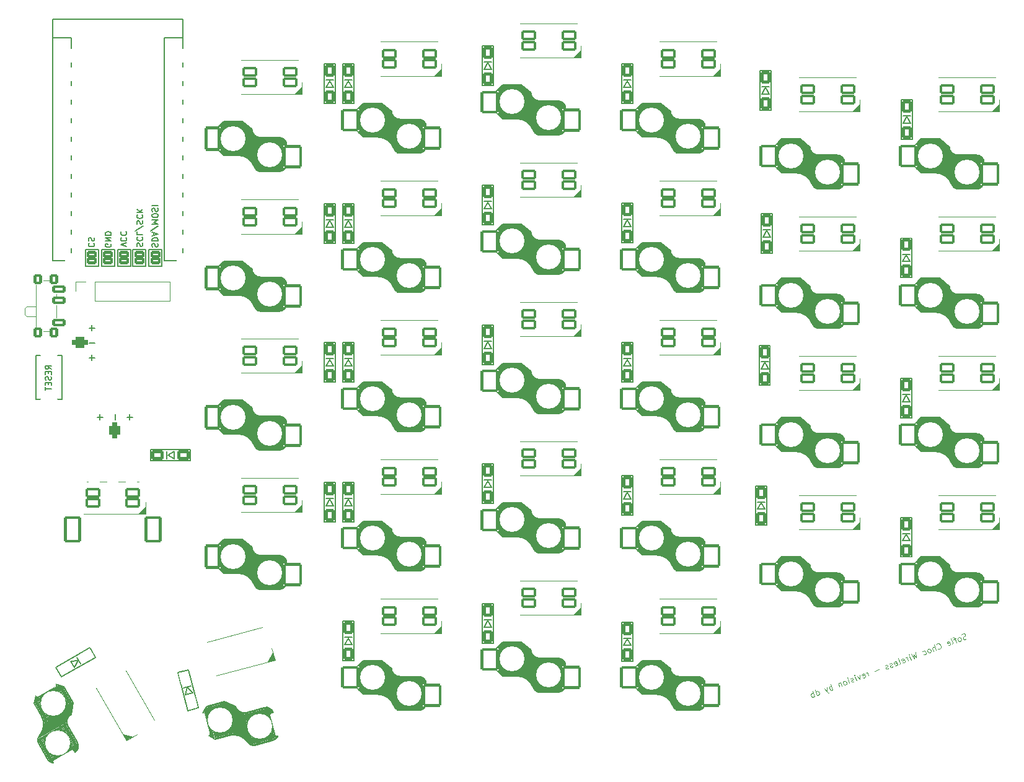
<source format=gbo>
G04 #@! TF.GenerationSoftware,KiCad,Pcbnew,(6.0.5)*
G04 #@! TF.CreationDate,2022-12-02T21:36:17-06:00*
G04 #@! TF.ProjectId,SofleKeyboard,536f666c-654b-4657-9962-6f6172642e6b,rev?*
G04 #@! TF.SameCoordinates,Original*
G04 #@! TF.FileFunction,Legend,Bot*
G04 #@! TF.FilePolarity,Positive*
%FSLAX46Y46*%
G04 Gerber Fmt 4.6, Leading zero omitted, Abs format (unit mm)*
G04 Created by KiCad (PCBNEW (6.0.5)) date 2022-12-02 21:36:17*
%MOMM*%
%LPD*%
G01*
G04 APERTURE LIST*
G04 Aperture macros list*
%AMRoundRect*
0 Rectangle with rounded corners*
0 $1 Rounding radius*
0 $2 $3 $4 $5 $6 $7 $8 $9 X,Y pos of 4 corners*
0 Add a 4 corners polygon primitive as box body*
4,1,4,$2,$3,$4,$5,$6,$7,$8,$9,$2,$3,0*
0 Add four circle primitives for the rounded corners*
1,1,$1+$1,$2,$3*
1,1,$1+$1,$4,$5*
1,1,$1+$1,$6,$7*
1,1,$1+$1,$8,$9*
0 Add four rect primitives between the rounded corners*
20,1,$1+$1,$2,$3,$4,$5,0*
20,1,$1+$1,$4,$5,$6,$7,0*
20,1,$1+$1,$6,$7,$8,$9,0*
20,1,$1+$1,$8,$9,$2,$3,0*%
G04 Aperture macros list end*
%ADD10C,0.150000*%
%ADD11C,0.120000*%
%ADD12C,0.100000*%
%ADD13C,1.524000*%
%ADD14C,4.500000*%
%ADD15C,1.924000*%
%ADD16C,2.400000*%
%ADD17RoundRect,0.200000X-0.475000X0.650000X-0.475000X-0.650000X0.475000X-0.650000X0.475000X0.650000X0*%
%ADD18RoundRect,0.200000X-0.650000X-0.475000X0.650000X-0.475000X0.650000X0.475000X-0.650000X0.475000X0*%
%ADD19RoundRect,0.200000X0.325417X0.736362X-0.800417X0.086362X-0.325417X-0.736362X0.800417X-0.086362X0*%
%ADD20C,3.400000*%
%ADD21C,2.200000*%
%ADD22C,1.400000*%
%ADD23C,3.800000*%
%ADD24RoundRect,0.200000X0.850000X0.500000X-0.850000X0.500000X-0.850000X-0.500000X0.850000X-0.500000X0*%
%ADD25RoundRect,0.200000X1.090000X1.370000X-1.090000X1.370000X-1.090000X-1.370000X1.090000X-1.370000X0*%
%ADD26RoundRect,0.200000X0.907500X1.470000X-0.907500X1.470000X-0.907500X-1.470000X0.907500X-1.470000X0*%
%ADD27RoundRect,0.200000X1.055000X1.360000X-1.055000X1.360000X-1.055000X-1.360000X1.055000X-1.360000X0*%
%ADD28RoundRect,0.200000X0.858013X-0.486122X0.008013X0.986122X-0.858013X0.486122X-0.008013X-0.986122X0*%
%ADD29RoundRect,0.200000X1.731455X-0.258968X0.641455X1.628968X-1.731455X0.258968X-0.641455X-1.628968X0*%
%ADD30RoundRect,0.200000X1.705295X-0.233657X0.650295X1.593657X-1.705295X0.233657X-0.650295X-1.593657X0*%
%ADD31C,4.400000*%
%ADD32C,1.797000*%
%ADD33C,2.600000*%
%ADD34RoundRect,0.200000X-1.000000X1.600000X-1.000000X-1.600000X1.000000X-1.600000X1.000000X1.600000X0*%
%ADD35C,2.700000*%
%ADD36RoundRect,0.200000X0.691627X0.702959X-0.950446X0.262967X-0.691627X-0.702959X0.950446X-0.262967X0*%
%ADD37RoundRect,0.200000X0.698277X1.605431X-1.407441X1.041206X-0.698277X-1.605431X1.407441X-1.041206X0*%
%ADD38RoundRect,0.200000X0.667058X1.586713X-1.371046X1.040605X-0.667058X-1.586713X1.371046X-1.040605X0*%
%ADD39RoundRect,0.200000X-0.627047X0.504913X-0.290582X-0.750791X0.627047X-0.504913X0.290582X0.750791X0*%
%ADD40RoundRect,0.450000X0.625000X-0.350000X0.625000X0.350000X-0.625000X0.350000X-0.625000X-0.350000X0*%
%ADD41O,2.150000X1.600000*%
%ADD42C,1.300000*%
%ADD43RoundRect,0.450000X0.350000X0.625000X-0.350000X0.625000X-0.350000X-0.625000X0.350000X-0.625000X0*%
%ADD44O,1.600000X2.150000*%
%ADD45RoundRect,0.200000X0.500000X-0.300000X0.500000X0.300000X-0.500000X0.300000X-0.500000X-0.300000X0*%
%ADD46RoundRect,0.200000X0.400000X-0.500000X0.400000X0.500000X-0.400000X0.500000X-0.400000X-0.500000X0*%
%ADD47RoundRect,0.200000X0.750000X-0.350000X0.750000X0.350000X-0.750000X0.350000X-0.750000X-0.350000X0*%
G04 APERTURE END LIST*
D10*
X97354038Y-92180796D02*
X97354038Y-91418891D01*
X97734990Y-91799844D02*
X96973086Y-91799844D01*
D11*
X215724914Y-122065376D02*
X215631605Y-122141572D01*
X215453543Y-122209212D01*
X215368790Y-122200655D01*
X215319650Y-122178571D01*
X215256982Y-122120874D01*
X215229926Y-122049649D01*
X215238483Y-121964896D01*
X215260567Y-121915756D01*
X215318264Y-121853088D01*
X215447186Y-121763364D01*
X215504883Y-121700696D01*
X215526967Y-121651555D01*
X215535524Y-121566803D01*
X215508468Y-121495578D01*
X215445800Y-121437881D01*
X215396660Y-121415796D01*
X215311907Y-121407240D01*
X215133845Y-121474879D01*
X215040536Y-121551075D01*
X214883744Y-122425658D02*
X214941441Y-122362990D01*
X214963526Y-122313849D01*
X214972083Y-122229097D01*
X214890915Y-122015422D01*
X214828247Y-121957725D01*
X214779107Y-121935641D01*
X214694354Y-121927084D01*
X214587517Y-121967668D01*
X214529820Y-122030336D01*
X214507735Y-122079476D01*
X214499179Y-122164229D01*
X214580346Y-122377904D01*
X214643014Y-122435600D01*
X214692155Y-122457685D01*
X214776907Y-122466242D01*
X214883744Y-122425658D01*
X214231393Y-122102947D02*
X213946494Y-122211170D01*
X214313946Y-122642104D02*
X214070444Y-122001081D01*
X214007776Y-121943384D01*
X213923023Y-121934827D01*
X213851798Y-121961883D01*
X213779760Y-122845022D02*
X213837457Y-122782354D01*
X213846013Y-122697601D01*
X213602511Y-122056578D01*
X213196433Y-123025856D02*
X213281186Y-123034413D01*
X213423636Y-122980301D01*
X213481333Y-122917633D01*
X213489889Y-122832880D01*
X213381666Y-122547981D01*
X213318998Y-122490284D01*
X213234245Y-122481728D01*
X213091796Y-122535839D01*
X213034099Y-122598507D01*
X213025542Y-122683260D01*
X213052598Y-122754485D01*
X213435778Y-122690431D01*
X211829634Y-123504303D02*
X211878774Y-123526388D01*
X211999139Y-123521417D01*
X212070364Y-123494361D01*
X212163674Y-123418165D01*
X212207843Y-123319884D01*
X212216399Y-123235131D01*
X212197900Y-123079154D01*
X212157317Y-122972317D01*
X212067593Y-122843395D01*
X212004924Y-122785698D01*
X211906644Y-122741529D01*
X211786279Y-122746500D01*
X211715054Y-122773556D01*
X211621745Y-122849752D01*
X211599660Y-122898892D01*
X211536178Y-123697279D02*
X211252093Y-122949419D01*
X211215667Y-123819030D02*
X211066860Y-123427294D01*
X211075416Y-123342541D01*
X211133113Y-123279873D01*
X211239951Y-123239289D01*
X211324703Y-123247846D01*
X211373844Y-123269930D01*
X210752705Y-123994893D02*
X210810402Y-123932224D01*
X210832487Y-123883084D01*
X210841043Y-123798331D01*
X210759876Y-123584657D01*
X210697208Y-123526960D01*
X210648068Y-123504875D01*
X210563315Y-123496319D01*
X210456478Y-123536902D01*
X210398781Y-123599571D01*
X210376696Y-123648711D01*
X210368140Y-123733464D01*
X210449307Y-123947138D01*
X210511975Y-124004835D01*
X210561115Y-124026920D01*
X210645868Y-124035476D01*
X210752705Y-123994893D01*
X209848867Y-124297477D02*
X209933620Y-124306034D01*
X210076070Y-124251922D01*
X210133766Y-124189254D01*
X210155851Y-124140114D01*
X210164408Y-124055361D01*
X210083240Y-123841687D01*
X210020572Y-123783990D01*
X209971432Y-123761905D01*
X209886679Y-123753349D01*
X209744230Y-123807460D01*
X209686533Y-123870128D01*
X208759224Y-123896370D02*
X208865248Y-124711870D01*
X208519880Y-124231796D01*
X208580348Y-124820093D01*
X208118201Y-124139872D01*
X208117387Y-124995956D02*
X207927997Y-124497382D01*
X207833302Y-124248095D02*
X207882442Y-124270180D01*
X207860357Y-124319320D01*
X207811217Y-124297236D01*
X207833302Y-124248095D01*
X207860357Y-124319320D01*
X207761263Y-125131235D02*
X207571873Y-124632661D01*
X207625984Y-124775111D02*
X207563316Y-124717414D01*
X207514176Y-124695329D01*
X207429423Y-124686773D01*
X207358198Y-124713828D01*
X206999875Y-125379708D02*
X207084627Y-125388265D01*
X207227077Y-125334153D01*
X207284774Y-125271485D01*
X207293331Y-125186732D01*
X207185107Y-124901833D01*
X207122439Y-124844136D01*
X207037687Y-124835579D01*
X206895237Y-124889691D01*
X206837540Y-124952359D01*
X206828983Y-125037112D01*
X206856039Y-125108337D01*
X207239219Y-125044283D01*
X206550441Y-125591183D02*
X206608138Y-125528515D01*
X206616695Y-125443762D01*
X206373193Y-124802739D01*
X205967115Y-125772017D02*
X206051868Y-125780573D01*
X206194317Y-125726462D01*
X206252014Y-125663794D01*
X206260571Y-125579041D01*
X206152348Y-125294142D01*
X206089680Y-125236445D01*
X206004927Y-125227888D01*
X205862477Y-125282000D01*
X205804780Y-125344668D01*
X205796224Y-125429420D01*
X205823279Y-125500645D01*
X206206459Y-125436591D01*
X205646603Y-125893768D02*
X205588906Y-125956436D01*
X205446457Y-126010547D01*
X205361704Y-126001991D01*
X205299036Y-125944294D01*
X205285508Y-125908681D01*
X205294065Y-125823929D01*
X205351761Y-125761260D01*
X205458599Y-125720677D01*
X205516296Y-125658009D01*
X205524852Y-125573256D01*
X205511324Y-125537644D01*
X205448656Y-125479947D01*
X205363903Y-125471390D01*
X205257066Y-125511974D01*
X205199369Y-125574642D01*
X205041192Y-126123742D02*
X204983495Y-126186410D01*
X204841046Y-126240521D01*
X204756293Y-126231965D01*
X204693625Y-126174268D01*
X204680097Y-126138655D01*
X204688654Y-126053903D01*
X204746351Y-125991234D01*
X204853188Y-125950651D01*
X204910885Y-125887983D01*
X204919441Y-125803230D01*
X204905913Y-125767618D01*
X204843245Y-125709921D01*
X204758493Y-125701364D01*
X204651655Y-125741948D01*
X204593958Y-125804616D01*
X203735675Y-126334403D02*
X203165877Y-126550849D01*
X202348177Y-127187473D02*
X202158787Y-126688900D01*
X202212898Y-126831349D02*
X202150230Y-126773652D01*
X202101090Y-126751568D01*
X202016337Y-126743011D01*
X201945112Y-126770067D01*
X201586789Y-127435946D02*
X201671542Y-127444503D01*
X201813991Y-127390391D01*
X201871688Y-127327723D01*
X201880245Y-127242971D01*
X201772022Y-126958071D01*
X201709353Y-126900374D01*
X201624601Y-126891818D01*
X201482151Y-126945929D01*
X201424454Y-127008598D01*
X201415898Y-127093350D01*
X201442953Y-127164575D01*
X201826133Y-127100521D01*
X201126027Y-127081208D02*
X201137355Y-127647421D01*
X200769903Y-127216487D01*
X200674394Y-127823284D02*
X200485004Y-127324710D01*
X200390309Y-127075423D02*
X200439449Y-127097508D01*
X200417364Y-127146648D01*
X200368224Y-127124564D01*
X200390309Y-127075423D01*
X200417364Y-127146648D01*
X200340355Y-127909422D02*
X200282658Y-127972091D01*
X200140208Y-128026202D01*
X200055455Y-128017645D01*
X199992787Y-127959948D01*
X199979259Y-127924336D01*
X199987816Y-127839583D01*
X200045513Y-127776915D01*
X200152350Y-127736332D01*
X200210047Y-127673663D01*
X200218604Y-127588911D01*
X200205076Y-127553298D01*
X200142408Y-127495601D01*
X200057655Y-127487045D01*
X199950818Y-127527628D01*
X199893121Y-127590297D01*
X199712859Y-128188537D02*
X199523469Y-127689963D01*
X199428774Y-127440676D02*
X199477914Y-127462761D01*
X199455829Y-127511901D01*
X199406689Y-127489816D01*
X199428774Y-127440676D01*
X199455829Y-127511901D01*
X199249898Y-128364399D02*
X199307595Y-128301731D01*
X199329679Y-128252591D01*
X199338236Y-128167838D01*
X199257069Y-127954164D01*
X199194400Y-127896467D01*
X199145260Y-127874382D01*
X199060508Y-127865825D01*
X198953670Y-127906409D01*
X198895973Y-127969077D01*
X198873889Y-128018218D01*
X198865332Y-128102970D01*
X198946500Y-128316645D01*
X199009168Y-128374342D01*
X199058308Y-128396426D01*
X199143061Y-128404983D01*
X199249898Y-128364399D01*
X198490709Y-128082272D02*
X198680099Y-128580845D01*
X198517765Y-128153496D02*
X198468624Y-128131412D01*
X198383872Y-128122855D01*
X198277035Y-128163439D01*
X198219338Y-128226107D01*
X198210781Y-128310860D01*
X198359588Y-128702596D01*
X197433665Y-129054321D02*
X197149580Y-128306461D01*
X197257803Y-128591360D02*
X197173050Y-128582803D01*
X197030600Y-128636915D01*
X196972903Y-128699583D01*
X196950819Y-128748723D01*
X196942262Y-128833476D01*
X197023430Y-129047150D01*
X197086098Y-129104847D01*
X197135238Y-129126932D01*
X197219991Y-129135489D01*
X197362440Y-129081377D01*
X197420137Y-129018709D01*
X196638864Y-128785722D02*
X196650192Y-129351935D01*
X196282740Y-128921000D02*
X196650192Y-129351935D01*
X196789056Y-129502941D01*
X196838197Y-129525025D01*
X196922949Y-129533582D01*
X195296921Y-129865994D02*
X195012835Y-129118134D01*
X195283393Y-129830382D02*
X195368146Y-129838939D01*
X195510595Y-129784827D01*
X195568292Y-129722159D01*
X195590377Y-129673019D01*
X195598933Y-129588266D01*
X195517766Y-129374591D01*
X195455098Y-129316894D01*
X195405957Y-129294810D01*
X195321205Y-129286253D01*
X195178755Y-129340365D01*
X195121058Y-129403033D01*
X194940797Y-130001273D02*
X194656711Y-129253413D01*
X194764934Y-129538312D02*
X194680181Y-129529755D01*
X194537732Y-129583867D01*
X194480035Y-129646535D01*
X194457950Y-129695675D01*
X194449394Y-129780428D01*
X194530561Y-129994102D01*
X194593229Y-130051799D01*
X194642370Y-130073884D01*
X194727122Y-130082440D01*
X194869572Y-130028329D01*
X194927269Y-129965661D01*
D10*
X99414038Y-92180796D02*
X99414038Y-91418891D01*
X98839120Y-68128711D02*
X98877215Y-68204901D01*
X98877215Y-68319187D01*
X98839120Y-68433473D01*
X98762929Y-68509663D01*
X98686739Y-68547759D01*
X98534358Y-68585854D01*
X98420072Y-68585854D01*
X98267691Y-68547759D01*
X98191500Y-68509663D01*
X98115310Y-68433473D01*
X98077215Y-68319187D01*
X98077215Y-68242997D01*
X98115310Y-68128711D01*
X98153405Y-68090616D01*
X98420072Y-68090616D01*
X98420072Y-68242997D01*
X98077215Y-67747759D02*
X98877215Y-67747759D01*
X98077215Y-67290616D01*
X98877215Y-67290616D01*
X98077215Y-66909663D02*
X98877215Y-66909663D01*
X98877215Y-66719187D01*
X98839120Y-66604901D01*
X98762929Y-66528711D01*
X98686739Y-66490616D01*
X98534358Y-66452520D01*
X98420072Y-66452520D01*
X98267691Y-66490616D01*
X98191500Y-66528711D01*
X98115310Y-66604901D01*
X98077215Y-66719187D01*
X98077215Y-66909663D01*
X95858167Y-81674068D02*
X96620072Y-81674068D01*
X95858167Y-79614068D02*
X96620072Y-79614068D01*
X96239120Y-79995020D02*
X96239120Y-79233116D01*
X101410548Y-92183592D02*
X101410548Y-91421687D01*
X101791500Y-91802640D02*
X101029596Y-91802640D01*
X102415310Y-68457282D02*
X102377215Y-68342997D01*
X102377215Y-68152520D01*
X102415310Y-68076330D01*
X102453405Y-68038235D01*
X102529596Y-68000140D01*
X102605786Y-68000140D01*
X102681977Y-68038235D01*
X102720072Y-68076330D01*
X102758167Y-68152520D01*
X102796262Y-68304901D01*
X102834358Y-68381092D01*
X102872453Y-68419187D01*
X102948643Y-68457282D01*
X103024834Y-68457282D01*
X103101024Y-68419187D01*
X103139120Y-68381092D01*
X103177215Y-68304901D01*
X103177215Y-68114425D01*
X103139120Y-68000140D01*
X102453405Y-67200140D02*
X102415310Y-67238235D01*
X102377215Y-67352520D01*
X102377215Y-67428711D01*
X102415310Y-67542997D01*
X102491500Y-67619187D01*
X102567691Y-67657282D01*
X102720072Y-67695378D01*
X102834358Y-67695378D01*
X102986739Y-67657282D01*
X103062929Y-67619187D01*
X103139120Y-67542997D01*
X103177215Y-67428711D01*
X103177215Y-67352520D01*
X103139120Y-67238235D01*
X103101024Y-67200140D01*
X102377215Y-66476330D02*
X102377215Y-66857282D01*
X103177215Y-66857282D01*
X103215310Y-65638235D02*
X102186739Y-66323949D01*
X102415310Y-65409663D02*
X102377215Y-65295378D01*
X102377215Y-65104901D01*
X102415310Y-65028711D01*
X102453405Y-64990616D01*
X102529596Y-64952520D01*
X102605786Y-64952520D01*
X102681977Y-64990616D01*
X102720072Y-65028711D01*
X102758167Y-65104901D01*
X102796262Y-65257282D01*
X102834358Y-65333473D01*
X102872453Y-65371568D01*
X102948643Y-65409663D01*
X103024834Y-65409663D01*
X103101024Y-65371568D01*
X103139120Y-65333473D01*
X103177215Y-65257282D01*
X103177215Y-65066806D01*
X103139120Y-64952520D01*
X102453405Y-64152520D02*
X102415310Y-64190616D01*
X102377215Y-64304901D01*
X102377215Y-64381092D01*
X102415310Y-64495378D01*
X102491500Y-64571568D01*
X102567691Y-64609663D01*
X102720072Y-64647759D01*
X102834358Y-64647759D01*
X102986739Y-64609663D01*
X103062929Y-64571568D01*
X103139120Y-64495378D01*
X103177215Y-64381092D01*
X103177215Y-64304901D01*
X103139120Y-64190616D01*
X103101024Y-64152520D01*
X102377215Y-63809663D02*
X103177215Y-63809663D01*
X102377215Y-63352520D02*
X102834358Y-63695378D01*
X103177215Y-63352520D02*
X102720072Y-63809663D01*
X95858167Y-83674068D02*
X96620072Y-83674068D01*
X96239120Y-84055020D02*
X96239120Y-83293116D01*
X100977215Y-68509663D02*
X100177215Y-68242997D01*
X100977215Y-67976330D01*
X100253405Y-67252520D02*
X100215310Y-67290616D01*
X100177215Y-67404901D01*
X100177215Y-67481092D01*
X100215310Y-67595378D01*
X100291500Y-67671568D01*
X100367691Y-67709663D01*
X100520072Y-67747759D01*
X100634358Y-67747759D01*
X100786739Y-67709663D01*
X100862929Y-67671568D01*
X100939120Y-67595378D01*
X100977215Y-67481092D01*
X100977215Y-67404901D01*
X100939120Y-67290616D01*
X100901024Y-67252520D01*
X100253405Y-66452520D02*
X100215310Y-66490616D01*
X100177215Y-66604901D01*
X100177215Y-66681092D01*
X100215310Y-66795378D01*
X100291500Y-66871568D01*
X100367691Y-66909663D01*
X100520072Y-66947759D01*
X100634358Y-66947759D01*
X100786739Y-66909663D01*
X100862929Y-66871568D01*
X100939120Y-66795378D01*
X100977215Y-66681092D01*
X100977215Y-66604901D01*
X100939120Y-66490616D01*
X100901024Y-66452520D01*
X95853405Y-68014425D02*
X95815310Y-68052520D01*
X95777215Y-68166806D01*
X95777215Y-68242997D01*
X95815310Y-68357282D01*
X95891500Y-68433473D01*
X95967691Y-68471568D01*
X96120072Y-68509663D01*
X96234358Y-68509663D01*
X96386739Y-68471568D01*
X96462929Y-68433473D01*
X96539120Y-68357282D01*
X96577215Y-68242997D01*
X96577215Y-68166806D01*
X96539120Y-68052520D01*
X96501024Y-68014425D01*
X95815310Y-67709663D02*
X95777215Y-67595378D01*
X95777215Y-67404901D01*
X95815310Y-67328711D01*
X95853405Y-67290616D01*
X95929596Y-67252520D01*
X96005786Y-67252520D01*
X96081977Y-67290616D01*
X96120072Y-67328711D01*
X96158167Y-67404901D01*
X96196262Y-67557282D01*
X96234358Y-67633473D01*
X96272453Y-67671568D01*
X96348643Y-67709663D01*
X96424834Y-67709663D01*
X96501024Y-67671568D01*
X96539120Y-67633473D01*
X96577215Y-67557282D01*
X96577215Y-67366806D01*
X96539120Y-67252520D01*
X104515310Y-68528711D02*
X104477215Y-68414425D01*
X104477215Y-68223949D01*
X104515310Y-68147759D01*
X104553405Y-68109663D01*
X104629596Y-68071568D01*
X104705786Y-68071568D01*
X104781977Y-68109663D01*
X104820072Y-68147759D01*
X104858167Y-68223949D01*
X104896262Y-68376330D01*
X104934358Y-68452520D01*
X104972453Y-68490616D01*
X105048643Y-68528711D01*
X105124834Y-68528711D01*
X105201024Y-68490616D01*
X105239120Y-68452520D01*
X105277215Y-68376330D01*
X105277215Y-68185854D01*
X105239120Y-68071568D01*
X104477215Y-67728711D02*
X105277215Y-67728711D01*
X105277215Y-67538235D01*
X105239120Y-67423949D01*
X105162929Y-67347759D01*
X105086739Y-67309663D01*
X104934358Y-67271568D01*
X104820072Y-67271568D01*
X104667691Y-67309663D01*
X104591500Y-67347759D01*
X104515310Y-67423949D01*
X104477215Y-67538235D01*
X104477215Y-67728711D01*
X104705786Y-66966806D02*
X104705786Y-66585854D01*
X104477215Y-67042997D02*
X105277215Y-66776330D01*
X104477215Y-66509663D01*
X105315310Y-65671568D02*
X104286739Y-66357282D01*
X104477215Y-65404901D02*
X105277215Y-65404901D01*
X104705786Y-65138235D01*
X105277215Y-64871568D01*
X104477215Y-64871568D01*
X105277215Y-64338235D02*
X105277215Y-64185854D01*
X105239120Y-64109663D01*
X105162929Y-64033473D01*
X105010548Y-63995378D01*
X104743881Y-63995378D01*
X104591500Y-64033473D01*
X104515310Y-64109663D01*
X104477215Y-64185854D01*
X104477215Y-64338235D01*
X104515310Y-64414425D01*
X104591500Y-64490616D01*
X104743881Y-64528711D01*
X105010548Y-64528711D01*
X105162929Y-64490616D01*
X105239120Y-64414425D01*
X105277215Y-64338235D01*
X104515310Y-63690616D02*
X104477215Y-63576330D01*
X104477215Y-63385854D01*
X104515310Y-63309663D01*
X104553405Y-63271568D01*
X104629596Y-63233473D01*
X104705786Y-63233473D01*
X104781977Y-63271568D01*
X104820072Y-63309663D01*
X104858167Y-63385854D01*
X104896262Y-63538235D01*
X104934358Y-63614425D01*
X104972453Y-63652520D01*
X105048643Y-63690616D01*
X105124834Y-63690616D01*
X105201024Y-63652520D01*
X105239120Y-63614425D01*
X105277215Y-63538235D01*
X105277215Y-63347759D01*
X105239120Y-63233473D01*
X104477215Y-62890616D02*
X105277215Y-62890616D01*
X90701024Y-85240735D02*
X90320072Y-84974068D01*
X90701024Y-84783592D02*
X89901024Y-84783592D01*
X89901024Y-85088354D01*
X89939120Y-85164544D01*
X89977215Y-85202640D01*
X90053405Y-85240735D01*
X90167691Y-85240735D01*
X90243881Y-85202640D01*
X90281977Y-85164544D01*
X90320072Y-85088354D01*
X90320072Y-84783592D01*
X90281977Y-85583592D02*
X90281977Y-85850259D01*
X90701024Y-85964544D02*
X90701024Y-85583592D01*
X89901024Y-85583592D01*
X89901024Y-85964544D01*
X90662929Y-86269306D02*
X90701024Y-86383592D01*
X90701024Y-86574068D01*
X90662929Y-86650259D01*
X90624834Y-86688354D01*
X90548643Y-86726449D01*
X90472453Y-86726449D01*
X90396262Y-86688354D01*
X90358167Y-86650259D01*
X90320072Y-86574068D01*
X90281977Y-86421687D01*
X90243881Y-86345497D01*
X90205786Y-86307401D01*
X90129596Y-86269306D01*
X90053405Y-86269306D01*
X89977215Y-86307401D01*
X89939120Y-86345497D01*
X89901024Y-86421687D01*
X89901024Y-86612163D01*
X89939120Y-86726449D01*
X90281977Y-87069306D02*
X90281977Y-87335973D01*
X90701024Y-87450259D02*
X90701024Y-87069306D01*
X89901024Y-87069306D01*
X89901024Y-87450259D01*
X89901024Y-87678830D02*
X89901024Y-88135973D01*
X90701024Y-87907401D02*
X89901024Y-87907401D01*
X90910000Y-70440000D02*
X90910000Y-37420000D01*
X90910000Y-70440000D02*
X90910000Y-39960000D01*
X106150000Y-70440000D02*
X106150000Y-39960000D01*
X93450000Y-70440000D02*
X90910000Y-70440000D01*
X108690000Y-70440000D02*
X106150000Y-70440000D01*
X106150000Y-39960000D02*
X108690000Y-39960000D01*
X108690000Y-37420000D02*
X108690000Y-70440000D01*
X90910000Y-39960000D02*
X93450000Y-39960000D01*
X93450000Y-39960000D02*
X93450000Y-70440000D01*
X108690000Y-39960000D02*
X108690000Y-70440000D01*
X90910000Y-37420000D02*
X108690000Y-37420000D01*
X88639120Y-89402640D02*
X89239120Y-89402640D01*
X88639120Y-89402640D02*
X88639120Y-83402640D01*
X88639120Y-83402640D02*
X89239120Y-83402640D01*
X92139120Y-83402640D02*
X92139120Y-89302640D01*
X92139120Y-83402640D02*
X92139120Y-89402640D01*
X92139120Y-89402640D02*
X91439120Y-89402640D01*
X92139120Y-83402640D02*
X91439120Y-83402640D01*
X129205000Y-46727000D02*
X128205000Y-46727000D01*
X128205000Y-46727000D02*
X128705000Y-45827000D01*
X128705000Y-45827000D02*
X129205000Y-46727000D01*
X127955000Y-43527000D02*
X127955000Y-48927000D01*
X127955000Y-48927000D02*
X129455000Y-48927000D01*
X129455000Y-43527000D02*
X127955000Y-43527000D01*
X129205000Y-45727000D02*
X128205000Y-45727000D01*
X129455000Y-48927000D02*
X129455000Y-43527000D01*
X130495000Y-43530000D02*
X130495000Y-48930000D01*
X131245000Y-45830000D02*
X131745000Y-46730000D01*
X131745000Y-45730000D02*
X130745000Y-45730000D01*
X130495000Y-48930000D02*
X131995000Y-48930000D01*
X131995000Y-43530000D02*
X130495000Y-43530000D01*
X131995000Y-48930000D02*
X131995000Y-43530000D01*
X131745000Y-46730000D02*
X130745000Y-46730000D01*
X130745000Y-46730000D02*
X131245000Y-45830000D01*
X149595000Y-41030000D02*
X149595000Y-46430000D01*
X149595000Y-46430000D02*
X151095000Y-46430000D01*
X150845000Y-44230000D02*
X149845000Y-44230000D01*
X150345000Y-43330000D02*
X150845000Y-44230000D01*
X149845000Y-44230000D02*
X150345000Y-43330000D01*
X150845000Y-43230000D02*
X149845000Y-43230000D01*
X151095000Y-46430000D02*
X151095000Y-41030000D01*
X151095000Y-41030000D02*
X149595000Y-41030000D01*
X170095000Y-43530000D02*
X168595000Y-43530000D01*
X169345000Y-45830000D02*
X169845000Y-46730000D01*
X168595000Y-43530000D02*
X168595000Y-48930000D01*
X168845000Y-46730000D02*
X169345000Y-45830000D01*
X168595000Y-48930000D02*
X170095000Y-48930000D01*
X170095000Y-48930000D02*
X170095000Y-43530000D01*
X169845000Y-46730000D02*
X168845000Y-46730000D01*
X169845000Y-45730000D02*
X168845000Y-45730000D01*
X187489120Y-44402640D02*
X187489120Y-49802640D01*
X188989120Y-49802640D02*
X188989120Y-44402640D01*
X188989120Y-44402640D02*
X187489120Y-44402640D01*
X188739120Y-46602640D02*
X187739120Y-46602640D01*
X188739120Y-47602640D02*
X187739120Y-47602640D01*
X188239120Y-46702640D02*
X188739120Y-47602640D01*
X187489120Y-49802640D02*
X188989120Y-49802640D01*
X187739120Y-47602640D02*
X188239120Y-46702640D01*
X206795000Y-48430000D02*
X206795000Y-53830000D01*
X208295000Y-48430000D02*
X206795000Y-48430000D01*
X208045000Y-50630000D02*
X207045000Y-50630000D01*
X206795000Y-53830000D02*
X208295000Y-53830000D01*
X208045000Y-51630000D02*
X207045000Y-51630000D01*
X208295000Y-53830000D02*
X208295000Y-48430000D01*
X207545000Y-50730000D02*
X208045000Y-51630000D01*
X207045000Y-51630000D02*
X207545000Y-50730000D01*
X129205000Y-83830000D02*
X128205000Y-83830000D01*
X129455000Y-81630000D02*
X127955000Y-81630000D01*
X127955000Y-81630000D02*
X127955000Y-87030000D01*
X127955000Y-87030000D02*
X129455000Y-87030000D01*
X129455000Y-87030000D02*
X129455000Y-81630000D01*
X128205000Y-84830000D02*
X128705000Y-83930000D01*
X128705000Y-83930000D02*
X129205000Y-84830000D01*
X129205000Y-84830000D02*
X128205000Y-84830000D01*
X128705000Y-103030000D02*
X129205000Y-103930000D01*
X129205000Y-102930000D02*
X128205000Y-102930000D01*
X129455000Y-100730000D02*
X127955000Y-100730000D01*
X129455000Y-106130000D02*
X129455000Y-100730000D01*
X128205000Y-103930000D02*
X128705000Y-103030000D01*
X129205000Y-103930000D02*
X128205000Y-103930000D01*
X127955000Y-106130000D02*
X129455000Y-106130000D01*
X127955000Y-100730000D02*
X127955000Y-106130000D01*
X104300000Y-96250000D02*
X104300000Y-97750000D01*
X109700000Y-96250000D02*
X104300000Y-96250000D01*
X106600000Y-97000000D02*
X107500000Y-96500000D01*
X107500000Y-97500000D02*
X106600000Y-97000000D01*
X109700000Y-97750000D02*
X109700000Y-96250000D01*
X106500000Y-96500000D02*
X106500000Y-97500000D01*
X104300000Y-97750000D02*
X109700000Y-97750000D01*
X107500000Y-96500000D02*
X107500000Y-97500000D01*
X94353410Y-125151000D02*
X93823987Y-126034013D01*
X95970269Y-123351481D02*
X91293731Y-126051481D01*
X93323987Y-125167987D02*
X94353410Y-125151000D01*
X92043731Y-127350519D02*
X96720269Y-124650519D01*
X94690013Y-125534013D02*
X94190013Y-124667987D01*
X96720269Y-124650519D02*
X95970269Y-123351481D01*
X91293731Y-126051481D02*
X92043731Y-127350519D01*
X93823987Y-126034013D02*
X93323987Y-125167987D01*
X115950000Y-56000000D02*
X115950000Y-51400000D01*
X118550000Y-57800000D02*
X118550000Y-53400000D01*
X113550000Y-55250000D02*
X113550000Y-52100000D01*
X122250000Y-58100000D02*
X122250000Y-53700000D01*
X122700000Y-57650000D02*
X122700000Y-54100000D01*
X118150000Y-57050000D02*
X118150000Y-52900000D01*
X114450000Y-56000000D02*
X114450000Y-51400000D01*
X117600000Y-56450000D02*
X117600000Y-52050000D01*
X117900000Y-56700000D02*
X117900000Y-52250000D01*
X114900000Y-56000000D02*
X114900000Y-51400000D01*
X121950000Y-58200000D02*
X121950000Y-53650000D01*
X116550000Y-56050000D02*
X116550000Y-51400000D01*
X113250000Y-52400000D02*
X113250000Y-55000000D01*
X116100000Y-56000000D02*
X116100000Y-51400000D01*
X120300000Y-58200000D02*
X120300000Y-53600000D01*
X120750000Y-58200000D02*
X120750000Y-53600000D01*
X116700000Y-56050000D02*
X116700000Y-51400000D01*
X114750000Y-56000000D02*
X114750000Y-51400000D01*
X122850000Y-54575000D02*
X122850000Y-57225000D01*
X117150000Y-56200000D02*
X117150000Y-51650000D01*
X117000000Y-56100000D02*
X117000000Y-51550000D01*
X116250000Y-56000000D02*
X116250000Y-51400000D01*
X116850000Y-56050000D02*
X116850000Y-51450000D01*
X114300000Y-56000000D02*
X114300000Y-51400000D01*
X119400000Y-58200000D02*
X119400000Y-53650000D01*
X114000000Y-55750000D02*
X114000000Y-51650000D01*
X117300000Y-56250000D02*
X117300000Y-51800000D01*
X114600000Y-56000000D02*
X114600000Y-51400000D01*
X113700000Y-55450000D02*
X113700000Y-51950000D01*
X118950000Y-58150000D02*
X118950000Y-53600000D01*
X115650000Y-56000000D02*
X115650000Y-51400000D01*
X118250000Y-57200000D02*
X118250000Y-53050000D01*
X120900000Y-58200000D02*
X120900000Y-53600000D01*
X120450000Y-58200000D02*
X120450000Y-53600000D01*
D11*
X124450000Y-42951000D02*
X116650000Y-42951000D01*
D10*
X121850000Y-58225000D02*
X119250000Y-58225000D01*
X113250000Y-55000000D02*
X114275000Y-56025000D01*
X121850000Y-53575000D02*
X119275000Y-53575000D01*
X119700000Y-58200000D02*
X119700000Y-53600000D01*
X113400000Y-55150000D02*
X113400000Y-52250000D01*
X118050000Y-56850000D02*
X118050000Y-52400000D01*
X122400000Y-58000000D02*
X122400000Y-53800000D01*
X121800000Y-58200000D02*
X121800000Y-53600000D01*
X120000000Y-58200000D02*
X120000000Y-53600000D01*
X120150000Y-58200000D02*
X120150000Y-53600000D01*
X115500000Y-56000000D02*
X115500000Y-51400000D01*
X114150000Y-55850000D02*
X114150000Y-51500000D01*
X118450000Y-57550000D02*
X118450000Y-53350000D01*
X122500000Y-57900000D02*
X122500000Y-53950000D01*
X118350000Y-57400000D02*
X118350000Y-53250000D01*
D11*
X116650000Y-47651000D02*
X124950000Y-47651000D01*
D10*
X116825000Y-51375000D02*
X118100000Y-52400000D01*
X115350000Y-56000000D02*
X115350000Y-51400000D01*
X119250000Y-58200000D02*
X119250000Y-53600000D01*
X120600000Y-58200000D02*
X120600000Y-53600000D01*
X113250000Y-52400000D02*
X114275000Y-51375000D01*
X122600000Y-57800000D02*
X122600000Y-54050000D01*
X121350000Y-58200000D02*
X121350000Y-53600000D01*
X119850000Y-58200000D02*
X119850000Y-53600000D01*
X117450000Y-56350000D02*
X117450000Y-51900000D01*
X119550000Y-58200000D02*
X119550000Y-53600000D01*
X121500000Y-58200000D02*
X121500000Y-53600000D01*
X116825000Y-51375000D02*
X114275000Y-51375000D01*
X113850000Y-55600000D02*
X113850000Y-51800000D01*
X121200000Y-58200000D02*
X121200000Y-53600000D01*
X115200000Y-56000000D02*
X115200000Y-51400000D01*
X122100000Y-58150000D02*
X122100000Y-53650000D01*
X115050000Y-56000000D02*
X115050000Y-51400000D01*
X116400000Y-56000000D02*
X116400000Y-51450000D01*
X121050000Y-58200000D02*
X121050000Y-53600000D01*
X116250000Y-56025000D02*
X114275000Y-56025000D01*
X118800000Y-58050000D02*
X118800000Y-53500000D01*
X121650000Y-58200000D02*
X121650000Y-53600000D01*
X118650000Y-57950000D02*
X118650000Y-53450000D01*
D11*
X124950000Y-47651000D02*
X124950000Y-46000000D01*
D10*
X119100000Y-58200000D02*
X119100000Y-53600000D01*
X115800000Y-56000000D02*
X115800000Y-51400000D01*
X117750000Y-56550000D02*
X117750000Y-52150000D01*
X121850000Y-58225000D02*
G75*
G03*
X122850000Y-57225000I1J999999D01*
G01*
X118100000Y-52400000D02*
G75*
G03*
X119275000Y-53575000I1175000J0D01*
G01*
X122850000Y-54575000D02*
G75*
G03*
X121850000Y-53575000I-999999J1D01*
G01*
X118387797Y-57521905D02*
G75*
G03*
X119249005Y-58223791I900003J225005D01*
G01*
X118387801Y-57521904D02*
G75*
G03*
X116250000Y-56025000I-2137801J-778096D01*
G01*
G36*
X124950000Y-47651000D02*
G01*
X123942000Y-47651000D01*
X124950000Y-46635000D01*
X124950000Y-47651000D01*
G37*
D12*
X124950000Y-47651000D02*
X123942000Y-47651000D01*
X124950000Y-46635000D01*
X124950000Y-47651000D01*
D10*
X159450000Y-53200000D02*
X159450000Y-48600000D01*
X154925000Y-46375000D02*
X156200000Y-47400000D01*
X156750000Y-52950000D02*
X156750000Y-48450000D01*
X154350000Y-51000000D02*
X154350000Y-46400000D01*
D11*
X154750000Y-42651000D02*
X163050000Y-42651000D01*
D10*
X154500000Y-51000000D02*
X154500000Y-46450000D01*
X155550000Y-51350000D02*
X155550000Y-46900000D01*
X151350000Y-50000000D02*
X152375000Y-51025000D01*
X153150000Y-51000000D02*
X153150000Y-46400000D01*
X152850000Y-51000000D02*
X152850000Y-46400000D01*
D11*
X163050000Y-42651000D02*
X163050000Y-41000000D01*
D10*
X157800000Y-53200000D02*
X157800000Y-48600000D01*
X154200000Y-51000000D02*
X154200000Y-46400000D01*
X160050000Y-53200000D02*
X160050000Y-48650000D01*
D11*
X162550000Y-37951000D02*
X154750000Y-37951000D01*
D10*
X156650000Y-52800000D02*
X156650000Y-48400000D01*
X160800000Y-52650000D02*
X160800000Y-49100000D01*
X152700000Y-51000000D02*
X152700000Y-46400000D01*
X152550000Y-51000000D02*
X152550000Y-46400000D01*
X154800000Y-51050000D02*
X154800000Y-46400000D01*
X157950000Y-53200000D02*
X157950000Y-48600000D01*
X160700000Y-52800000D02*
X160700000Y-49050000D01*
X157500000Y-53200000D02*
X157500000Y-48650000D01*
X156250000Y-52050000D02*
X156250000Y-47900000D01*
X159750000Y-53200000D02*
X159750000Y-48600000D01*
X155100000Y-51100000D02*
X155100000Y-46550000D01*
X154925000Y-46375000D02*
X152375000Y-46375000D01*
X158100000Y-53200000D02*
X158100000Y-48600000D01*
X154950000Y-51050000D02*
X154950000Y-46450000D01*
X151350000Y-47400000D02*
X151350000Y-50000000D01*
X153600000Y-51000000D02*
X153600000Y-46400000D01*
X160200000Y-53150000D02*
X160200000Y-48650000D01*
X156350000Y-52200000D02*
X156350000Y-48050000D01*
X155250000Y-51200000D02*
X155250000Y-46650000D01*
X158250000Y-53200000D02*
X158250000Y-48600000D01*
X154350000Y-51025000D02*
X152375000Y-51025000D01*
X156900000Y-53050000D02*
X156900000Y-48500000D01*
X153900000Y-51000000D02*
X153900000Y-46400000D01*
X156150000Y-51850000D02*
X156150000Y-47400000D01*
X156550000Y-52550000D02*
X156550000Y-48350000D01*
X152250000Y-50850000D02*
X152250000Y-46500000D01*
X158550000Y-53200000D02*
X158550000Y-48600000D01*
X159000000Y-53200000D02*
X159000000Y-48600000D01*
X158700000Y-53200000D02*
X158700000Y-48600000D01*
X151950000Y-50600000D02*
X151950000Y-46800000D01*
X153000000Y-51000000D02*
X153000000Y-46400000D01*
X157200000Y-53200000D02*
X157200000Y-48600000D01*
X159300000Y-53200000D02*
X159300000Y-48600000D01*
X157350000Y-53200000D02*
X157350000Y-48600000D01*
X156450000Y-52400000D02*
X156450000Y-48250000D01*
X155850000Y-51550000D02*
X155850000Y-47150000D01*
X152400000Y-51000000D02*
X152400000Y-46400000D01*
X152100000Y-50750000D02*
X152100000Y-46650000D01*
X158400000Y-53200000D02*
X158400000Y-48600000D01*
X159900000Y-53200000D02*
X159900000Y-48600000D01*
X151800000Y-50450000D02*
X151800000Y-46950000D01*
X158850000Y-53200000D02*
X158850000Y-48600000D01*
X159950000Y-53225000D02*
X157350000Y-53225000D01*
X159150000Y-53200000D02*
X159150000Y-48600000D01*
X160500000Y-53000000D02*
X160500000Y-48800000D01*
X153450000Y-51000000D02*
X153450000Y-46400000D01*
X156000000Y-51700000D02*
X156000000Y-47250000D01*
X154050000Y-51000000D02*
X154050000Y-46400000D01*
X159600000Y-53200000D02*
X159600000Y-48600000D01*
X157650000Y-53200000D02*
X157650000Y-48600000D01*
X155700000Y-51450000D02*
X155700000Y-47050000D01*
X160600000Y-52900000D02*
X160600000Y-48950000D01*
X151650000Y-50250000D02*
X151650000Y-47100000D01*
X160350000Y-53100000D02*
X160350000Y-48700000D01*
X160950000Y-49575000D02*
X160950000Y-52225000D01*
X151500000Y-50150000D02*
X151500000Y-47250000D01*
X159950000Y-48575000D02*
X157375000Y-48575000D01*
X155400000Y-51250000D02*
X155400000Y-46800000D01*
X153750000Y-51000000D02*
X153750000Y-46400000D01*
X151350000Y-47400000D02*
X152375000Y-46375000D01*
X157050000Y-53150000D02*
X157050000Y-48600000D01*
X154650000Y-51050000D02*
X154650000Y-46400000D01*
X153300000Y-51000000D02*
X153300000Y-46400000D01*
X156487801Y-52521904D02*
G75*
G03*
X154350000Y-51025000I-2137801J-778096D01*
G01*
X159950000Y-53225000D02*
G75*
G03*
X160950000Y-52225000I1J999999D01*
G01*
X160950000Y-49575000D02*
G75*
G03*
X159950000Y-48575000I-999999J1D01*
G01*
X156487797Y-52521905D02*
G75*
G03*
X157349005Y-53223791I900003J225005D01*
G01*
X156200000Y-47400000D02*
G75*
G03*
X157375000Y-48575000I1175000J0D01*
G01*
G36*
X163050000Y-42651000D02*
G01*
X162042000Y-42651000D01*
X163050000Y-41635000D01*
X163050000Y-42651000D01*
G37*
D12*
X163050000Y-42651000D02*
X162042000Y-42651000D01*
X163050000Y-41635000D01*
X163050000Y-42651000D01*
D10*
X113700000Y-93550000D02*
X113700000Y-90050000D01*
X118800000Y-96150000D02*
X118800000Y-91600000D01*
X120450000Y-96300000D02*
X120450000Y-91700000D01*
X113400000Y-93250000D02*
X113400000Y-90350000D01*
X113850000Y-93700000D02*
X113850000Y-89900000D01*
X118550000Y-95900000D02*
X118550000Y-91500000D01*
X117150000Y-94300000D02*
X117150000Y-89750000D01*
X116100000Y-94100000D02*
X116100000Y-89500000D01*
X115350000Y-94100000D02*
X115350000Y-89500000D01*
X121850000Y-96325000D02*
X119250000Y-96325000D01*
X119700000Y-96300000D02*
X119700000Y-91700000D01*
X122250000Y-96200000D02*
X122250000Y-91800000D01*
X122500000Y-96000000D02*
X122500000Y-92050000D01*
X115650000Y-94100000D02*
X115650000Y-89500000D01*
X113250000Y-93100000D02*
X114275000Y-94125000D01*
X115800000Y-94100000D02*
X115800000Y-89500000D01*
X114300000Y-94100000D02*
X114300000Y-89500000D01*
X114150000Y-93950000D02*
X114150000Y-89600000D01*
X116700000Y-94150000D02*
X116700000Y-89500000D01*
X115050000Y-94100000D02*
X115050000Y-89500000D01*
X117900000Y-94800000D02*
X117900000Y-90350000D01*
X122400000Y-96100000D02*
X122400000Y-91900000D01*
X118050000Y-94950000D02*
X118050000Y-90500000D01*
X120150000Y-96300000D02*
X120150000Y-91700000D01*
X122100000Y-96250000D02*
X122100000Y-91750000D01*
X117000000Y-94200000D02*
X117000000Y-89650000D01*
X119250000Y-96300000D02*
X119250000Y-91700000D01*
X116250000Y-94125000D02*
X114275000Y-94125000D01*
X119850000Y-96300000D02*
X119850000Y-91700000D01*
X121950000Y-96300000D02*
X121950000Y-91750000D01*
X114450000Y-94100000D02*
X114450000Y-89500000D01*
X117300000Y-94350000D02*
X117300000Y-89900000D01*
X117450000Y-94450000D02*
X117450000Y-90000000D01*
X116825000Y-89475000D02*
X114275000Y-89475000D01*
X118450000Y-95650000D02*
X118450000Y-91450000D01*
X118350000Y-95500000D02*
X118350000Y-91350000D01*
X120900000Y-96300000D02*
X120900000Y-91700000D01*
X116250000Y-94100000D02*
X116250000Y-89500000D01*
X118950000Y-96250000D02*
X118950000Y-91700000D01*
X114600000Y-94100000D02*
X114600000Y-89500000D01*
X121500000Y-96300000D02*
X121500000Y-91700000D01*
X120000000Y-96300000D02*
X120000000Y-91700000D01*
X114750000Y-94100000D02*
X114750000Y-89500000D01*
X114000000Y-93850000D02*
X114000000Y-89750000D01*
X119550000Y-96300000D02*
X119550000Y-91700000D01*
X121200000Y-96300000D02*
X121200000Y-91700000D01*
X118250000Y-95300000D02*
X118250000Y-91150000D01*
X121650000Y-96300000D02*
X121650000Y-91700000D01*
X115950000Y-94100000D02*
X115950000Y-89500000D01*
X116825000Y-89475000D02*
X118100000Y-90500000D01*
D11*
X124450000Y-81051000D02*
X116650000Y-81051000D01*
D10*
X113250000Y-90500000D02*
X113250000Y-93100000D01*
X121350000Y-96300000D02*
X121350000Y-91700000D01*
X116400000Y-94100000D02*
X116400000Y-89550000D01*
X122700000Y-95750000D02*
X122700000Y-92200000D01*
X118150000Y-95150000D02*
X118150000Y-91000000D01*
D11*
X124950000Y-85751000D02*
X124950000Y-84100000D01*
D10*
X119400000Y-96300000D02*
X119400000Y-91750000D01*
X113250000Y-90500000D02*
X114275000Y-89475000D01*
X120300000Y-96300000D02*
X120300000Y-91700000D01*
X122850000Y-92675000D02*
X122850000Y-95325000D01*
X115200000Y-94100000D02*
X115200000Y-89500000D01*
X118650000Y-96050000D02*
X118650000Y-91550000D01*
X113550000Y-93350000D02*
X113550000Y-90200000D01*
X122600000Y-95900000D02*
X122600000Y-92150000D01*
X121800000Y-96300000D02*
X121800000Y-91700000D01*
X117600000Y-94550000D02*
X117600000Y-90150000D01*
X121850000Y-91675000D02*
X119275000Y-91675000D01*
X121050000Y-96300000D02*
X121050000Y-91700000D01*
X119100000Y-96300000D02*
X119100000Y-91700000D01*
X116850000Y-94150000D02*
X116850000Y-89550000D01*
D11*
X116650000Y-85751000D02*
X124950000Y-85751000D01*
D10*
X120600000Y-96300000D02*
X120600000Y-91700000D01*
X114900000Y-94100000D02*
X114900000Y-89500000D01*
X117750000Y-94650000D02*
X117750000Y-90250000D01*
X115500000Y-94100000D02*
X115500000Y-89500000D01*
X120750000Y-96300000D02*
X120750000Y-91700000D01*
X116550000Y-94150000D02*
X116550000Y-89500000D01*
X118100000Y-90500000D02*
G75*
G03*
X119275000Y-91675000I1175000J0D01*
G01*
X118387797Y-95621905D02*
G75*
G03*
X119249005Y-96323791I900003J225005D01*
G01*
X118387801Y-95621904D02*
G75*
G03*
X116250000Y-94125000I-2137801J-778096D01*
G01*
X121850000Y-96325000D02*
G75*
G03*
X122850000Y-95325000I1J999999D01*
G01*
X122850000Y-92675000D02*
G75*
G03*
X121850000Y-91675000I-999999J1D01*
G01*
G36*
X124950000Y-85751000D02*
G01*
X123942000Y-85751000D01*
X124950000Y-84735000D01*
X124950000Y-85751000D01*
G37*
D12*
X124950000Y-85751000D02*
X123942000Y-85751000D01*
X124950000Y-84735000D01*
X124950000Y-85751000D01*
D10*
X135000000Y-91600000D02*
X135000000Y-87000000D01*
X134700000Y-91600000D02*
X134700000Y-87000000D01*
X134400000Y-91600000D02*
X134400000Y-87000000D01*
X135450000Y-91600000D02*
X135450000Y-87050000D01*
X133800000Y-91600000D02*
X133800000Y-87000000D01*
X135875000Y-86975000D02*
X137150000Y-88000000D01*
X134850000Y-91600000D02*
X134850000Y-87000000D01*
X137300000Y-92800000D02*
X137300000Y-88650000D01*
X132600000Y-90850000D02*
X132600000Y-87700000D01*
X137100000Y-92450000D02*
X137100000Y-88000000D01*
X135900000Y-91650000D02*
X135900000Y-87050000D01*
X134250000Y-91600000D02*
X134250000Y-87000000D01*
X141300000Y-93700000D02*
X141300000Y-89300000D01*
X135300000Y-91625000D02*
X133325000Y-91625000D01*
X132450000Y-90750000D02*
X132450000Y-87850000D01*
X141000000Y-93800000D02*
X141000000Y-89250000D01*
X133950000Y-91600000D02*
X133950000Y-87000000D01*
X140850000Y-93800000D02*
X140850000Y-89200000D01*
X139350000Y-93800000D02*
X139350000Y-89200000D01*
X135150000Y-91600000D02*
X135150000Y-87000000D01*
D11*
X135700000Y-83251000D02*
X144000000Y-83251000D01*
D10*
X137700000Y-93550000D02*
X137700000Y-89050000D01*
X138750000Y-93800000D02*
X138750000Y-89200000D01*
X137400000Y-93000000D02*
X137400000Y-88850000D01*
X138450000Y-93800000D02*
X138450000Y-89250000D01*
X136650000Y-92050000D02*
X136650000Y-87650000D01*
X133650000Y-91600000D02*
X133650000Y-87000000D01*
X132750000Y-91050000D02*
X132750000Y-87550000D01*
X140400000Y-93800000D02*
X140400000Y-89200000D01*
X134100000Y-91600000D02*
X134100000Y-87000000D01*
X139800000Y-93800000D02*
X139800000Y-89200000D01*
X133200000Y-91450000D02*
X133200000Y-87100000D01*
X141450000Y-93600000D02*
X141450000Y-89400000D01*
X133050000Y-91350000D02*
X133050000Y-87250000D01*
X138600000Y-93800000D02*
X138600000Y-89200000D01*
D11*
X143500000Y-78551000D02*
X135700000Y-78551000D01*
D10*
X139200000Y-93800000D02*
X139200000Y-89200000D01*
X137600000Y-93400000D02*
X137600000Y-89000000D01*
X140900000Y-89175000D02*
X138325000Y-89175000D01*
X141150000Y-93750000D02*
X141150000Y-89250000D01*
X133500000Y-91600000D02*
X133500000Y-87000000D01*
X132300000Y-88000000D02*
X132300000Y-90600000D01*
X140700000Y-93800000D02*
X140700000Y-89200000D01*
X135300000Y-91600000D02*
X135300000Y-87000000D01*
X139500000Y-93800000D02*
X139500000Y-89200000D01*
X135875000Y-86975000D02*
X133325000Y-86975000D01*
X138150000Y-93800000D02*
X138150000Y-89200000D01*
X132300000Y-90600000D02*
X133325000Y-91625000D01*
X141550000Y-93500000D02*
X141550000Y-89550000D01*
D11*
X144000000Y-83251000D02*
X144000000Y-81600000D01*
D10*
X141650000Y-93400000D02*
X141650000Y-89650000D01*
X138000000Y-93750000D02*
X138000000Y-89200000D01*
X139950000Y-93800000D02*
X139950000Y-89200000D01*
X139050000Y-93800000D02*
X139050000Y-89200000D01*
X134550000Y-91600000D02*
X134550000Y-87000000D01*
X132900000Y-91200000D02*
X132900000Y-87400000D01*
X141750000Y-93250000D02*
X141750000Y-89700000D01*
X137850000Y-93650000D02*
X137850000Y-89100000D01*
X136350000Y-91850000D02*
X136350000Y-87400000D01*
X141900000Y-90175000D02*
X141900000Y-92825000D01*
X135600000Y-91650000D02*
X135600000Y-87000000D01*
X140100000Y-93800000D02*
X140100000Y-89200000D01*
X140250000Y-93800000D02*
X140250000Y-89200000D01*
X140550000Y-93800000D02*
X140550000Y-89200000D01*
X135750000Y-91650000D02*
X135750000Y-87000000D01*
X136050000Y-91700000D02*
X136050000Y-87150000D01*
X136950000Y-92300000D02*
X136950000Y-87850000D01*
X137200000Y-92650000D02*
X137200000Y-88500000D01*
X137500000Y-93150000D02*
X137500000Y-88950000D01*
X136800000Y-92150000D02*
X136800000Y-87750000D01*
X138300000Y-93800000D02*
X138300000Y-89200000D01*
X136200000Y-91800000D02*
X136200000Y-87250000D01*
X140900000Y-93825000D02*
X138300000Y-93825000D01*
X139650000Y-93800000D02*
X139650000Y-89200000D01*
X136500000Y-91950000D02*
X136500000Y-87500000D01*
X133350000Y-91600000D02*
X133350000Y-87000000D01*
X138900000Y-93800000D02*
X138900000Y-89200000D01*
X132300000Y-88000000D02*
X133325000Y-86975000D01*
X141900000Y-90175000D02*
G75*
G03*
X140900000Y-89175000I-999999J1D01*
G01*
X140900000Y-93825000D02*
G75*
G03*
X141900000Y-92825000I1J999999D01*
G01*
X137437797Y-93121905D02*
G75*
G03*
X138299005Y-93823791I900003J225005D01*
G01*
X137150000Y-88000000D02*
G75*
G03*
X138325000Y-89175000I1175000J0D01*
G01*
X137437801Y-93121904D02*
G75*
G03*
X135300000Y-91625000I-2137801J-778096D01*
G01*
G36*
X144000000Y-83251000D02*
G01*
X142992000Y-83251000D01*
X144000000Y-82235000D01*
X144000000Y-83251000D01*
G37*
D12*
X144000000Y-83251000D02*
X142992000Y-83251000D01*
X144000000Y-82235000D01*
X144000000Y-83251000D01*
D10*
X116850000Y-113200000D02*
X116850000Y-108600000D01*
X116100000Y-113150000D02*
X116100000Y-108550000D01*
X120000000Y-115350000D02*
X120000000Y-110750000D01*
X120600000Y-115350000D02*
X120600000Y-110750000D01*
X118650000Y-115100000D02*
X118650000Y-110600000D01*
X113850000Y-112750000D02*
X113850000Y-108950000D01*
X117750000Y-113700000D02*
X117750000Y-109300000D01*
X121850000Y-110725000D02*
X119275000Y-110725000D01*
X116250000Y-113150000D02*
X116250000Y-108550000D01*
D11*
X124950000Y-104801000D02*
X124950000Y-103150000D01*
D10*
X122250000Y-115250000D02*
X122250000Y-110850000D01*
X114450000Y-113150000D02*
X114450000Y-108550000D01*
X118250000Y-114350000D02*
X118250000Y-110200000D01*
X114300000Y-113150000D02*
X114300000Y-108550000D01*
X119550000Y-115350000D02*
X119550000Y-110750000D01*
X115200000Y-113150000D02*
X115200000Y-108550000D01*
X114900000Y-113150000D02*
X114900000Y-108550000D01*
X118550000Y-114950000D02*
X118550000Y-110550000D01*
X113550000Y-112400000D02*
X113550000Y-109250000D01*
X120450000Y-115350000D02*
X120450000Y-110750000D01*
X119700000Y-115350000D02*
X119700000Y-110750000D01*
X117000000Y-113250000D02*
X117000000Y-108700000D01*
X121950000Y-115350000D02*
X121950000Y-110800000D01*
X122100000Y-115300000D02*
X122100000Y-110800000D01*
X121650000Y-115350000D02*
X121650000Y-110750000D01*
X115650000Y-113150000D02*
X115650000Y-108550000D01*
X113250000Y-109550000D02*
X114275000Y-108525000D01*
X118450000Y-114700000D02*
X118450000Y-110500000D01*
X119100000Y-115350000D02*
X119100000Y-110750000D01*
X121350000Y-115350000D02*
X121350000Y-110750000D01*
D11*
X124450000Y-100101000D02*
X116650000Y-100101000D01*
D10*
X115050000Y-113150000D02*
X115050000Y-108550000D01*
X122400000Y-115150000D02*
X122400000Y-110950000D01*
X117900000Y-113850000D02*
X117900000Y-109400000D01*
X120900000Y-115350000D02*
X120900000Y-110750000D01*
X118150000Y-114200000D02*
X118150000Y-110050000D01*
X117600000Y-113600000D02*
X117600000Y-109200000D01*
X122850000Y-111725000D02*
X122850000Y-114375000D01*
X116825000Y-108525000D02*
X118100000Y-109550000D01*
X117150000Y-113350000D02*
X117150000Y-108800000D01*
X120150000Y-115350000D02*
X120150000Y-110750000D01*
X118350000Y-114550000D02*
X118350000Y-110400000D01*
X118950000Y-115300000D02*
X118950000Y-110750000D01*
X121850000Y-115375000D02*
X119250000Y-115375000D01*
X114150000Y-113000000D02*
X114150000Y-108650000D01*
X122600000Y-114950000D02*
X122600000Y-111200000D01*
X119400000Y-115350000D02*
X119400000Y-110800000D01*
X122700000Y-114800000D02*
X122700000Y-111250000D01*
X121200000Y-115350000D02*
X121200000Y-110750000D01*
X116250000Y-113175000D02*
X114275000Y-113175000D01*
X116825000Y-108525000D02*
X114275000Y-108525000D01*
X113250000Y-112150000D02*
X114275000Y-113175000D01*
X116700000Y-113200000D02*
X116700000Y-108550000D01*
D11*
X116650000Y-104801000D02*
X124950000Y-104801000D01*
D10*
X118050000Y-114000000D02*
X118050000Y-109550000D01*
X114750000Y-113150000D02*
X114750000Y-108550000D01*
X120300000Y-115350000D02*
X120300000Y-110750000D01*
X114600000Y-113150000D02*
X114600000Y-108550000D01*
X115500000Y-113150000D02*
X115500000Y-108550000D01*
X121800000Y-115350000D02*
X121800000Y-110750000D01*
X118800000Y-115200000D02*
X118800000Y-110650000D01*
X114000000Y-112900000D02*
X114000000Y-108800000D01*
X116400000Y-113150000D02*
X116400000Y-108600000D01*
X120750000Y-115350000D02*
X120750000Y-110750000D01*
X115350000Y-113150000D02*
X115350000Y-108550000D01*
X116550000Y-113200000D02*
X116550000Y-108550000D01*
X113400000Y-112300000D02*
X113400000Y-109400000D01*
X113250000Y-109550000D02*
X113250000Y-112150000D01*
X121500000Y-115350000D02*
X121500000Y-110750000D01*
X113700000Y-112600000D02*
X113700000Y-109100000D01*
X115950000Y-113150000D02*
X115950000Y-108550000D01*
X119250000Y-115350000D02*
X119250000Y-110750000D01*
X117450000Y-113500000D02*
X117450000Y-109050000D01*
X121050000Y-115350000D02*
X121050000Y-110750000D01*
X122500000Y-115050000D02*
X122500000Y-111100000D01*
X119850000Y-115350000D02*
X119850000Y-110750000D01*
X117300000Y-113400000D02*
X117300000Y-108950000D01*
X115800000Y-113150000D02*
X115800000Y-108550000D01*
X118387801Y-114671904D02*
G75*
G03*
X116250000Y-113175000I-2137801J-778096D01*
G01*
X118100000Y-109550000D02*
G75*
G03*
X119275000Y-110725000I1175000J0D01*
G01*
X121850000Y-115375000D02*
G75*
G03*
X122850000Y-114375000I1J999999D01*
G01*
X118387797Y-114671905D02*
G75*
G03*
X119249005Y-115373791I900003J225005D01*
G01*
X122850000Y-111725000D02*
G75*
G03*
X121850000Y-110725000I-999999J1D01*
G01*
G36*
X124950000Y-104801000D02*
G01*
X123942000Y-104801000D01*
X124950000Y-103785000D01*
X124950000Y-104801000D01*
G37*
D12*
X124950000Y-104801000D02*
X123942000Y-104801000D01*
X124950000Y-103785000D01*
X124950000Y-104801000D01*
D10*
X155700000Y-108600000D02*
X155700000Y-104200000D01*
X151350000Y-104550000D02*
X151350000Y-107150000D01*
X151500000Y-107300000D02*
X151500000Y-104400000D01*
X154925000Y-103525000D02*
X152375000Y-103525000D01*
X154350000Y-108150000D02*
X154350000Y-103550000D01*
X156350000Y-109350000D02*
X156350000Y-105200000D01*
D11*
X162550000Y-95101000D02*
X154750000Y-95101000D01*
D10*
X152550000Y-108150000D02*
X152550000Y-103550000D01*
X159150000Y-110350000D02*
X159150000Y-105750000D01*
X153600000Y-108150000D02*
X153600000Y-103550000D01*
X154650000Y-108200000D02*
X154650000Y-103550000D01*
D11*
X163050000Y-99801000D02*
X163050000Y-98150000D01*
D10*
X159900000Y-110350000D02*
X159900000Y-105750000D01*
X154925000Y-103525000D02*
X156200000Y-104550000D01*
X157650000Y-110350000D02*
X157650000Y-105750000D01*
X153450000Y-108150000D02*
X153450000Y-103550000D01*
X154950000Y-108200000D02*
X154950000Y-103600000D01*
X155400000Y-108400000D02*
X155400000Y-103950000D01*
X152700000Y-108150000D02*
X152700000Y-103550000D01*
X157200000Y-110350000D02*
X157200000Y-105750000D01*
D11*
X154750000Y-99801000D02*
X163050000Y-99801000D01*
D10*
X156550000Y-109700000D02*
X156550000Y-105500000D01*
X153000000Y-108150000D02*
X153000000Y-103550000D01*
X159600000Y-110350000D02*
X159600000Y-105750000D01*
X160800000Y-109800000D02*
X160800000Y-106250000D01*
X156900000Y-110200000D02*
X156900000Y-105650000D01*
X153150000Y-108150000D02*
X153150000Y-103550000D01*
X154350000Y-108175000D02*
X152375000Y-108175000D01*
X157500000Y-110350000D02*
X157500000Y-105800000D01*
X156750000Y-110100000D02*
X156750000Y-105600000D01*
X154050000Y-108150000D02*
X154050000Y-103550000D01*
X159750000Y-110350000D02*
X159750000Y-105750000D01*
X160050000Y-110350000D02*
X160050000Y-105800000D01*
X156000000Y-108850000D02*
X156000000Y-104400000D01*
X158550000Y-110350000D02*
X158550000Y-105750000D01*
X157050000Y-110300000D02*
X157050000Y-105750000D01*
X153300000Y-108150000D02*
X153300000Y-103550000D01*
X160350000Y-110250000D02*
X160350000Y-105850000D01*
X151350000Y-104550000D02*
X152375000Y-103525000D01*
X153750000Y-108150000D02*
X153750000Y-103550000D01*
X160500000Y-110150000D02*
X160500000Y-105950000D01*
X159000000Y-110350000D02*
X159000000Y-105750000D01*
X151950000Y-107750000D02*
X151950000Y-103950000D01*
X158400000Y-110350000D02*
X158400000Y-105750000D01*
X153900000Y-108150000D02*
X153900000Y-103550000D01*
X154500000Y-108150000D02*
X154500000Y-103600000D01*
X158850000Y-110350000D02*
X158850000Y-105750000D01*
X152400000Y-108150000D02*
X152400000Y-103550000D01*
X157950000Y-110350000D02*
X157950000Y-105750000D01*
X157800000Y-110350000D02*
X157800000Y-105750000D01*
X160600000Y-110050000D02*
X160600000Y-106100000D01*
X158250000Y-110350000D02*
X158250000Y-105750000D01*
X160700000Y-109950000D02*
X160700000Y-106200000D01*
X159950000Y-110375000D02*
X157350000Y-110375000D01*
X155850000Y-108700000D02*
X155850000Y-104300000D01*
X151350000Y-107150000D02*
X152375000Y-108175000D01*
X156450000Y-109550000D02*
X156450000Y-105400000D01*
X159450000Y-110350000D02*
X159450000Y-105750000D01*
X155100000Y-108250000D02*
X155100000Y-103700000D01*
X155550000Y-108500000D02*
X155550000Y-104050000D01*
X154800000Y-108200000D02*
X154800000Y-103550000D01*
X152100000Y-107900000D02*
X152100000Y-103800000D01*
X157350000Y-110350000D02*
X157350000Y-105750000D01*
X159950000Y-105725000D02*
X157375000Y-105725000D01*
X155250000Y-108350000D02*
X155250000Y-103800000D01*
X151800000Y-107600000D02*
X151800000Y-104100000D01*
X154200000Y-108150000D02*
X154200000Y-103550000D01*
X158700000Y-110350000D02*
X158700000Y-105750000D01*
X156150000Y-109000000D02*
X156150000Y-104550000D01*
X158100000Y-110350000D02*
X158100000Y-105750000D01*
X160950000Y-106725000D02*
X160950000Y-109375000D01*
X152850000Y-108150000D02*
X152850000Y-103550000D01*
X156250000Y-109200000D02*
X156250000Y-105050000D01*
X159300000Y-110350000D02*
X159300000Y-105750000D01*
X156650000Y-109950000D02*
X156650000Y-105550000D01*
X152250000Y-108000000D02*
X152250000Y-103650000D01*
X151650000Y-107400000D02*
X151650000Y-104250000D01*
X160200000Y-110300000D02*
X160200000Y-105800000D01*
X156200000Y-104550000D02*
G75*
G03*
X157375000Y-105725000I1175000J0D01*
G01*
X160950000Y-106725000D02*
G75*
G03*
X159950000Y-105725000I-999999J1D01*
G01*
X159950000Y-110375000D02*
G75*
G03*
X160950000Y-109375000I1J999999D01*
G01*
X156487797Y-109671905D02*
G75*
G03*
X157349005Y-110373791I900003J225005D01*
G01*
X156487801Y-109671904D02*
G75*
G03*
X154350000Y-108175000I-2137801J-778096D01*
G01*
G36*
X163050000Y-99801000D02*
G01*
X162042000Y-99801000D01*
X163050000Y-98785000D01*
X163050000Y-99801000D01*
G37*
D12*
X163050000Y-99801000D02*
X162042000Y-99801000D01*
X163050000Y-98785000D01*
X163050000Y-99801000D01*
D10*
X198600000Y-117550000D02*
X198600000Y-113350000D01*
X189750000Y-114800000D02*
X189750000Y-111650000D01*
X191550000Y-115550000D02*
X191550000Y-110950000D01*
X192450000Y-115550000D02*
X192450000Y-110950000D01*
X190350000Y-115400000D02*
X190350000Y-111050000D01*
X198050000Y-117775000D02*
X195450000Y-117775000D01*
X193800000Y-116000000D02*
X193800000Y-111600000D01*
X192450000Y-115575000D02*
X190475000Y-115575000D01*
X193650000Y-115900000D02*
X193650000Y-111450000D01*
X195300000Y-117750000D02*
X195300000Y-113150000D01*
X198900000Y-117200000D02*
X198900000Y-113650000D01*
X195150000Y-117700000D02*
X195150000Y-113150000D01*
X195450000Y-117750000D02*
X195450000Y-113150000D01*
X198150000Y-117750000D02*
X198150000Y-113200000D01*
X190200000Y-115300000D02*
X190200000Y-111200000D01*
X194100000Y-116250000D02*
X194100000Y-111800000D01*
X192150000Y-115550000D02*
X192150000Y-110950000D01*
D11*
X192850000Y-107201000D02*
X201150000Y-107201000D01*
D10*
X194750000Y-117350000D02*
X194750000Y-112950000D01*
X198300000Y-117700000D02*
X198300000Y-113200000D01*
X196950000Y-117750000D02*
X196950000Y-113150000D01*
X196200000Y-117750000D02*
X196200000Y-113150000D01*
X192300000Y-115550000D02*
X192300000Y-110950000D01*
X199050000Y-114125000D02*
X199050000Y-116775000D01*
X196800000Y-117750000D02*
X196800000Y-113150000D01*
X194250000Y-116400000D02*
X194250000Y-111950000D01*
X195000000Y-117600000D02*
X195000000Y-113050000D01*
X197400000Y-117750000D02*
X197400000Y-113150000D01*
X196650000Y-117750000D02*
X196650000Y-113150000D01*
X197250000Y-117750000D02*
X197250000Y-113150000D01*
X194650000Y-117100000D02*
X194650000Y-112900000D01*
X189450000Y-111950000D02*
X190475000Y-110925000D01*
X191100000Y-115550000D02*
X191100000Y-110950000D01*
X198050000Y-113125000D02*
X195475000Y-113125000D01*
D11*
X200650000Y-102501000D02*
X192850000Y-102501000D01*
D10*
X190050000Y-115150000D02*
X190050000Y-111350000D01*
X196050000Y-117750000D02*
X196050000Y-113150000D01*
X198000000Y-117750000D02*
X198000000Y-113150000D01*
X190650000Y-115550000D02*
X190650000Y-110950000D01*
X194350000Y-116600000D02*
X194350000Y-112450000D01*
X198450000Y-117650000D02*
X198450000Y-113250000D01*
X195750000Y-117750000D02*
X195750000Y-113150000D01*
X193500000Y-115800000D02*
X193500000Y-111350000D01*
X193350000Y-115750000D02*
X193350000Y-111200000D01*
X194450000Y-116750000D02*
X194450000Y-112600000D01*
X190500000Y-115550000D02*
X190500000Y-110950000D01*
X191400000Y-115550000D02*
X191400000Y-110950000D01*
X191250000Y-115550000D02*
X191250000Y-110950000D01*
X197700000Y-117750000D02*
X197700000Y-113150000D01*
X192600000Y-115550000D02*
X192600000Y-111000000D01*
X195600000Y-117750000D02*
X195600000Y-113200000D01*
X193200000Y-115650000D02*
X193200000Y-111100000D01*
X189450000Y-111950000D02*
X189450000Y-114550000D01*
X192000000Y-115550000D02*
X192000000Y-110950000D01*
X195900000Y-117750000D02*
X195900000Y-113150000D01*
X196500000Y-117750000D02*
X196500000Y-113150000D01*
X194850000Y-117500000D02*
X194850000Y-113000000D01*
X193025000Y-110925000D02*
X194300000Y-111950000D01*
X197850000Y-117750000D02*
X197850000Y-113150000D01*
X192750000Y-115600000D02*
X192750000Y-110950000D01*
X198700000Y-117450000D02*
X198700000Y-113500000D01*
X193950000Y-116100000D02*
X193950000Y-111700000D01*
X189600000Y-114700000D02*
X189600000Y-111800000D01*
X193025000Y-110925000D02*
X190475000Y-110925000D01*
X189900000Y-115000000D02*
X189900000Y-111500000D01*
X194550000Y-116950000D02*
X194550000Y-112800000D01*
D11*
X201150000Y-107201000D02*
X201150000Y-105550000D01*
D10*
X192900000Y-115600000D02*
X192900000Y-110950000D01*
X190950000Y-115550000D02*
X190950000Y-110950000D01*
X191700000Y-115550000D02*
X191700000Y-110950000D01*
X193050000Y-115600000D02*
X193050000Y-111000000D01*
X198800000Y-117350000D02*
X198800000Y-113600000D01*
X189450000Y-114550000D02*
X190475000Y-115575000D01*
X197100000Y-117750000D02*
X197100000Y-113150000D01*
X190800000Y-115550000D02*
X190800000Y-110950000D01*
X196350000Y-117750000D02*
X196350000Y-113150000D01*
X191850000Y-115550000D02*
X191850000Y-110950000D01*
X197550000Y-117750000D02*
X197550000Y-113150000D01*
X194587801Y-117071904D02*
G75*
G03*
X192450000Y-115575000I-2137801J-778096D01*
G01*
X199050000Y-114125000D02*
G75*
G03*
X198050000Y-113125000I-999999J1D01*
G01*
X198050000Y-117775000D02*
G75*
G03*
X199050000Y-116775000I1J999999D01*
G01*
X194300000Y-111950000D02*
G75*
G03*
X195475000Y-113125000I1175000J0D01*
G01*
X194587797Y-117071905D02*
G75*
G03*
X195449005Y-117773791I900003J225005D01*
G01*
G36*
X201150000Y-107201000D02*
G01*
X200142000Y-107201000D01*
X201150000Y-106185000D01*
X201150000Y-107201000D01*
G37*
D12*
X201150000Y-107201000D02*
X200142000Y-107201000D01*
X201150000Y-106185000D01*
X201150000Y-107201000D01*
D10*
X90706797Y-139002147D02*
X94344103Y-136902147D01*
X90980002Y-139075352D02*
X94227597Y-137200352D01*
X93656715Y-130861555D02*
X92381715Y-128653191D01*
X89324617Y-135008142D02*
X92918623Y-132933142D01*
X90426893Y-138817339D02*
X94324007Y-136567339D01*
X89652245Y-133375610D02*
X93592661Y-131100610D01*
X88863495Y-135909456D02*
X92803911Y-133634456D01*
X89640642Y-133555514D02*
X93581058Y-131280514D01*
X88988848Y-132026572D02*
X92972564Y-129726572D01*
X89470546Y-132960898D02*
X93497564Y-130635898D01*
X90308592Y-138712436D02*
X94249007Y-136437436D01*
X89183592Y-136763878D02*
X93167309Y-134463878D01*
X88883592Y-136244263D02*
X92867309Y-133944263D01*
X89545546Y-133090802D02*
X93572564Y-130765802D01*
X88565162Y-130192726D02*
X91596250Y-128442726D01*
X89138848Y-132286379D02*
X93122564Y-129986379D01*
X88763848Y-131636860D02*
X92747564Y-129336860D01*
X91159906Y-139086955D02*
X94234296Y-137311955D01*
X89633592Y-137543301D02*
X93617309Y-135243301D01*
X88613848Y-131377053D02*
X92597564Y-129077053D01*
X89258592Y-136893782D02*
X93242309Y-134593782D01*
X90233592Y-138582532D02*
X94217309Y-136282532D01*
D11*
X104764613Y-133252999D02*
X100864613Y-126498001D01*
D10*
X89201412Y-135194744D02*
X92795417Y-133119744D01*
X88443751Y-130782437D02*
X92210962Y-128607437D01*
X89708592Y-137673205D02*
X93692309Y-135373205D01*
X89933592Y-138062917D02*
X93917309Y-135762917D01*
X94263959Y-136313333D02*
X92976459Y-134083318D01*
X89527726Y-134659936D02*
X93381539Y-132434936D01*
X88663367Y-129962822D02*
X91391347Y-128387822D01*
X90981539Y-128278015D02*
X88729873Y-129578015D01*
X89121508Y-135356347D02*
X92758815Y-133256347D01*
X89858592Y-137933013D02*
X93842309Y-135633013D01*
X88388848Y-130987341D02*
X92372564Y-128687341D01*
X88838848Y-131766764D02*
X92822564Y-129466764D01*
D11*
X96794294Y-128848001D02*
X100944294Y-136036012D01*
D10*
X89333592Y-137023686D02*
X93317309Y-134723686D01*
X89783592Y-137803109D02*
X93767309Y-135503109D01*
X89408592Y-137153590D02*
X93392309Y-134853590D01*
X88463848Y-131117245D02*
X92447564Y-128817245D01*
X90545194Y-138922243D02*
X94355706Y-136722243D01*
X90008592Y-138192820D02*
X93992309Y-135892820D01*
X90981539Y-128278015D02*
X92381715Y-128653191D01*
X89660739Y-133890321D02*
X93514552Y-131665321D01*
X89637534Y-134250129D02*
X93448045Y-132050129D01*
X88851893Y-136089359D02*
X92792309Y-133814359D01*
X93897934Y-137679358D02*
X91602966Y-139004358D01*
X89108592Y-136633975D02*
X93092309Y-134333975D01*
X88729873Y-129578015D02*
X88354697Y-130978191D01*
X89063848Y-132156476D02*
X93047564Y-129856476D01*
X89582630Y-134455033D02*
X93436443Y-132230033D01*
X88875098Y-135729552D02*
X92772212Y-133479552D01*
X88674969Y-129782918D02*
X91186443Y-128332918D01*
X89033592Y-136504071D02*
X92974007Y-134229071D01*
X88688848Y-131506956D02*
X92672564Y-129206956D01*
X89649136Y-134070225D02*
X93459648Y-131870225D01*
X90158592Y-138452628D02*
X94142309Y-136152628D01*
X89404521Y-134846539D02*
X92998526Y-132771539D01*
X89213848Y-132416283D02*
X93197564Y-130116283D01*
X89672341Y-133710417D02*
X93526154Y-131485417D01*
X90083592Y-138322724D02*
X94067309Y-136022724D01*
X89363848Y-132676091D02*
X93347564Y-130376091D01*
X89483592Y-137283494D02*
X93467309Y-134983494D01*
X90843399Y-139038750D02*
X94264200Y-137063750D01*
X88510258Y-130397630D02*
X91801154Y-128497630D01*
X89558592Y-137413397D02*
X93542309Y-135113397D01*
X89288848Y-132546187D02*
X93272564Y-130246187D01*
X88958592Y-136374167D02*
X92942309Y-134074167D01*
X89438848Y-132805995D02*
X93379263Y-130530995D01*
X90236941Y-138638333D02*
X88936941Y-136386667D01*
X88955002Y-135567949D02*
X92765514Y-133367949D01*
X89620546Y-133220706D02*
X93604263Y-130920706D01*
X93656715Y-130861555D02*
X93406539Y-132478238D01*
D11*
X100944294Y-136036012D02*
X102374102Y-135210512D01*
D10*
X88455354Y-130602534D02*
X92006058Y-128552534D01*
X88913848Y-131896668D02*
X92897564Y-129596668D01*
X88538848Y-131247149D02*
X92522564Y-128947149D01*
X89342197Y-132688591D02*
X88354697Y-130978191D01*
X93406539Y-132478238D02*
G75*
G03*
X92976459Y-134083318I587500J-1017580D01*
G01*
X89114740Y-135288432D02*
G75*
G03*
X89342197Y-132688591I-1742751J1462341D01*
G01*
X89114738Y-135288430D02*
G75*
G03*
X88937491Y-136385201I644861J-666923D01*
G01*
X93897934Y-137679358D02*
G75*
G03*
X94263959Y-136313333I-499999J866025D01*
G01*
X90236941Y-138638333D02*
G75*
G03*
X91602966Y-139004358I866025J499999D01*
G01*
G36*
X101824175Y-135528012D02*
G01*
X100944294Y-136036012D01*
X100440294Y-135163058D01*
X101824175Y-135528012D01*
G37*
D12*
X101824175Y-135528012D02*
X100944294Y-136036012D01*
X100440294Y-135163058D01*
X101824175Y-135528012D01*
D11*
X96629408Y-73270000D02*
X96629408Y-75930000D01*
X94029408Y-73270000D02*
X94029408Y-74600000D01*
X96629408Y-75930000D02*
X106849408Y-75930000D01*
X95359408Y-73270000D02*
X94029408Y-73270000D01*
X106849408Y-73270000D02*
X106849408Y-75930000D01*
X96629408Y-73270000D02*
X106849408Y-73270000D01*
X99602200Y-107150000D02*
X98602200Y-107150000D01*
X99102200Y-106650000D02*
X99102200Y-107650000D01*
D10*
X118611501Y-136618234D02*
X117433875Y-132223271D01*
X115302152Y-135279127D02*
X114098643Y-130787572D01*
X111842837Y-135119008D02*
X113098200Y-135843793D01*
X115447041Y-135240305D02*
X114243532Y-130748749D01*
X119191057Y-136462942D02*
X118000489Y-132019683D01*
X116249131Y-135335968D02*
X115097386Y-131037598D01*
X112197319Y-135282844D02*
X111382039Y-132240178D01*
X113405656Y-135735528D02*
X112215088Y-131292269D01*
X119780982Y-131516720D02*
X117293723Y-132183179D01*
X114274989Y-135502591D02*
X113084421Y-131059332D01*
X118163894Y-136686406D02*
X116986267Y-132291443D01*
X116419902Y-135393738D02*
X115281098Y-131143664D01*
D11*
X113224923Y-127140435D02*
X121242108Y-124992236D01*
D10*
X113115878Y-135813174D02*
X111925310Y-131369915D01*
X121656706Y-135232872D02*
X120737899Y-131803835D01*
X113695433Y-135657883D02*
X112504866Y-131214624D01*
X121074612Y-135958245D02*
X119896986Y-131563283D01*
X119335946Y-136424119D02*
X118145378Y-131980861D01*
D11*
X121242108Y-124992236D02*
X120814797Y-123397493D01*
D10*
X115920530Y-135268725D02*
X114742904Y-130873762D01*
X118901279Y-136540588D02*
X117710712Y-132097329D01*
X113840322Y-135619060D02*
X112649755Y-131175801D01*
X120060390Y-136230005D02*
X118869823Y-131786746D01*
X118756390Y-136579411D02*
X117565823Y-132136152D01*
X120350168Y-136152359D02*
X119159600Y-131709101D01*
X111169907Y-132607601D02*
X111842837Y-135119008D01*
D11*
X119542695Y-120581795D02*
X112008474Y-122600583D01*
D10*
X120639946Y-136074714D02*
X119449378Y-131631455D01*
X112393972Y-135437206D02*
X111488105Y-132056466D01*
X112577684Y-135543272D02*
X111594171Y-131872754D01*
X112932166Y-135707108D02*
X111806303Y-131505331D01*
X119770612Y-136307651D02*
X118580045Y-131864392D01*
X119046168Y-136501765D02*
X117855600Y-132058506D01*
X121338508Y-135784007D02*
X120199704Y-131533933D01*
X117993123Y-136628636D02*
X116815496Y-132233674D01*
X120784835Y-136035891D02*
X119594267Y-131592632D01*
X114999433Y-135308477D02*
X113808866Y-130865218D01*
X121598936Y-135403642D02*
X120628365Y-131781421D01*
X113550544Y-135696705D02*
X112359977Y-131253447D01*
X117822352Y-136570867D02*
X116657667Y-132224200D01*
X117686937Y-136451860D02*
X116548133Y-132201786D01*
X120495057Y-136113537D02*
X119304489Y-131670278D01*
X115591930Y-135201482D02*
X114401362Y-130758223D01*
X120205279Y-136191182D02*
X119014711Y-131747923D01*
X114357802Y-130692249D02*
X111894692Y-131352238D01*
X117525640Y-136236260D02*
X116438600Y-132179372D01*
X114357802Y-130692249D02*
X115854647Y-131352329D01*
X114709655Y-135386123D02*
X113519088Y-130942864D01*
X113260767Y-135774351D02*
X112070199Y-131331092D01*
X112026548Y-135225074D02*
X111275973Y-132423889D01*
X116590672Y-135451507D02*
X115451869Y-131201434D01*
X121206560Y-135871126D02*
X120041875Y-131524460D01*
X113985211Y-135580237D02*
X112794643Y-131136978D01*
X119915501Y-136268828D02*
X118724934Y-131825569D01*
X119480835Y-136385297D02*
X118290267Y-131942038D01*
X114419878Y-135463768D02*
X113229310Y-131020509D01*
X116078360Y-135278198D02*
X114926615Y-130979828D01*
X116958096Y-135663640D02*
X115806351Y-131365270D01*
X117106452Y-135830943D02*
X116032353Y-131822351D01*
X119625724Y-136346474D02*
X118435156Y-131903215D01*
X114564767Y-135424945D02*
X113374199Y-130981687D01*
X117241868Y-135949950D02*
X116167769Y-131941358D01*
X118321724Y-136695879D02*
X117131156Y-132252621D01*
X115144322Y-135269654D02*
X113966695Y-130874691D01*
X112761395Y-135649338D02*
X111700237Y-131689042D01*
X118466613Y-136657057D02*
X117276045Y-132213798D01*
X111169907Y-132607601D02*
X111894692Y-131352238D01*
X114854544Y-135347300D02*
X113663977Y-130904041D01*
X121005727Y-132223827D02*
X121691597Y-134783530D01*
X115749759Y-135210955D02*
X114572133Y-130815993D01*
X115005904Y-135332625D02*
X113098200Y-135843793D01*
X120929723Y-135997068D02*
X119739156Y-131553809D01*
X120984490Y-136008275D02*
X118473083Y-136681205D01*
X121528226Y-135526117D02*
X120505891Y-131710710D01*
X114130100Y-135541414D02*
X112939532Y-131098155D01*
X121457515Y-135648591D02*
X120370475Y-131591703D01*
X117390224Y-136117253D02*
X116316125Y-132108661D01*
X116774384Y-135557574D02*
X115622639Y-131259204D01*
X120984490Y-136008275D02*
G75*
G03*
X121691597Y-134783530I-258818J965925D01*
G01*
X117458288Y-136225220D02*
G75*
G03*
X115005904Y-135332625I-1863571J-1304886D01*
G01*
X121005726Y-132223827D02*
G75*
G03*
X119780982Y-131516720I-965925J-258818D01*
G01*
X117458285Y-136225222D02*
G75*
G03*
X118471809Y-136680294I811100J450276D01*
G01*
X115854647Y-131352329D02*
G75*
G03*
X117293723Y-132183179I1134963J304113D01*
G01*
G36*
X121242108Y-124992236D02*
G01*
X120268454Y-125253126D01*
X120979148Y-124010856D01*
X121242108Y-124992236D01*
G37*
D12*
X121242108Y-124992236D02*
X120268454Y-125253126D01*
X120979148Y-124010856D01*
X121242108Y-124992236D01*
D10*
X217950000Y-79100000D02*
X217950000Y-75550000D01*
X213300000Y-78300000D02*
X213300000Y-73850000D01*
X216600000Y-79650000D02*
X216600000Y-75050000D01*
X215250000Y-79650000D02*
X215250000Y-75050000D01*
X209250000Y-77200000D02*
X209250000Y-73100000D01*
X215100000Y-79650000D02*
X215100000Y-75050000D01*
X214950000Y-79650000D02*
X214950000Y-75050000D01*
X209700000Y-77450000D02*
X209700000Y-72850000D01*
X212100000Y-77500000D02*
X212100000Y-72900000D01*
X212850000Y-77900000D02*
X212850000Y-73500000D01*
X217350000Y-79600000D02*
X217350000Y-75100000D01*
X211350000Y-77450000D02*
X211350000Y-72850000D01*
X216900000Y-79650000D02*
X216900000Y-75050000D01*
X210450000Y-77450000D02*
X210450000Y-72850000D01*
X215400000Y-79650000D02*
X215400000Y-75050000D01*
X210900000Y-77450000D02*
X210900000Y-72850000D01*
X213800000Y-79250000D02*
X213800000Y-74850000D01*
X212250000Y-77550000D02*
X212250000Y-73000000D01*
X212550000Y-77700000D02*
X212550000Y-73250000D01*
X212700000Y-77800000D02*
X212700000Y-73350000D01*
X212075000Y-72825000D02*
X213350000Y-73850000D01*
X209400000Y-77300000D02*
X209400000Y-72950000D01*
X215850000Y-79650000D02*
X215850000Y-75050000D01*
X211950000Y-77500000D02*
X211950000Y-72850000D01*
X215700000Y-79650000D02*
X215700000Y-75050000D01*
X214350000Y-79650000D02*
X214350000Y-75050000D01*
X210000000Y-77450000D02*
X210000000Y-72850000D01*
X217500000Y-79550000D02*
X217500000Y-75150000D01*
X208800000Y-76700000D02*
X208800000Y-73550000D01*
X210750000Y-77450000D02*
X210750000Y-72850000D01*
X208500000Y-76450000D02*
X209525000Y-77475000D01*
X208650000Y-76600000D02*
X208650000Y-73700000D01*
X216750000Y-79650000D02*
X216750000Y-75050000D01*
X214650000Y-79650000D02*
X214650000Y-75100000D01*
X213900000Y-79400000D02*
X213900000Y-74900000D01*
X211650000Y-77450000D02*
X211650000Y-72900000D01*
X213500000Y-78650000D02*
X213500000Y-74500000D01*
X213150000Y-78150000D02*
X213150000Y-73700000D01*
X208950000Y-76900000D02*
X208950000Y-73400000D01*
X209100000Y-77050000D02*
X209100000Y-73250000D01*
X218100000Y-76025000D02*
X218100000Y-78675000D01*
X211500000Y-77450000D02*
X211500000Y-72850000D01*
X214050000Y-79500000D02*
X214050000Y-74950000D01*
X213400000Y-78500000D02*
X213400000Y-74350000D01*
X209850000Y-77450000D02*
X209850000Y-72850000D01*
X210150000Y-77450000D02*
X210150000Y-72850000D01*
X214500000Y-79650000D02*
X214500000Y-75050000D01*
X215550000Y-79650000D02*
X215550000Y-75050000D01*
X210600000Y-77450000D02*
X210600000Y-72850000D01*
X216000000Y-79650000D02*
X216000000Y-75050000D01*
X214200000Y-79600000D02*
X214200000Y-75050000D01*
X209550000Y-77450000D02*
X209550000Y-72850000D01*
X208500000Y-73850000D02*
X208500000Y-76450000D01*
X212400000Y-77650000D02*
X212400000Y-73100000D01*
X212075000Y-72825000D02*
X209525000Y-72825000D01*
X213600000Y-78850000D02*
X213600000Y-74700000D01*
X213700000Y-79000000D02*
X213700000Y-74800000D01*
X217100000Y-75025000D02*
X214525000Y-75025000D01*
X217750000Y-79350000D02*
X217750000Y-75400000D01*
X217200000Y-79650000D02*
X217200000Y-75100000D01*
X216150000Y-79650000D02*
X216150000Y-75050000D01*
X214800000Y-79650000D02*
X214800000Y-75050000D01*
X217850000Y-79250000D02*
X217850000Y-75500000D01*
X217650000Y-79450000D02*
X217650000Y-75250000D01*
D11*
X220200000Y-69101000D02*
X220200000Y-67450000D01*
D10*
X211050000Y-77450000D02*
X211050000Y-72850000D01*
X216450000Y-79650000D02*
X216450000Y-75050000D01*
D11*
X219700000Y-64401000D02*
X211900000Y-64401000D01*
D10*
X216300000Y-79650000D02*
X216300000Y-75050000D01*
X213000000Y-78000000D02*
X213000000Y-73600000D01*
X211200000Y-77450000D02*
X211200000Y-72850000D01*
X211500000Y-77475000D02*
X209525000Y-77475000D01*
X217050000Y-79650000D02*
X217050000Y-75050000D01*
X210300000Y-77450000D02*
X210300000Y-72850000D01*
X211800000Y-77500000D02*
X211800000Y-72850000D01*
X217100000Y-79675000D02*
X214500000Y-79675000D01*
X208500000Y-73850000D02*
X209525000Y-72825000D01*
D11*
X211900000Y-69101000D02*
X220200000Y-69101000D01*
D10*
X213637801Y-78971904D02*
G75*
G03*
X211500000Y-77475000I-2137801J-778096D01*
G01*
X213350000Y-73850000D02*
G75*
G03*
X214525000Y-75025000I1175000J0D01*
G01*
X213637797Y-78971905D02*
G75*
G03*
X214499005Y-79673791I900003J225005D01*
G01*
X218100000Y-76025000D02*
G75*
G03*
X217100000Y-75025000I-999999J1D01*
G01*
X217100000Y-79675000D02*
G75*
G03*
X218100000Y-78675000I1J999999D01*
G01*
G36*
X220200000Y-69101000D02*
G01*
X219192000Y-69101000D01*
X220200000Y-68085000D01*
X220200000Y-69101000D01*
G37*
D12*
X220200000Y-69101000D02*
X219192000Y-69101000D01*
X220200000Y-68085000D01*
X220200000Y-69101000D01*
D10*
X208950000Y-95950000D02*
X208950000Y-92450000D01*
X210300000Y-96500000D02*
X210300000Y-91900000D01*
X208500000Y-95500000D02*
X209525000Y-96525000D01*
X210600000Y-96500000D02*
X210600000Y-91900000D01*
X212850000Y-96950000D02*
X212850000Y-92550000D01*
X209250000Y-96250000D02*
X209250000Y-92150000D01*
X212400000Y-96700000D02*
X212400000Y-92150000D01*
X215250000Y-98700000D02*
X215250000Y-94100000D01*
X215400000Y-98700000D02*
X215400000Y-94100000D01*
X214500000Y-98700000D02*
X214500000Y-94100000D01*
X211500000Y-96525000D02*
X209525000Y-96525000D01*
X210750000Y-96500000D02*
X210750000Y-91900000D01*
X209400000Y-96350000D02*
X209400000Y-92000000D01*
X216150000Y-98700000D02*
X216150000Y-94100000D01*
X217200000Y-98700000D02*
X217200000Y-94150000D01*
X208650000Y-95650000D02*
X208650000Y-92750000D01*
X214800000Y-98700000D02*
X214800000Y-94100000D01*
X217500000Y-98600000D02*
X217500000Y-94200000D01*
X208500000Y-92900000D02*
X209525000Y-91875000D01*
X217650000Y-98500000D02*
X217650000Y-94300000D01*
X213300000Y-97350000D02*
X213300000Y-92900000D01*
X213500000Y-97700000D02*
X213500000Y-93550000D01*
X216450000Y-98700000D02*
X216450000Y-94100000D01*
X216900000Y-98700000D02*
X216900000Y-94100000D01*
X218100000Y-95075000D02*
X218100000Y-97725000D01*
X212700000Y-96850000D02*
X212700000Y-92400000D01*
X217750000Y-98400000D02*
X217750000Y-94450000D01*
X210150000Y-96500000D02*
X210150000Y-91900000D01*
X210000000Y-96500000D02*
X210000000Y-91900000D01*
X211350000Y-96500000D02*
X211350000Y-91900000D01*
X209550000Y-96500000D02*
X209550000Y-91900000D01*
D11*
X220200000Y-88151000D02*
X220200000Y-86500000D01*
D10*
X217100000Y-94075000D02*
X214525000Y-94075000D01*
X213900000Y-98450000D02*
X213900000Y-93950000D01*
X213400000Y-97550000D02*
X213400000Y-93400000D01*
X208500000Y-92900000D02*
X208500000Y-95500000D01*
X217950000Y-98150000D02*
X217950000Y-94600000D01*
X217050000Y-98700000D02*
X217050000Y-94100000D01*
X214950000Y-98700000D02*
X214950000Y-94100000D01*
X211950000Y-96550000D02*
X211950000Y-91900000D01*
X214350000Y-98700000D02*
X214350000Y-94100000D01*
X216300000Y-98700000D02*
X216300000Y-94100000D01*
X210450000Y-96500000D02*
X210450000Y-91900000D01*
X216600000Y-98700000D02*
X216600000Y-94100000D01*
D11*
X219700000Y-83451000D02*
X211900000Y-83451000D01*
D10*
X213600000Y-97900000D02*
X213600000Y-93750000D01*
X213150000Y-97200000D02*
X213150000Y-92750000D01*
X212250000Y-96600000D02*
X212250000Y-92050000D01*
X212075000Y-91875000D02*
X209525000Y-91875000D01*
X209100000Y-96100000D02*
X209100000Y-92300000D01*
X215700000Y-98700000D02*
X215700000Y-94100000D01*
X215100000Y-98700000D02*
X215100000Y-94100000D01*
X209700000Y-96500000D02*
X209700000Y-91900000D01*
X216750000Y-98700000D02*
X216750000Y-94100000D01*
X212100000Y-96550000D02*
X212100000Y-91950000D01*
X217850000Y-98300000D02*
X217850000Y-94550000D01*
X211800000Y-96550000D02*
X211800000Y-91900000D01*
X214050000Y-98550000D02*
X214050000Y-94000000D01*
X211200000Y-96500000D02*
X211200000Y-91900000D01*
X210900000Y-96500000D02*
X210900000Y-91900000D01*
X215550000Y-98700000D02*
X215550000Y-94100000D01*
X212550000Y-96750000D02*
X212550000Y-92300000D01*
X208800000Y-95750000D02*
X208800000Y-92600000D01*
X217100000Y-98725000D02*
X214500000Y-98725000D01*
X213000000Y-97050000D02*
X213000000Y-92650000D01*
X213700000Y-98050000D02*
X213700000Y-93850000D01*
X211650000Y-96500000D02*
X211650000Y-91950000D01*
D11*
X211900000Y-88151000D02*
X220200000Y-88151000D01*
D10*
X213800000Y-98300000D02*
X213800000Y-93900000D01*
X214200000Y-98650000D02*
X214200000Y-94100000D01*
X215850000Y-98700000D02*
X215850000Y-94100000D01*
X214650000Y-98700000D02*
X214650000Y-94150000D01*
X217350000Y-98650000D02*
X217350000Y-94150000D01*
X212075000Y-91875000D02*
X213350000Y-92900000D01*
X211050000Y-96500000D02*
X211050000Y-91900000D01*
X211500000Y-96500000D02*
X211500000Y-91900000D01*
X216000000Y-98700000D02*
X216000000Y-94100000D01*
X209850000Y-96500000D02*
X209850000Y-91900000D01*
X213637797Y-98021905D02*
G75*
G03*
X214499005Y-98723791I900003J225005D01*
G01*
X213637801Y-98021904D02*
G75*
G03*
X211500000Y-96525000I-2137801J-778096D01*
G01*
X217100000Y-98725000D02*
G75*
G03*
X218100000Y-97725000I1J999999D01*
G01*
X218100000Y-95075000D02*
G75*
G03*
X217100000Y-94075000I-999999J1D01*
G01*
X213350000Y-92900000D02*
G75*
G03*
X214525000Y-94075000I1175000J0D01*
G01*
G36*
X220200000Y-88151000D02*
G01*
X219192000Y-88151000D01*
X220200000Y-87135000D01*
X220200000Y-88151000D01*
G37*
D12*
X220200000Y-88151000D02*
X219192000Y-88151000D01*
X220200000Y-87135000D01*
X220200000Y-88151000D01*
D10*
X209850000Y-115550000D02*
X209850000Y-110950000D01*
X217500000Y-117650000D02*
X217500000Y-113250000D01*
X212075000Y-110925000D02*
X213350000Y-111950000D01*
X214650000Y-117750000D02*
X214650000Y-113200000D01*
X208800000Y-114800000D02*
X208800000Y-111650000D01*
X211650000Y-115550000D02*
X211650000Y-111000000D01*
X214950000Y-117750000D02*
X214950000Y-113150000D01*
X215700000Y-117750000D02*
X215700000Y-113150000D01*
X212075000Y-110925000D02*
X209525000Y-110925000D01*
D11*
X219700000Y-102501000D02*
X211900000Y-102501000D01*
D10*
X216150000Y-117750000D02*
X216150000Y-113150000D01*
X213000000Y-116100000D02*
X213000000Y-111700000D01*
X215400000Y-117750000D02*
X215400000Y-113150000D01*
X213400000Y-116600000D02*
X213400000Y-112450000D01*
X217650000Y-117550000D02*
X217650000Y-113350000D01*
X217750000Y-117450000D02*
X217750000Y-113500000D01*
X211500000Y-115575000D02*
X209525000Y-115575000D01*
X213800000Y-117350000D02*
X213800000Y-112950000D01*
X210000000Y-115550000D02*
X210000000Y-110950000D01*
X210750000Y-115550000D02*
X210750000Y-110950000D01*
X214200000Y-117700000D02*
X214200000Y-113150000D01*
X213700000Y-117100000D02*
X213700000Y-112900000D01*
X217100000Y-113125000D02*
X214525000Y-113125000D01*
X211350000Y-115550000D02*
X211350000Y-110950000D01*
X210300000Y-115550000D02*
X210300000Y-110950000D01*
X210600000Y-115550000D02*
X210600000Y-110950000D01*
X208650000Y-114700000D02*
X208650000Y-111800000D01*
X214050000Y-117600000D02*
X214050000Y-113050000D01*
X210900000Y-115550000D02*
X210900000Y-110950000D01*
X216300000Y-117750000D02*
X216300000Y-113150000D01*
X213900000Y-117500000D02*
X213900000Y-113000000D01*
X218100000Y-114125000D02*
X218100000Y-116775000D01*
X210150000Y-115550000D02*
X210150000Y-110950000D01*
D11*
X220200000Y-107201000D02*
X220200000Y-105550000D01*
D10*
X215250000Y-117750000D02*
X215250000Y-113150000D01*
X212700000Y-115900000D02*
X212700000Y-111450000D01*
X214800000Y-117750000D02*
X214800000Y-113150000D01*
X212550000Y-115800000D02*
X212550000Y-111350000D01*
X215100000Y-117750000D02*
X215100000Y-113150000D01*
X216900000Y-117750000D02*
X216900000Y-113150000D01*
X217950000Y-117200000D02*
X217950000Y-113650000D01*
X216600000Y-117750000D02*
X216600000Y-113150000D01*
X217200000Y-117750000D02*
X217200000Y-113200000D01*
X213150000Y-116250000D02*
X213150000Y-111800000D01*
X217100000Y-117775000D02*
X214500000Y-117775000D01*
X209700000Y-115550000D02*
X209700000Y-110950000D01*
X209550000Y-115550000D02*
X209550000Y-110950000D01*
X209400000Y-115400000D02*
X209400000Y-111050000D01*
X212850000Y-116000000D02*
X212850000Y-111600000D01*
X212400000Y-115750000D02*
X212400000Y-111200000D01*
X216750000Y-117750000D02*
X216750000Y-113150000D01*
X215850000Y-117750000D02*
X215850000Y-113150000D01*
X209250000Y-115300000D02*
X209250000Y-111200000D01*
X217050000Y-117750000D02*
X217050000Y-113150000D01*
X212100000Y-115600000D02*
X212100000Y-111000000D01*
D11*
X211900000Y-107201000D02*
X220200000Y-107201000D01*
D10*
X216000000Y-117750000D02*
X216000000Y-113150000D01*
X211050000Y-115550000D02*
X211050000Y-110950000D01*
X211950000Y-115600000D02*
X211950000Y-110950000D01*
X208950000Y-115000000D02*
X208950000Y-111500000D01*
X213600000Y-116950000D02*
X213600000Y-112800000D01*
X214500000Y-117750000D02*
X214500000Y-113150000D01*
X210450000Y-115550000D02*
X210450000Y-110950000D01*
X208500000Y-111950000D02*
X209525000Y-110925000D01*
X211800000Y-115600000D02*
X211800000Y-110950000D01*
X215550000Y-117750000D02*
X215550000Y-113150000D01*
X208500000Y-111950000D02*
X208500000Y-114550000D01*
X213300000Y-116400000D02*
X213300000Y-111950000D01*
X209100000Y-115150000D02*
X209100000Y-111350000D01*
X217350000Y-117700000D02*
X217350000Y-113200000D01*
X211200000Y-115550000D02*
X211200000Y-110950000D01*
X211500000Y-115550000D02*
X211500000Y-110950000D01*
X214350000Y-117750000D02*
X214350000Y-113150000D01*
X217850000Y-117350000D02*
X217850000Y-113600000D01*
X212250000Y-115650000D02*
X212250000Y-111100000D01*
X208500000Y-114550000D02*
X209525000Y-115575000D01*
X213500000Y-116750000D02*
X213500000Y-112600000D01*
X216450000Y-117750000D02*
X216450000Y-113150000D01*
X213637797Y-117071905D02*
G75*
G03*
X214499005Y-117773791I900003J225005D01*
G01*
X217100000Y-117775000D02*
G75*
G03*
X218100000Y-116775000I1J999999D01*
G01*
X213350000Y-111950000D02*
G75*
G03*
X214525000Y-113125000I1175000J0D01*
G01*
X213637801Y-117071904D02*
G75*
G03*
X211500000Y-115575000I-2137801J-778096D01*
G01*
X218100000Y-114125000D02*
G75*
G03*
X217100000Y-113125000I-999999J1D01*
G01*
G36*
X220200000Y-107201000D02*
G01*
X219192000Y-107201000D01*
X220200000Y-106185000D01*
X220200000Y-107201000D01*
G37*
D12*
X220200000Y-107201000D02*
X219192000Y-107201000D01*
X220200000Y-106185000D01*
X220200000Y-107201000D01*
D10*
X177150000Y-55700000D02*
X177150000Y-51100000D01*
X178350000Y-55700000D02*
X178350000Y-51100000D01*
X170700000Y-52750000D02*
X170700000Y-49600000D01*
X171600000Y-53500000D02*
X171600000Y-48900000D01*
X175950000Y-55550000D02*
X175950000Y-51000000D01*
X174750000Y-53950000D02*
X174750000Y-49550000D01*
X172200000Y-53500000D02*
X172200000Y-48900000D01*
X176400000Y-55700000D02*
X176400000Y-51100000D01*
X170400000Y-52500000D02*
X171425000Y-53525000D01*
X173975000Y-48875000D02*
X171425000Y-48875000D01*
X171000000Y-53100000D02*
X171000000Y-49300000D01*
X175050000Y-54200000D02*
X175050000Y-49750000D01*
X179850000Y-55150000D02*
X179850000Y-51600000D01*
X170550000Y-52650000D02*
X170550000Y-49750000D01*
X177600000Y-55700000D02*
X177600000Y-51100000D01*
X178950000Y-55700000D02*
X178950000Y-51100000D01*
X173400000Y-53525000D02*
X171425000Y-53525000D01*
X176700000Y-55700000D02*
X176700000Y-51100000D01*
X173100000Y-53500000D02*
X173100000Y-48900000D01*
X175300000Y-54550000D02*
X175300000Y-50400000D01*
X174300000Y-53700000D02*
X174300000Y-49150000D01*
X175400000Y-54700000D02*
X175400000Y-50550000D01*
X171450000Y-53500000D02*
X171450000Y-48900000D01*
X179250000Y-55650000D02*
X179250000Y-51150000D01*
X178650000Y-55700000D02*
X178650000Y-51100000D01*
X178800000Y-55700000D02*
X178800000Y-51100000D01*
X177000000Y-55700000D02*
X177000000Y-51100000D01*
X170400000Y-49900000D02*
X171425000Y-48875000D01*
X173700000Y-53550000D02*
X173700000Y-48900000D01*
X173975000Y-48875000D02*
X175250000Y-49900000D01*
X174450000Y-53750000D02*
X174450000Y-49300000D01*
X170850000Y-52950000D02*
X170850000Y-49450000D01*
X170400000Y-49900000D02*
X170400000Y-52500000D01*
X173400000Y-53500000D02*
X173400000Y-48900000D01*
X173250000Y-53500000D02*
X173250000Y-48900000D01*
X179400000Y-55600000D02*
X179400000Y-51200000D01*
X172350000Y-53500000D02*
X172350000Y-48900000D01*
X171300000Y-53350000D02*
X171300000Y-49000000D01*
X176100000Y-55650000D02*
X176100000Y-51100000D01*
X179000000Y-51075000D02*
X176425000Y-51075000D01*
X178500000Y-55700000D02*
X178500000Y-51100000D01*
X176850000Y-55700000D02*
X176850000Y-51100000D01*
X172500000Y-53500000D02*
X172500000Y-48900000D01*
X175700000Y-55300000D02*
X175700000Y-50900000D01*
X171900000Y-53500000D02*
X171900000Y-48900000D01*
X172650000Y-53500000D02*
X172650000Y-48900000D01*
X179750000Y-55300000D02*
X179750000Y-51550000D01*
X175500000Y-54900000D02*
X175500000Y-50750000D01*
X179100000Y-55700000D02*
X179100000Y-51150000D01*
X173550000Y-53500000D02*
X173550000Y-48950000D01*
X175200000Y-54350000D02*
X175200000Y-49900000D01*
X174900000Y-54050000D02*
X174900000Y-49650000D01*
D11*
X173800000Y-45151000D02*
X182100000Y-45151000D01*
D10*
X172800000Y-53500000D02*
X172800000Y-48900000D01*
X172050000Y-53500000D02*
X172050000Y-48900000D01*
D11*
X182100000Y-45151000D02*
X182100000Y-43500000D01*
D10*
X178200000Y-55700000D02*
X178200000Y-51100000D01*
X179000000Y-55725000D02*
X176400000Y-55725000D01*
X173850000Y-53550000D02*
X173850000Y-48900000D01*
X177300000Y-55700000D02*
X177300000Y-51100000D01*
X177450000Y-55700000D02*
X177450000Y-51100000D01*
X175600000Y-55050000D02*
X175600000Y-50850000D01*
X179550000Y-55500000D02*
X179550000Y-51300000D01*
X177900000Y-55700000D02*
X177900000Y-51100000D01*
X174600000Y-53850000D02*
X174600000Y-49400000D01*
X171750000Y-53500000D02*
X171750000Y-48900000D01*
X180000000Y-52075000D02*
X180000000Y-54725000D01*
X172950000Y-53500000D02*
X172950000Y-48900000D01*
X176550000Y-55700000D02*
X176550000Y-51150000D01*
X178050000Y-55700000D02*
X178050000Y-51100000D01*
X179650000Y-55400000D02*
X179650000Y-51450000D01*
D11*
X181600000Y-40451000D02*
X173800000Y-40451000D01*
D10*
X174000000Y-53550000D02*
X174000000Y-48950000D01*
X177750000Y-55700000D02*
X177750000Y-51100000D01*
X171150000Y-53250000D02*
X171150000Y-49150000D01*
X175800000Y-55450000D02*
X175800000Y-50950000D01*
X174150000Y-53600000D02*
X174150000Y-49050000D01*
X176250000Y-55700000D02*
X176250000Y-51100000D01*
X179000000Y-55725000D02*
G75*
G03*
X180000000Y-54725000I1J999999D01*
G01*
X175537797Y-55021905D02*
G75*
G03*
X176399005Y-55723791I900003J225005D01*
G01*
X175250000Y-49900000D02*
G75*
G03*
X176425000Y-51075000I1175000J0D01*
G01*
X175537801Y-55021904D02*
G75*
G03*
X173400000Y-53525000I-2137801J-778096D01*
G01*
X180000000Y-52075000D02*
G75*
G03*
X179000000Y-51075000I-999999J1D01*
G01*
G36*
X182100000Y-45151000D02*
G01*
X181092000Y-45151000D01*
X182100000Y-44135000D01*
X182100000Y-45151000D01*
G37*
D12*
X182100000Y-45151000D02*
X181092000Y-45151000D01*
X182100000Y-44135000D01*
X182100000Y-45151000D01*
D10*
X129205000Y-65830000D02*
X128205000Y-65830000D01*
X128705000Y-64930000D02*
X129205000Y-65830000D01*
X127955000Y-68030000D02*
X129455000Y-68030000D01*
X129455000Y-62630000D02*
X127955000Y-62630000D01*
X128205000Y-65830000D02*
X128705000Y-64930000D01*
X129205000Y-64830000D02*
X128205000Y-64830000D01*
X127955000Y-62630000D02*
X127955000Y-68030000D01*
X129455000Y-68030000D02*
X129455000Y-62630000D01*
X131745000Y-64830000D02*
X130745000Y-64830000D01*
X131745000Y-65830000D02*
X130745000Y-65830000D01*
X131245000Y-64930000D02*
X131745000Y-65830000D01*
X131995000Y-62630000D02*
X130495000Y-62630000D01*
X131995000Y-68030000D02*
X131995000Y-62630000D01*
X130495000Y-68030000D02*
X131995000Y-68030000D01*
X130745000Y-65830000D02*
X131245000Y-64930000D01*
X130495000Y-62630000D02*
X130495000Y-68030000D01*
X151095000Y-65520000D02*
X151095000Y-60120000D01*
X149595000Y-60120000D02*
X149595000Y-65520000D01*
X149845000Y-63320000D02*
X150345000Y-62420000D01*
X149595000Y-65520000D02*
X151095000Y-65520000D01*
X150345000Y-62420000D02*
X150845000Y-63320000D01*
X151095000Y-60120000D02*
X149595000Y-60120000D01*
X150845000Y-63320000D02*
X149845000Y-63320000D01*
X150845000Y-62320000D02*
X149845000Y-62320000D01*
X170095000Y-62530000D02*
X168595000Y-62530000D01*
X168595000Y-67930000D02*
X170095000Y-67930000D01*
X168845000Y-65730000D02*
X169345000Y-64830000D01*
X169345000Y-64830000D02*
X169845000Y-65730000D01*
X169845000Y-64730000D02*
X168845000Y-64730000D01*
X170095000Y-67930000D02*
X170095000Y-62530000D01*
X168595000Y-62530000D02*
X168595000Y-67930000D01*
X169845000Y-65730000D02*
X168845000Y-65730000D01*
X189189120Y-69402640D02*
X189189120Y-64002640D01*
X187689120Y-64002640D02*
X187689120Y-69402640D01*
X189189120Y-64002640D02*
X187689120Y-64002640D01*
X187689120Y-69402640D02*
X189189120Y-69402640D01*
X188439120Y-66302640D02*
X188939120Y-67202640D01*
X188939120Y-66202640D02*
X187939120Y-66202640D01*
X188939120Y-67202640D02*
X187939120Y-67202640D01*
X187939120Y-67202640D02*
X188439120Y-66302640D01*
X208195000Y-67330000D02*
X206695000Y-67330000D01*
X206945000Y-70530000D02*
X207445000Y-69630000D01*
X208195000Y-72730000D02*
X208195000Y-67330000D01*
X206695000Y-72730000D02*
X208195000Y-72730000D01*
X207945000Y-70530000D02*
X206945000Y-70530000D01*
X206695000Y-67330000D02*
X206695000Y-72730000D01*
X207445000Y-69630000D02*
X207945000Y-70530000D01*
X207945000Y-69530000D02*
X206945000Y-69530000D01*
X198150000Y-60600000D02*
X198150000Y-56050000D01*
X197100000Y-60600000D02*
X197100000Y-56000000D01*
X191250000Y-58400000D02*
X191250000Y-53800000D01*
X198050000Y-60625000D02*
X195450000Y-60625000D01*
X196650000Y-60600000D02*
X196650000Y-56000000D01*
X198450000Y-60500000D02*
X198450000Y-56100000D01*
X192450000Y-58400000D02*
X192450000Y-53800000D01*
X191550000Y-58400000D02*
X191550000Y-53800000D01*
X195600000Y-60600000D02*
X195600000Y-56050000D01*
X190650000Y-58400000D02*
X190650000Y-53800000D01*
X194850000Y-60350000D02*
X194850000Y-55850000D01*
X189900000Y-57850000D02*
X189900000Y-54350000D01*
X193500000Y-58650000D02*
X193500000Y-54200000D01*
X193050000Y-58450000D02*
X193050000Y-53850000D01*
X199050000Y-56975000D02*
X199050000Y-59625000D01*
X192900000Y-58450000D02*
X192900000Y-53800000D01*
X190500000Y-58400000D02*
X190500000Y-53800000D01*
X192450000Y-58425000D02*
X190475000Y-58425000D01*
X196350000Y-60600000D02*
X196350000Y-56000000D01*
X192000000Y-58400000D02*
X192000000Y-53800000D01*
X196950000Y-60600000D02*
X196950000Y-56000000D01*
X197850000Y-60600000D02*
X197850000Y-56000000D01*
X191850000Y-58400000D02*
X191850000Y-53800000D01*
X193025000Y-53775000D02*
X190475000Y-53775000D01*
X193350000Y-58600000D02*
X193350000Y-54050000D01*
X198000000Y-60600000D02*
X198000000Y-56000000D01*
X198900000Y-60050000D02*
X198900000Y-56500000D01*
X190050000Y-58000000D02*
X190050000Y-54200000D01*
D11*
X201150000Y-50051000D02*
X201150000Y-48400000D01*
D10*
X194100000Y-59100000D02*
X194100000Y-54650000D01*
X198700000Y-60300000D02*
X198700000Y-56350000D01*
X192300000Y-58400000D02*
X192300000Y-53800000D01*
X195000000Y-60450000D02*
X195000000Y-55900000D01*
X194750000Y-60200000D02*
X194750000Y-55800000D01*
X189450000Y-54800000D02*
X189450000Y-57400000D01*
X189600000Y-57550000D02*
X189600000Y-54650000D01*
X194250000Y-59250000D02*
X194250000Y-54800000D01*
X198050000Y-55975000D02*
X195475000Y-55975000D01*
X198800000Y-60200000D02*
X198800000Y-56450000D01*
D11*
X200650000Y-45351000D02*
X192850000Y-45351000D01*
D10*
X194450000Y-59600000D02*
X194450000Y-55450000D01*
X196500000Y-60600000D02*
X196500000Y-56000000D01*
X198300000Y-60550000D02*
X198300000Y-56050000D01*
X190950000Y-58400000D02*
X190950000Y-53800000D01*
X192600000Y-58400000D02*
X192600000Y-53850000D01*
X194650000Y-59950000D02*
X194650000Y-55750000D01*
X190350000Y-58250000D02*
X190350000Y-53900000D01*
X193025000Y-53775000D02*
X194300000Y-54800000D01*
X196800000Y-60600000D02*
X196800000Y-56000000D01*
X191100000Y-58400000D02*
X191100000Y-53800000D01*
X193800000Y-58850000D02*
X193800000Y-54450000D01*
X190200000Y-58150000D02*
X190200000Y-54050000D01*
X189450000Y-54800000D02*
X190475000Y-53775000D01*
X192150000Y-58400000D02*
X192150000Y-53800000D01*
X195750000Y-60600000D02*
X195750000Y-56000000D01*
X195450000Y-60600000D02*
X195450000Y-56000000D01*
X194350000Y-59450000D02*
X194350000Y-55300000D01*
X193200000Y-58500000D02*
X193200000Y-53950000D01*
X191700000Y-58400000D02*
X191700000Y-53800000D01*
X197400000Y-60600000D02*
X197400000Y-56000000D01*
X198600000Y-60400000D02*
X198600000Y-56200000D01*
X195150000Y-60550000D02*
X195150000Y-56000000D01*
X194550000Y-59800000D02*
X194550000Y-55650000D01*
X196050000Y-60600000D02*
X196050000Y-56000000D01*
X190800000Y-58400000D02*
X190800000Y-53800000D01*
X197550000Y-60600000D02*
X197550000Y-56000000D01*
X189750000Y-57650000D02*
X189750000Y-54500000D01*
X197250000Y-60600000D02*
X197250000Y-56000000D01*
X197700000Y-60600000D02*
X197700000Y-56000000D01*
X189450000Y-57400000D02*
X190475000Y-58425000D01*
X192750000Y-58450000D02*
X192750000Y-53800000D01*
X196200000Y-60600000D02*
X196200000Y-56000000D01*
X191400000Y-58400000D02*
X191400000Y-53800000D01*
X195900000Y-60600000D02*
X195900000Y-56000000D01*
X193950000Y-58950000D02*
X193950000Y-54550000D01*
D11*
X192850000Y-50051000D02*
X201150000Y-50051000D01*
D10*
X193650000Y-58750000D02*
X193650000Y-54300000D01*
X195300000Y-60600000D02*
X195300000Y-56000000D01*
X199050000Y-56975000D02*
G75*
G03*
X198050000Y-55975000I-999999J1D01*
G01*
X194587797Y-59921905D02*
G75*
G03*
X195449005Y-60623791I900003J225005D01*
G01*
X194300000Y-54800000D02*
G75*
G03*
X195475000Y-55975000I1175000J0D01*
G01*
X198050000Y-60625000D02*
G75*
G03*
X199050000Y-59625000I1J999999D01*
G01*
X194587801Y-59921904D02*
G75*
G03*
X192450000Y-58425000I-2137801J-778096D01*
G01*
G36*
X201150000Y-50051000D02*
G01*
X200142000Y-50051000D01*
X201150000Y-49035000D01*
X201150000Y-50051000D01*
G37*
D12*
X201150000Y-50051000D02*
X200142000Y-50051000D01*
X201150000Y-49035000D01*
X201150000Y-50051000D01*
D10*
X141300000Y-74650000D02*
X141300000Y-70250000D01*
X135600000Y-72600000D02*
X135600000Y-67950000D01*
X136950000Y-73250000D02*
X136950000Y-68800000D01*
X140900000Y-70125000D02*
X138325000Y-70125000D01*
D11*
X135700000Y-64201000D02*
X144000000Y-64201000D01*
D10*
X141150000Y-74700000D02*
X141150000Y-70200000D01*
X133350000Y-72550000D02*
X133350000Y-67950000D01*
X137400000Y-73950000D02*
X137400000Y-69800000D01*
X138750000Y-74750000D02*
X138750000Y-70150000D01*
D11*
X144000000Y-64201000D02*
X144000000Y-62550000D01*
D10*
X138600000Y-74750000D02*
X138600000Y-70150000D01*
X136650000Y-73000000D02*
X136650000Y-68600000D01*
X139050000Y-74750000D02*
X139050000Y-70150000D01*
X139500000Y-74750000D02*
X139500000Y-70150000D01*
X132750000Y-72000000D02*
X132750000Y-68500000D01*
X132300000Y-68950000D02*
X132300000Y-71550000D01*
X140100000Y-74750000D02*
X140100000Y-70150000D01*
X137100000Y-73400000D02*
X137100000Y-68950000D01*
X139350000Y-74750000D02*
X139350000Y-70150000D01*
X140900000Y-74775000D02*
X138300000Y-74775000D01*
X135875000Y-67925000D02*
X137150000Y-68950000D01*
X133050000Y-72300000D02*
X133050000Y-68200000D01*
X132300000Y-71550000D02*
X133325000Y-72575000D01*
X140250000Y-74750000D02*
X140250000Y-70150000D01*
X139200000Y-74750000D02*
X139200000Y-70150000D01*
X137600000Y-74350000D02*
X137600000Y-69950000D01*
X135875000Y-67925000D02*
X133325000Y-67925000D01*
X137300000Y-73750000D02*
X137300000Y-69600000D01*
X140400000Y-74750000D02*
X140400000Y-70150000D01*
X134100000Y-72550000D02*
X134100000Y-67950000D01*
X139800000Y-74750000D02*
X139800000Y-70150000D01*
X136050000Y-72650000D02*
X136050000Y-68100000D01*
X140850000Y-74750000D02*
X140850000Y-70150000D01*
X133500000Y-72550000D02*
X133500000Y-67950000D01*
X135900000Y-72600000D02*
X135900000Y-68000000D01*
X137850000Y-74600000D02*
X137850000Y-70050000D01*
X138300000Y-74750000D02*
X138300000Y-70150000D01*
X137500000Y-74100000D02*
X137500000Y-69900000D01*
X138000000Y-74700000D02*
X138000000Y-70150000D01*
D11*
X143500000Y-59501000D02*
X135700000Y-59501000D01*
D10*
X133800000Y-72550000D02*
X133800000Y-67950000D01*
X135300000Y-72575000D02*
X133325000Y-72575000D01*
X141000000Y-74750000D02*
X141000000Y-70200000D01*
X132300000Y-68950000D02*
X133325000Y-67925000D01*
X135150000Y-72550000D02*
X135150000Y-67950000D01*
X134550000Y-72550000D02*
X134550000Y-67950000D01*
X138150000Y-74750000D02*
X138150000Y-70150000D01*
X135000000Y-72550000D02*
X135000000Y-67950000D01*
X138450000Y-74750000D02*
X138450000Y-70200000D01*
X136350000Y-72800000D02*
X136350000Y-68350000D01*
X132600000Y-71800000D02*
X132600000Y-68650000D01*
X141650000Y-74350000D02*
X141650000Y-70600000D01*
X141450000Y-74550000D02*
X141450000Y-70350000D01*
X139650000Y-74750000D02*
X139650000Y-70150000D01*
X134700000Y-72550000D02*
X134700000Y-67950000D01*
X134400000Y-72550000D02*
X134400000Y-67950000D01*
X135300000Y-72550000D02*
X135300000Y-67950000D01*
X132450000Y-71700000D02*
X132450000Y-68800000D01*
X141750000Y-74200000D02*
X141750000Y-70650000D01*
X135450000Y-72550000D02*
X135450000Y-68000000D01*
X133950000Y-72550000D02*
X133950000Y-67950000D01*
X141550000Y-74450000D02*
X141550000Y-70500000D01*
X133200000Y-72400000D02*
X133200000Y-68050000D01*
X136800000Y-73100000D02*
X136800000Y-68700000D01*
X134850000Y-72550000D02*
X134850000Y-67950000D01*
X137700000Y-74500000D02*
X137700000Y-70000000D01*
X140700000Y-74750000D02*
X140700000Y-70150000D01*
X137200000Y-73600000D02*
X137200000Y-69450000D01*
X133650000Y-72550000D02*
X133650000Y-67950000D01*
X136200000Y-72750000D02*
X136200000Y-68200000D01*
X136500000Y-72900000D02*
X136500000Y-68450000D01*
X135750000Y-72600000D02*
X135750000Y-67950000D01*
X140550000Y-74750000D02*
X140550000Y-70150000D01*
X132900000Y-72150000D02*
X132900000Y-68350000D01*
X139950000Y-74750000D02*
X139950000Y-70150000D01*
X138900000Y-74750000D02*
X138900000Y-70150000D01*
X134250000Y-72550000D02*
X134250000Y-67950000D01*
X141900000Y-71125000D02*
X141900000Y-73775000D01*
X140900000Y-74775000D02*
G75*
G03*
X141900000Y-73775000I1J999999D01*
G01*
X137150000Y-68950000D02*
G75*
G03*
X138325000Y-70125000I1175000J0D01*
G01*
X137437797Y-74071905D02*
G75*
G03*
X138299005Y-74773791I900003J225005D01*
G01*
X141900000Y-71125000D02*
G75*
G03*
X140900000Y-70125000I-999999J1D01*
G01*
X137437801Y-74071904D02*
G75*
G03*
X135300000Y-72575000I-2137801J-778096D01*
G01*
G36*
X144000000Y-64201000D02*
G01*
X142992000Y-64201000D01*
X144000000Y-63185000D01*
X144000000Y-64201000D01*
G37*
D12*
X144000000Y-64201000D02*
X142992000Y-64201000D01*
X144000000Y-63185000D01*
X144000000Y-64201000D01*
D10*
X176550000Y-74750000D02*
X176550000Y-70200000D01*
X171600000Y-72550000D02*
X171600000Y-67950000D01*
X179000000Y-74775000D02*
X176400000Y-74775000D01*
X171000000Y-72150000D02*
X171000000Y-68350000D01*
X175050000Y-73250000D02*
X175050000Y-68800000D01*
X172200000Y-72550000D02*
X172200000Y-67950000D01*
X173550000Y-72550000D02*
X173550000Y-68000000D01*
X173700000Y-72600000D02*
X173700000Y-67950000D01*
X176700000Y-74750000D02*
X176700000Y-70150000D01*
X179550000Y-74550000D02*
X179550000Y-70350000D01*
X175500000Y-73950000D02*
X175500000Y-69800000D01*
X177150000Y-74750000D02*
X177150000Y-70150000D01*
X177300000Y-74750000D02*
X177300000Y-70150000D01*
X173975000Y-67925000D02*
X171425000Y-67925000D01*
X175200000Y-73400000D02*
X175200000Y-68950000D01*
X176850000Y-74750000D02*
X176850000Y-70150000D01*
X170400000Y-68950000D02*
X171425000Y-67925000D01*
X178200000Y-74750000D02*
X178200000Y-70150000D01*
X172050000Y-72550000D02*
X172050000Y-67950000D01*
X171750000Y-72550000D02*
X171750000Y-67950000D01*
X177600000Y-74750000D02*
X177600000Y-70150000D01*
X178650000Y-74750000D02*
X178650000Y-70150000D01*
X179850000Y-74200000D02*
X179850000Y-70650000D01*
X170700000Y-71800000D02*
X170700000Y-68650000D01*
X170850000Y-72000000D02*
X170850000Y-68500000D01*
X170550000Y-71700000D02*
X170550000Y-68800000D01*
X174450000Y-72800000D02*
X174450000Y-68350000D01*
X179000000Y-70125000D02*
X176425000Y-70125000D01*
X173975000Y-67925000D02*
X175250000Y-68950000D01*
D11*
X173800000Y-64201000D02*
X182100000Y-64201000D01*
D10*
X177000000Y-74750000D02*
X177000000Y-70150000D01*
X175600000Y-74100000D02*
X175600000Y-69900000D01*
X172650000Y-72550000D02*
X172650000Y-67950000D01*
X176100000Y-74700000D02*
X176100000Y-70150000D01*
X178500000Y-74750000D02*
X178500000Y-70150000D01*
X178800000Y-74750000D02*
X178800000Y-70150000D01*
X173400000Y-72550000D02*
X173400000Y-67950000D01*
X180000000Y-71125000D02*
X180000000Y-73775000D01*
D11*
X182100000Y-64201000D02*
X182100000Y-62550000D01*
D10*
X177450000Y-74750000D02*
X177450000Y-70150000D01*
X174300000Y-72750000D02*
X174300000Y-68200000D01*
X175400000Y-73750000D02*
X175400000Y-69600000D01*
X172350000Y-72550000D02*
X172350000Y-67950000D01*
X178050000Y-74750000D02*
X178050000Y-70150000D01*
X179100000Y-74750000D02*
X179100000Y-70200000D01*
X176400000Y-74750000D02*
X176400000Y-70150000D01*
X173250000Y-72550000D02*
X173250000Y-67950000D01*
X178950000Y-74750000D02*
X178950000Y-70150000D01*
X174900000Y-73100000D02*
X174900000Y-68700000D01*
X171450000Y-72550000D02*
X171450000Y-67950000D01*
X173400000Y-72575000D02*
X171425000Y-72575000D01*
X176250000Y-74750000D02*
X176250000Y-70150000D01*
X171900000Y-72550000D02*
X171900000Y-67950000D01*
X179650000Y-74450000D02*
X179650000Y-70500000D01*
X174750000Y-73000000D02*
X174750000Y-68600000D01*
X178350000Y-74750000D02*
X178350000Y-70150000D01*
X179750000Y-74350000D02*
X179750000Y-70600000D01*
X174150000Y-72650000D02*
X174150000Y-68100000D01*
X175800000Y-74500000D02*
X175800000Y-70000000D01*
X170400000Y-71550000D02*
X171425000Y-72575000D01*
X179250000Y-74700000D02*
X179250000Y-70200000D01*
X171150000Y-72300000D02*
X171150000Y-68200000D01*
X170400000Y-68950000D02*
X170400000Y-71550000D01*
D11*
X181600000Y-59501000D02*
X173800000Y-59501000D01*
D10*
X172500000Y-72550000D02*
X172500000Y-67950000D01*
X172800000Y-72550000D02*
X172800000Y-67950000D01*
X177750000Y-74750000D02*
X177750000Y-70150000D01*
X175950000Y-74600000D02*
X175950000Y-70050000D01*
X175700000Y-74350000D02*
X175700000Y-69950000D01*
X174000000Y-72600000D02*
X174000000Y-68000000D01*
X173850000Y-72600000D02*
X173850000Y-67950000D01*
X175300000Y-73600000D02*
X175300000Y-69450000D01*
X171300000Y-72400000D02*
X171300000Y-68050000D01*
X177900000Y-74750000D02*
X177900000Y-70150000D01*
X179400000Y-74650000D02*
X179400000Y-70250000D01*
X173100000Y-72550000D02*
X173100000Y-67950000D01*
X172950000Y-72550000D02*
X172950000Y-67950000D01*
X174600000Y-72900000D02*
X174600000Y-68450000D01*
X175250000Y-68950000D02*
G75*
G03*
X176425000Y-70125000I1175000J0D01*
G01*
X179000000Y-74775000D02*
G75*
G03*
X180000000Y-73775000I1J999999D01*
G01*
X175537797Y-74071905D02*
G75*
G03*
X176399005Y-74773791I900003J225005D01*
G01*
X180000000Y-71125000D02*
G75*
G03*
X179000000Y-70125000I-999999J1D01*
G01*
X175537801Y-74071904D02*
G75*
G03*
X173400000Y-72575000I-2137801J-778096D01*
G01*
G36*
X182100000Y-64201000D02*
G01*
X181092000Y-64201000D01*
X182100000Y-63185000D01*
X182100000Y-64201000D01*
G37*
D12*
X182100000Y-64201000D02*
X181092000Y-64201000D01*
X182100000Y-63185000D01*
X182100000Y-64201000D01*
D10*
X155100000Y-70150000D02*
X155100000Y-65600000D01*
X154200000Y-70050000D02*
X154200000Y-65450000D01*
X154350000Y-70050000D02*
X154350000Y-65450000D01*
X159300000Y-72250000D02*
X159300000Y-67650000D01*
X158850000Y-72250000D02*
X158850000Y-67650000D01*
X157050000Y-72200000D02*
X157050000Y-67650000D01*
X160050000Y-72250000D02*
X160050000Y-67700000D01*
X153300000Y-70050000D02*
X153300000Y-65450000D01*
X157350000Y-72250000D02*
X157350000Y-67650000D01*
X160600000Y-71950000D02*
X160600000Y-68000000D01*
X153450000Y-70050000D02*
X153450000Y-65450000D01*
X157800000Y-72250000D02*
X157800000Y-67650000D01*
X156750000Y-72000000D02*
X156750000Y-67500000D01*
X154800000Y-70100000D02*
X154800000Y-65450000D01*
D11*
X162550000Y-57001000D02*
X154750000Y-57001000D01*
D10*
X159900000Y-72250000D02*
X159900000Y-67650000D01*
X158250000Y-72250000D02*
X158250000Y-67650000D01*
D11*
X154750000Y-61701000D02*
X163050000Y-61701000D01*
X163050000Y-61701000D02*
X163050000Y-60050000D01*
D10*
X160200000Y-72200000D02*
X160200000Y-67700000D01*
X151350000Y-66450000D02*
X151350000Y-69050000D01*
X160700000Y-71850000D02*
X160700000Y-68100000D01*
X159600000Y-72250000D02*
X159600000Y-67650000D01*
X158700000Y-72250000D02*
X158700000Y-67650000D01*
X151650000Y-69300000D02*
X151650000Y-66150000D01*
X156450000Y-71450000D02*
X156450000Y-67300000D01*
X155700000Y-70500000D02*
X155700000Y-66100000D01*
X155250000Y-70250000D02*
X155250000Y-65700000D01*
X153750000Y-70050000D02*
X153750000Y-65450000D01*
X158400000Y-72250000D02*
X158400000Y-67650000D01*
X156150000Y-70900000D02*
X156150000Y-66450000D01*
X156350000Y-71250000D02*
X156350000Y-67100000D01*
X158550000Y-72250000D02*
X158550000Y-67650000D01*
X155550000Y-70400000D02*
X155550000Y-65950000D01*
X153000000Y-70050000D02*
X153000000Y-65450000D01*
X154925000Y-65425000D02*
X152375000Y-65425000D01*
X154500000Y-70050000D02*
X154500000Y-65500000D01*
X152850000Y-70050000D02*
X152850000Y-65450000D01*
X155850000Y-70600000D02*
X155850000Y-66200000D01*
X151500000Y-69200000D02*
X151500000Y-66300000D01*
X156250000Y-71100000D02*
X156250000Y-66950000D01*
X151800000Y-69500000D02*
X151800000Y-66000000D01*
X156900000Y-72100000D02*
X156900000Y-67550000D01*
X151350000Y-69050000D02*
X152375000Y-70075000D01*
X157650000Y-72250000D02*
X157650000Y-67650000D01*
X156550000Y-71600000D02*
X156550000Y-67400000D01*
X160500000Y-72050000D02*
X160500000Y-67850000D01*
X154050000Y-70050000D02*
X154050000Y-65450000D01*
X153900000Y-70050000D02*
X153900000Y-65450000D01*
X157950000Y-72250000D02*
X157950000Y-67650000D01*
X159750000Y-72250000D02*
X159750000Y-67650000D01*
X154650000Y-70100000D02*
X154650000Y-65450000D01*
X159000000Y-72250000D02*
X159000000Y-67650000D01*
X159950000Y-67625000D02*
X157375000Y-67625000D01*
X158100000Y-72250000D02*
X158100000Y-67650000D01*
X159150000Y-72250000D02*
X159150000Y-67650000D01*
X159950000Y-72275000D02*
X157350000Y-72275000D01*
X152700000Y-70050000D02*
X152700000Y-65450000D01*
X154950000Y-70100000D02*
X154950000Y-65500000D01*
X160800000Y-71700000D02*
X160800000Y-68150000D01*
X160950000Y-68625000D02*
X160950000Y-71275000D01*
X154925000Y-65425000D02*
X156200000Y-66450000D01*
X155400000Y-70300000D02*
X155400000Y-65850000D01*
X156000000Y-70750000D02*
X156000000Y-66300000D01*
X154350000Y-70075000D02*
X152375000Y-70075000D01*
X156650000Y-71850000D02*
X156650000Y-67450000D01*
X160350000Y-72150000D02*
X160350000Y-67750000D01*
X152250000Y-69900000D02*
X152250000Y-65550000D01*
X153150000Y-70050000D02*
X153150000Y-65450000D01*
X152550000Y-70050000D02*
X152550000Y-65450000D01*
X159450000Y-72250000D02*
X159450000Y-67650000D01*
X151350000Y-66450000D02*
X152375000Y-65425000D01*
X152400000Y-70050000D02*
X152400000Y-65450000D01*
X157200000Y-72250000D02*
X157200000Y-67650000D01*
X157500000Y-72250000D02*
X157500000Y-67700000D01*
X153600000Y-70050000D02*
X153600000Y-65450000D01*
X152100000Y-69800000D02*
X152100000Y-65700000D01*
X151950000Y-69650000D02*
X151950000Y-65850000D01*
X156200000Y-66450000D02*
G75*
G03*
X157375000Y-67625000I1175000J0D01*
G01*
X156487801Y-71571904D02*
G75*
G03*
X154350000Y-70075000I-2137801J-778096D01*
G01*
X160950000Y-68625000D02*
G75*
G03*
X159950000Y-67625000I-999999J1D01*
G01*
X159950000Y-72275000D02*
G75*
G03*
X160950000Y-71275000I1J999999D01*
G01*
X156487797Y-71571905D02*
G75*
G03*
X157349005Y-72273791I900003J225005D01*
G01*
G36*
X163050000Y-61701000D02*
G01*
X162042000Y-61701000D01*
X163050000Y-60685000D01*
X163050000Y-61701000D01*
G37*
D12*
X163050000Y-61701000D02*
X162042000Y-61701000D01*
X163050000Y-60685000D01*
X163050000Y-61701000D01*
D10*
X178800000Y-93800000D02*
X178800000Y-89200000D01*
X170550000Y-90750000D02*
X170550000Y-87850000D01*
X174750000Y-92050000D02*
X174750000Y-87650000D01*
X171300000Y-91450000D02*
X171300000Y-87100000D01*
X177300000Y-93800000D02*
X177300000Y-89200000D01*
X174150000Y-91700000D02*
X174150000Y-87150000D01*
X170400000Y-90600000D02*
X171425000Y-91625000D01*
X178500000Y-93800000D02*
X178500000Y-89200000D01*
X170850000Y-91050000D02*
X170850000Y-87550000D01*
X179250000Y-93750000D02*
X179250000Y-89250000D01*
X171150000Y-91350000D02*
X171150000Y-87250000D01*
X177600000Y-93800000D02*
X177600000Y-89200000D01*
X176250000Y-93800000D02*
X176250000Y-89200000D01*
D11*
X181600000Y-78551000D02*
X173800000Y-78551000D01*
D10*
X170400000Y-88000000D02*
X170400000Y-90600000D01*
X180000000Y-90175000D02*
X180000000Y-92825000D01*
X171000000Y-91200000D02*
X171000000Y-87400000D01*
X172200000Y-91600000D02*
X172200000Y-87000000D01*
X177450000Y-93800000D02*
X177450000Y-89200000D01*
X175500000Y-93000000D02*
X175500000Y-88850000D01*
X177900000Y-93800000D02*
X177900000Y-89200000D01*
X172800000Y-91600000D02*
X172800000Y-87000000D01*
X174600000Y-91950000D02*
X174600000Y-87500000D01*
X179750000Y-93400000D02*
X179750000Y-89650000D01*
X179550000Y-93600000D02*
X179550000Y-89400000D01*
X175700000Y-93400000D02*
X175700000Y-89000000D01*
X175300000Y-92650000D02*
X175300000Y-88500000D01*
X173550000Y-91600000D02*
X173550000Y-87050000D01*
X177150000Y-93800000D02*
X177150000Y-89200000D01*
X177000000Y-93800000D02*
X177000000Y-89200000D01*
X175600000Y-93150000D02*
X175600000Y-88950000D01*
X175800000Y-93550000D02*
X175800000Y-89050000D01*
X178350000Y-93800000D02*
X178350000Y-89200000D01*
X178200000Y-93800000D02*
X178200000Y-89200000D01*
X179650000Y-93500000D02*
X179650000Y-89550000D01*
D11*
X173800000Y-83251000D02*
X182100000Y-83251000D01*
D10*
X172650000Y-91600000D02*
X172650000Y-87000000D01*
X173400000Y-91625000D02*
X171425000Y-91625000D01*
D11*
X182100000Y-83251000D02*
X182100000Y-81600000D01*
D10*
X170700000Y-90850000D02*
X170700000Y-87700000D01*
X179850000Y-93250000D02*
X179850000Y-89700000D01*
X176850000Y-93800000D02*
X176850000Y-89200000D01*
X173850000Y-91650000D02*
X173850000Y-87000000D01*
X174300000Y-91800000D02*
X174300000Y-87250000D01*
X173250000Y-91600000D02*
X173250000Y-87000000D01*
X179000000Y-89175000D02*
X176425000Y-89175000D01*
X174000000Y-91650000D02*
X174000000Y-87050000D01*
X178950000Y-93800000D02*
X178950000Y-89200000D01*
X177750000Y-93800000D02*
X177750000Y-89200000D01*
X171750000Y-91600000D02*
X171750000Y-87000000D01*
X171900000Y-91600000D02*
X171900000Y-87000000D01*
X171600000Y-91600000D02*
X171600000Y-87000000D01*
X179400000Y-93700000D02*
X179400000Y-89300000D01*
X175950000Y-93650000D02*
X175950000Y-89100000D01*
X173975000Y-86975000D02*
X171425000Y-86975000D01*
X174900000Y-92150000D02*
X174900000Y-87750000D01*
X178650000Y-93800000D02*
X178650000Y-89200000D01*
X171450000Y-91600000D02*
X171450000Y-87000000D01*
X172050000Y-91600000D02*
X172050000Y-87000000D01*
X172350000Y-91600000D02*
X172350000Y-87000000D01*
X176400000Y-93800000D02*
X176400000Y-89200000D01*
X175200000Y-92450000D02*
X175200000Y-88000000D01*
X172500000Y-91600000D02*
X172500000Y-87000000D01*
X179100000Y-93800000D02*
X179100000Y-89250000D01*
X179000000Y-93825000D02*
X176400000Y-93825000D01*
X173400000Y-91600000D02*
X173400000Y-87000000D01*
X176700000Y-93800000D02*
X176700000Y-89200000D01*
X176550000Y-93800000D02*
X176550000Y-89250000D01*
X172950000Y-91600000D02*
X172950000Y-87000000D01*
X170400000Y-88000000D02*
X171425000Y-86975000D01*
X173975000Y-86975000D02*
X175250000Y-88000000D01*
X173100000Y-91600000D02*
X173100000Y-87000000D01*
X176100000Y-93750000D02*
X176100000Y-89200000D01*
X174450000Y-91850000D02*
X174450000Y-87400000D01*
X173700000Y-91650000D02*
X173700000Y-87000000D01*
X175050000Y-92300000D02*
X175050000Y-87850000D01*
X178050000Y-93800000D02*
X178050000Y-89200000D01*
X175400000Y-92800000D02*
X175400000Y-88650000D01*
X175250000Y-88000000D02*
G75*
G03*
X176425000Y-89175000I1175000J0D01*
G01*
X175537801Y-93121904D02*
G75*
G03*
X173400000Y-91625000I-2137801J-778096D01*
G01*
X180000000Y-90175000D02*
G75*
G03*
X179000000Y-89175000I-999999J1D01*
G01*
X179000000Y-93825000D02*
G75*
G03*
X180000000Y-92825000I1J999999D01*
G01*
X175537797Y-93121905D02*
G75*
G03*
X176399005Y-93823791I900003J225005D01*
G01*
G36*
X182100000Y-83251000D02*
G01*
X181092000Y-83251000D01*
X182100000Y-82235000D01*
X182100000Y-83251000D01*
G37*
D12*
X182100000Y-83251000D02*
X181092000Y-83251000D01*
X182100000Y-82235000D01*
X182100000Y-83251000D01*
D10*
X213150000Y-59100000D02*
X213150000Y-54650000D01*
X213700000Y-59950000D02*
X213700000Y-55750000D01*
X210600000Y-58400000D02*
X210600000Y-53800000D01*
X215700000Y-60600000D02*
X215700000Y-56000000D01*
X210900000Y-58400000D02*
X210900000Y-53800000D01*
X213600000Y-59800000D02*
X213600000Y-55650000D01*
X213000000Y-58950000D02*
X213000000Y-54550000D01*
X209700000Y-58400000D02*
X209700000Y-53800000D01*
X210750000Y-58400000D02*
X210750000Y-53800000D01*
X217200000Y-60600000D02*
X217200000Y-56050000D01*
X213300000Y-59250000D02*
X213300000Y-54800000D01*
X211650000Y-58400000D02*
X211650000Y-53850000D01*
X215400000Y-60600000D02*
X215400000Y-56000000D01*
X212850000Y-58850000D02*
X212850000Y-54450000D01*
X215550000Y-60600000D02*
X215550000Y-56000000D01*
X217650000Y-60400000D02*
X217650000Y-56200000D01*
X210000000Y-58400000D02*
X210000000Y-53800000D01*
X209850000Y-58400000D02*
X209850000Y-53800000D01*
X208800000Y-57650000D02*
X208800000Y-54500000D01*
X210150000Y-58400000D02*
X210150000Y-53800000D01*
X217950000Y-60050000D02*
X217950000Y-56500000D01*
X212100000Y-58450000D02*
X212100000Y-53850000D01*
X216750000Y-60600000D02*
X216750000Y-56000000D01*
X208950000Y-57850000D02*
X208950000Y-54350000D01*
X215850000Y-60600000D02*
X215850000Y-56000000D01*
X216000000Y-60600000D02*
X216000000Y-56000000D01*
X213800000Y-60200000D02*
X213800000Y-55800000D01*
X209550000Y-58400000D02*
X209550000Y-53800000D01*
X214500000Y-60600000D02*
X214500000Y-56000000D01*
X212400000Y-58600000D02*
X212400000Y-54050000D01*
X216450000Y-60600000D02*
X216450000Y-56000000D01*
X215100000Y-60600000D02*
X215100000Y-56000000D01*
X208500000Y-57400000D02*
X209525000Y-58425000D01*
X214800000Y-60600000D02*
X214800000Y-56000000D01*
X216900000Y-60600000D02*
X216900000Y-56000000D01*
X216150000Y-60600000D02*
X216150000Y-56000000D01*
X214950000Y-60600000D02*
X214950000Y-56000000D01*
X217350000Y-60550000D02*
X217350000Y-56050000D01*
X212075000Y-53775000D02*
X213350000Y-54800000D01*
X208500000Y-54800000D02*
X208500000Y-57400000D01*
X211950000Y-58450000D02*
X211950000Y-53800000D01*
X212550000Y-58650000D02*
X212550000Y-54200000D01*
X211500000Y-58400000D02*
X211500000Y-53800000D01*
X211800000Y-58450000D02*
X211800000Y-53800000D01*
D11*
X211900000Y-50051000D02*
X220200000Y-50051000D01*
D10*
X208650000Y-57550000D02*
X208650000Y-54650000D01*
X218100000Y-56975000D02*
X218100000Y-59625000D01*
X211350000Y-58400000D02*
X211350000Y-53800000D01*
X209400000Y-58250000D02*
X209400000Y-53900000D01*
D11*
X219700000Y-45351000D02*
X211900000Y-45351000D01*
D10*
X210450000Y-58400000D02*
X210450000Y-53800000D01*
X217750000Y-60300000D02*
X217750000Y-56350000D01*
X213500000Y-59600000D02*
X213500000Y-55450000D01*
X214050000Y-60450000D02*
X214050000Y-55900000D01*
X217050000Y-60600000D02*
X217050000Y-56000000D01*
X214650000Y-60600000D02*
X214650000Y-56050000D01*
X217100000Y-55975000D02*
X214525000Y-55975000D01*
X215250000Y-60600000D02*
X215250000Y-56000000D01*
X209250000Y-58150000D02*
X209250000Y-54050000D01*
X217500000Y-60500000D02*
X217500000Y-56100000D01*
X216600000Y-60600000D02*
X216600000Y-56000000D01*
X209100000Y-58000000D02*
X209100000Y-54200000D01*
X211050000Y-58400000D02*
X211050000Y-53800000D01*
X213400000Y-59450000D02*
X213400000Y-55300000D01*
X211200000Y-58400000D02*
X211200000Y-53800000D01*
X212075000Y-53775000D02*
X209525000Y-53775000D01*
X216300000Y-60600000D02*
X216300000Y-56000000D01*
X212250000Y-58500000D02*
X212250000Y-53950000D01*
D11*
X220200000Y-50051000D02*
X220200000Y-48400000D01*
D10*
X214200000Y-60550000D02*
X214200000Y-56000000D01*
X217100000Y-60625000D02*
X214500000Y-60625000D01*
X217850000Y-60200000D02*
X217850000Y-56450000D01*
X212700000Y-58750000D02*
X212700000Y-54300000D01*
X210300000Y-58400000D02*
X210300000Y-53800000D01*
X211500000Y-58425000D02*
X209525000Y-58425000D01*
X214350000Y-60600000D02*
X214350000Y-56000000D01*
X208500000Y-54800000D02*
X209525000Y-53775000D01*
X213900000Y-60350000D02*
X213900000Y-55850000D01*
X217100000Y-60625000D02*
G75*
G03*
X218100000Y-59625000I1J999999D01*
G01*
X213637797Y-59921905D02*
G75*
G03*
X214499005Y-60623791I900003J225005D01*
G01*
X213350000Y-54800000D02*
G75*
G03*
X214525000Y-55975000I1175000J0D01*
G01*
X213637801Y-59921904D02*
G75*
G03*
X211500000Y-58425000I-2137801J-778096D01*
G01*
X218100000Y-56975000D02*
G75*
G03*
X217100000Y-55975000I-999999J1D01*
G01*
G36*
X220200000Y-50051000D02*
G01*
X219192000Y-50051000D01*
X220200000Y-49035000D01*
X220200000Y-50051000D01*
G37*
D12*
X220200000Y-50051000D02*
X219192000Y-50051000D01*
X220200000Y-49035000D01*
X220200000Y-50051000D01*
D10*
X114300000Y-75100000D02*
X114300000Y-70500000D01*
X118650000Y-77050000D02*
X118650000Y-72550000D01*
D11*
X124950000Y-66751000D02*
X124950000Y-65100000D01*
D10*
X116825000Y-70475000D02*
X114275000Y-70475000D01*
X116100000Y-75100000D02*
X116100000Y-70500000D01*
X115050000Y-75100000D02*
X115050000Y-70500000D01*
X122600000Y-76900000D02*
X122600000Y-73150000D01*
X122400000Y-77100000D02*
X122400000Y-72900000D01*
X118450000Y-76650000D02*
X118450000Y-72450000D01*
X113250000Y-71500000D02*
X114275000Y-70475000D01*
X116850000Y-75150000D02*
X116850000Y-70550000D01*
X121050000Y-77300000D02*
X121050000Y-72700000D01*
X115350000Y-75100000D02*
X115350000Y-70500000D01*
X119700000Y-77300000D02*
X119700000Y-72700000D01*
X116250000Y-75125000D02*
X114275000Y-75125000D01*
X121500000Y-77300000D02*
X121500000Y-72700000D01*
X115800000Y-75100000D02*
X115800000Y-70500000D01*
D11*
X116650000Y-66751000D02*
X124950000Y-66751000D01*
D10*
X120900000Y-77300000D02*
X120900000Y-72700000D01*
X115650000Y-75100000D02*
X115650000Y-70500000D01*
X116825000Y-70475000D02*
X118100000Y-71500000D01*
X117600000Y-75550000D02*
X117600000Y-71150000D01*
X116250000Y-75100000D02*
X116250000Y-70500000D01*
X116400000Y-75100000D02*
X116400000Y-70550000D01*
X116550000Y-75150000D02*
X116550000Y-70500000D01*
X122100000Y-77250000D02*
X122100000Y-72750000D01*
X117300000Y-75350000D02*
X117300000Y-70900000D01*
X121950000Y-77300000D02*
X121950000Y-72750000D01*
X120600000Y-77300000D02*
X120600000Y-72700000D01*
X113550000Y-74350000D02*
X113550000Y-71200000D01*
X117450000Y-75450000D02*
X117450000Y-71000000D01*
X121650000Y-77300000D02*
X121650000Y-72700000D01*
X115200000Y-75100000D02*
X115200000Y-70500000D01*
X115500000Y-75100000D02*
X115500000Y-70500000D01*
X118550000Y-76900000D02*
X118550000Y-72500000D01*
X121850000Y-77325000D02*
X119250000Y-77325000D01*
X121350000Y-77300000D02*
X121350000Y-72700000D01*
X118800000Y-77150000D02*
X118800000Y-72600000D01*
X118250000Y-76300000D02*
X118250000Y-72150000D01*
X118950000Y-77250000D02*
X118950000Y-72700000D01*
X114750000Y-75100000D02*
X114750000Y-70500000D01*
X120150000Y-77300000D02*
X120150000Y-72700000D01*
X120750000Y-77300000D02*
X120750000Y-72700000D01*
X121200000Y-77300000D02*
X121200000Y-72700000D01*
X114600000Y-75100000D02*
X114600000Y-70500000D01*
X121800000Y-77300000D02*
X121800000Y-72700000D01*
X113850000Y-74700000D02*
X113850000Y-70900000D01*
X116700000Y-75150000D02*
X116700000Y-70500000D01*
X114150000Y-74950000D02*
X114150000Y-70600000D01*
X114900000Y-75100000D02*
X114900000Y-70500000D01*
X113400000Y-74250000D02*
X113400000Y-71350000D01*
X115950000Y-75100000D02*
X115950000Y-70500000D01*
X118150000Y-76150000D02*
X118150000Y-72000000D01*
D11*
X124450000Y-62051000D02*
X116650000Y-62051000D01*
D10*
X114450000Y-75100000D02*
X114450000Y-70500000D01*
X117000000Y-75200000D02*
X117000000Y-70650000D01*
X114000000Y-74850000D02*
X114000000Y-70750000D01*
X113700000Y-74550000D02*
X113700000Y-71050000D01*
X117750000Y-75650000D02*
X117750000Y-71250000D01*
X122850000Y-73675000D02*
X122850000Y-76325000D01*
X117150000Y-75300000D02*
X117150000Y-70750000D01*
X119100000Y-77300000D02*
X119100000Y-72700000D01*
X113250000Y-71500000D02*
X113250000Y-74100000D01*
X119550000Y-77300000D02*
X119550000Y-72700000D01*
X119400000Y-77300000D02*
X119400000Y-72750000D01*
X122700000Y-76750000D02*
X122700000Y-73200000D01*
X118350000Y-76500000D02*
X118350000Y-72350000D01*
X122500000Y-77000000D02*
X122500000Y-73050000D01*
X120300000Y-77300000D02*
X120300000Y-72700000D01*
X120450000Y-77300000D02*
X120450000Y-72700000D01*
X120000000Y-77300000D02*
X120000000Y-72700000D01*
X119250000Y-77300000D02*
X119250000Y-72700000D01*
X113250000Y-74100000D02*
X114275000Y-75125000D01*
X117900000Y-75800000D02*
X117900000Y-71350000D01*
X122250000Y-77200000D02*
X122250000Y-72800000D01*
X119850000Y-77300000D02*
X119850000Y-72700000D01*
X121850000Y-72675000D02*
X119275000Y-72675000D01*
X118050000Y-75950000D02*
X118050000Y-71500000D01*
X122850000Y-73675000D02*
G75*
G03*
X121850000Y-72675000I-999999J1D01*
G01*
X121850000Y-77325000D02*
G75*
G03*
X122850000Y-76325000I1J999999D01*
G01*
X118387797Y-76621905D02*
G75*
G03*
X119249005Y-77323791I900003J225005D01*
G01*
X118100000Y-71500000D02*
G75*
G03*
X119275000Y-72675000I1175000J0D01*
G01*
X118387801Y-76621904D02*
G75*
G03*
X116250000Y-75125000I-2137801J-778096D01*
G01*
G36*
X124950000Y-66751000D02*
G01*
X123942000Y-66751000D01*
X124950000Y-65735000D01*
X124950000Y-66751000D01*
G37*
D12*
X124950000Y-66751000D02*
X123942000Y-66751000D01*
X124950000Y-65735000D01*
X124950000Y-66751000D01*
D10*
X175050000Y-130400000D02*
X175050000Y-125950000D01*
X179000000Y-131925000D02*
X176400000Y-131925000D01*
X173975000Y-125075000D02*
X175250000Y-126100000D01*
X177450000Y-131900000D02*
X177450000Y-127300000D01*
X173700000Y-129750000D02*
X173700000Y-125100000D01*
X179250000Y-131850000D02*
X179250000Y-127350000D01*
X177150000Y-131900000D02*
X177150000Y-127300000D01*
X173550000Y-129700000D02*
X173550000Y-125150000D01*
X174750000Y-130150000D02*
X174750000Y-125750000D01*
X170850000Y-129150000D02*
X170850000Y-125650000D01*
D11*
X182100000Y-121351000D02*
X182100000Y-119700000D01*
D10*
X178950000Y-131900000D02*
X178950000Y-127300000D01*
X178050000Y-131900000D02*
X178050000Y-127300000D01*
X173975000Y-125075000D02*
X171425000Y-125075000D01*
X173850000Y-129750000D02*
X173850000Y-125100000D01*
X174300000Y-129900000D02*
X174300000Y-125350000D01*
X176850000Y-131900000D02*
X176850000Y-127300000D01*
X174000000Y-129750000D02*
X174000000Y-125150000D01*
X175500000Y-131100000D02*
X175500000Y-126950000D01*
X170400000Y-126100000D02*
X170400000Y-128700000D01*
X179750000Y-131500000D02*
X179750000Y-127750000D01*
X171750000Y-129700000D02*
X171750000Y-125100000D01*
X170400000Y-128700000D02*
X171425000Y-129725000D01*
X178350000Y-131900000D02*
X178350000Y-127300000D01*
X171300000Y-129550000D02*
X171300000Y-125200000D01*
X176250000Y-131900000D02*
X176250000Y-127300000D01*
X175300000Y-130750000D02*
X175300000Y-126600000D01*
X171600000Y-129700000D02*
X171600000Y-125100000D01*
X172950000Y-129700000D02*
X172950000Y-125100000D01*
X179000000Y-127275000D02*
X176425000Y-127275000D01*
X180000000Y-128275000D02*
X180000000Y-130925000D01*
X178200000Y-131900000D02*
X178200000Y-127300000D01*
D11*
X173800000Y-121351000D02*
X182100000Y-121351000D01*
D10*
X179100000Y-131900000D02*
X179100000Y-127350000D01*
X171450000Y-129700000D02*
X171450000Y-125100000D01*
X173100000Y-129700000D02*
X173100000Y-125100000D01*
X172200000Y-129700000D02*
X172200000Y-125100000D01*
X173250000Y-129700000D02*
X173250000Y-125100000D01*
X178650000Y-131900000D02*
X178650000Y-127300000D01*
X175950000Y-131750000D02*
X175950000Y-127200000D01*
X172500000Y-129700000D02*
X172500000Y-125100000D01*
X179400000Y-131800000D02*
X179400000Y-127400000D01*
X177900000Y-131900000D02*
X177900000Y-127300000D01*
X170550000Y-128850000D02*
X170550000Y-125950000D01*
X172800000Y-129700000D02*
X172800000Y-125100000D01*
X176400000Y-131900000D02*
X176400000Y-127300000D01*
X171150000Y-129450000D02*
X171150000Y-125350000D01*
X174450000Y-129950000D02*
X174450000Y-125500000D01*
X178500000Y-131900000D02*
X178500000Y-127300000D01*
X174900000Y-130250000D02*
X174900000Y-125850000D01*
X179850000Y-131350000D02*
X179850000Y-127800000D01*
D11*
X181600000Y-116651000D02*
X173800000Y-116651000D01*
D10*
X174150000Y-129800000D02*
X174150000Y-125250000D01*
X177750000Y-131900000D02*
X177750000Y-127300000D01*
X179550000Y-131700000D02*
X179550000Y-127500000D01*
X175600000Y-131250000D02*
X175600000Y-127050000D01*
X174600000Y-130050000D02*
X174600000Y-125600000D01*
X172650000Y-129700000D02*
X172650000Y-125100000D01*
X172350000Y-129700000D02*
X172350000Y-125100000D01*
X178800000Y-131900000D02*
X178800000Y-127300000D01*
X177000000Y-131900000D02*
X177000000Y-127300000D01*
X176100000Y-131850000D02*
X176100000Y-127300000D01*
X171900000Y-129700000D02*
X171900000Y-125100000D01*
X173400000Y-129725000D02*
X171425000Y-129725000D01*
X170700000Y-128950000D02*
X170700000Y-125800000D01*
X172050000Y-129700000D02*
X172050000Y-125100000D01*
X175800000Y-131650000D02*
X175800000Y-127150000D01*
X177600000Y-131900000D02*
X177600000Y-127300000D01*
X175400000Y-130900000D02*
X175400000Y-126750000D01*
X175200000Y-130550000D02*
X175200000Y-126100000D01*
X176700000Y-131900000D02*
X176700000Y-127300000D01*
X173400000Y-129700000D02*
X173400000Y-125100000D01*
X176550000Y-131900000D02*
X176550000Y-127350000D01*
X177300000Y-131900000D02*
X177300000Y-127300000D01*
X175700000Y-131500000D02*
X175700000Y-127100000D01*
X179650000Y-131600000D02*
X179650000Y-127650000D01*
X170400000Y-126100000D02*
X171425000Y-125075000D01*
X171000000Y-129300000D02*
X171000000Y-125500000D01*
X180000000Y-128275000D02*
G75*
G03*
X179000000Y-127275000I-999999J1D01*
G01*
X175537801Y-131221904D02*
G75*
G03*
X173400000Y-129725000I-2137801J-778096D01*
G01*
X175250000Y-126100000D02*
G75*
G03*
X176425000Y-127275000I1175000J0D01*
G01*
X179000000Y-131925000D02*
G75*
G03*
X180000000Y-130925000I1J999999D01*
G01*
X175537797Y-131221905D02*
G75*
G03*
X176399005Y-131923791I900003J225005D01*
G01*
G36*
X182100000Y-121351000D02*
G01*
X181092000Y-121351000D01*
X182100000Y-120335000D01*
X182100000Y-121351000D01*
G37*
D12*
X182100000Y-121351000D02*
X181092000Y-121351000D01*
X182100000Y-120335000D01*
X182100000Y-121351000D01*
D10*
X190050000Y-77050000D02*
X190050000Y-73250000D01*
X198300000Y-79600000D02*
X198300000Y-75100000D01*
X192150000Y-77450000D02*
X192150000Y-72850000D01*
X197250000Y-79650000D02*
X197250000Y-75050000D01*
X191700000Y-77450000D02*
X191700000Y-72850000D01*
X193025000Y-72825000D02*
X194300000Y-73850000D01*
X197850000Y-79650000D02*
X197850000Y-75050000D01*
D11*
X200650000Y-64401000D02*
X192850000Y-64401000D01*
D10*
X193800000Y-77900000D02*
X193800000Y-73500000D01*
X198150000Y-79650000D02*
X198150000Y-75100000D01*
X198800000Y-79250000D02*
X198800000Y-75500000D01*
X196650000Y-79650000D02*
X196650000Y-75050000D01*
X192450000Y-77450000D02*
X192450000Y-72850000D01*
X193025000Y-72825000D02*
X190475000Y-72825000D01*
X193350000Y-77650000D02*
X193350000Y-73100000D01*
X197550000Y-79650000D02*
X197550000Y-75050000D01*
X194100000Y-78150000D02*
X194100000Y-73700000D01*
X194850000Y-79400000D02*
X194850000Y-74900000D01*
X194250000Y-78300000D02*
X194250000Y-73850000D01*
X194450000Y-78650000D02*
X194450000Y-74500000D01*
X190500000Y-77450000D02*
X190500000Y-72850000D01*
X196800000Y-79650000D02*
X196800000Y-75050000D01*
X191850000Y-77450000D02*
X191850000Y-72850000D01*
X190200000Y-77200000D02*
X190200000Y-73100000D01*
X189750000Y-76700000D02*
X189750000Y-73550000D01*
X195300000Y-79650000D02*
X195300000Y-75050000D01*
X192900000Y-77500000D02*
X192900000Y-72850000D01*
X192600000Y-77450000D02*
X192600000Y-72900000D01*
X191250000Y-77450000D02*
X191250000Y-72850000D01*
X195600000Y-79650000D02*
X195600000Y-75100000D01*
X194750000Y-79250000D02*
X194750000Y-74850000D01*
X194650000Y-79000000D02*
X194650000Y-74800000D01*
X190800000Y-77450000D02*
X190800000Y-72850000D01*
X196950000Y-79650000D02*
X196950000Y-75050000D01*
X195000000Y-79500000D02*
X195000000Y-74950000D01*
X195450000Y-79650000D02*
X195450000Y-75050000D01*
X198450000Y-79550000D02*
X198450000Y-75150000D01*
X193200000Y-77550000D02*
X193200000Y-73000000D01*
X189450000Y-73850000D02*
X190475000Y-72825000D01*
X197700000Y-79650000D02*
X197700000Y-75050000D01*
X193050000Y-77500000D02*
X193050000Y-72900000D01*
X191100000Y-77450000D02*
X191100000Y-72850000D01*
X193650000Y-77800000D02*
X193650000Y-73350000D01*
X198050000Y-79675000D02*
X195450000Y-79675000D01*
X189450000Y-76450000D02*
X190475000Y-77475000D01*
X198050000Y-75025000D02*
X195475000Y-75025000D01*
X192300000Y-77450000D02*
X192300000Y-72850000D01*
X192450000Y-77475000D02*
X190475000Y-77475000D01*
D11*
X201150000Y-69101000D02*
X201150000Y-67450000D01*
D10*
X189600000Y-76600000D02*
X189600000Y-73700000D01*
X193950000Y-78000000D02*
X193950000Y-73600000D01*
X196500000Y-79650000D02*
X196500000Y-75050000D01*
X197100000Y-79650000D02*
X197100000Y-75050000D01*
X199050000Y-76025000D02*
X199050000Y-78675000D01*
X197400000Y-79650000D02*
X197400000Y-75050000D01*
X192000000Y-77450000D02*
X192000000Y-72850000D01*
X192750000Y-77500000D02*
X192750000Y-72850000D01*
X190650000Y-77450000D02*
X190650000Y-72850000D01*
X190350000Y-77300000D02*
X190350000Y-72950000D01*
X193500000Y-77700000D02*
X193500000Y-73250000D01*
X194550000Y-78850000D02*
X194550000Y-74700000D01*
X196050000Y-79650000D02*
X196050000Y-75050000D01*
X189450000Y-73850000D02*
X189450000Y-76450000D01*
X196200000Y-79650000D02*
X196200000Y-75050000D01*
X198600000Y-79450000D02*
X198600000Y-75250000D01*
X196350000Y-79650000D02*
X196350000Y-75050000D01*
X191550000Y-77450000D02*
X191550000Y-72850000D01*
X195900000Y-79650000D02*
X195900000Y-75050000D01*
X195150000Y-79600000D02*
X195150000Y-75050000D01*
X191400000Y-77450000D02*
X191400000Y-72850000D01*
D11*
X192850000Y-69101000D02*
X201150000Y-69101000D01*
D10*
X189900000Y-76900000D02*
X189900000Y-73400000D01*
X195750000Y-79650000D02*
X195750000Y-75050000D01*
X198700000Y-79350000D02*
X198700000Y-75400000D01*
X194350000Y-78500000D02*
X194350000Y-74350000D01*
X198900000Y-79100000D02*
X198900000Y-75550000D01*
X190950000Y-77450000D02*
X190950000Y-72850000D01*
X198000000Y-79650000D02*
X198000000Y-75050000D01*
X194587797Y-78971905D02*
G75*
G03*
X195449005Y-79673791I900003J225005D01*
G01*
X198050000Y-79675000D02*
G75*
G03*
X199050000Y-78675000I1J999999D01*
G01*
X199050000Y-76025000D02*
G75*
G03*
X198050000Y-75025000I-999999J1D01*
G01*
X194300000Y-73850000D02*
G75*
G03*
X195475000Y-75025000I1175000J0D01*
G01*
X194587801Y-78971904D02*
G75*
G03*
X192450000Y-77475000I-2137801J-778096D01*
G01*
G36*
X201150000Y-69101000D02*
G01*
X200142000Y-69101000D01*
X201150000Y-68085000D01*
X201150000Y-69101000D01*
G37*
D12*
X201150000Y-69101000D02*
X200142000Y-69101000D01*
X201150000Y-68085000D01*
X201150000Y-69101000D01*
D11*
X173800000Y-102301000D02*
X182100000Y-102301000D01*
D10*
X173700000Y-110700000D02*
X173700000Y-106050000D01*
X175050000Y-111350000D02*
X175050000Y-106900000D01*
X170550000Y-109800000D02*
X170550000Y-106900000D01*
X173400000Y-110675000D02*
X171425000Y-110675000D01*
X175500000Y-112050000D02*
X175500000Y-107900000D01*
X174600000Y-111000000D02*
X174600000Y-106550000D01*
X177900000Y-112850000D02*
X177900000Y-108250000D01*
X179000000Y-108225000D02*
X176425000Y-108225000D01*
X175200000Y-111500000D02*
X175200000Y-107050000D01*
X176400000Y-112850000D02*
X176400000Y-108250000D01*
X171150000Y-110400000D02*
X171150000Y-106300000D01*
X174450000Y-110900000D02*
X174450000Y-106450000D01*
X171600000Y-110650000D02*
X171600000Y-106050000D01*
X175600000Y-112200000D02*
X175600000Y-108000000D01*
X177750000Y-112850000D02*
X177750000Y-108250000D01*
D11*
X182100000Y-102301000D02*
X182100000Y-100650000D01*
D10*
X173250000Y-110650000D02*
X173250000Y-106050000D01*
X171450000Y-110650000D02*
X171450000Y-106050000D01*
X170700000Y-109900000D02*
X170700000Y-106750000D01*
X175700000Y-112450000D02*
X175700000Y-108050000D01*
X173100000Y-110650000D02*
X173100000Y-106050000D01*
X176250000Y-112850000D02*
X176250000Y-108250000D01*
X178800000Y-112850000D02*
X178800000Y-108250000D01*
X171300000Y-110500000D02*
X171300000Y-106150000D01*
D11*
X181600000Y-97601000D02*
X173800000Y-97601000D01*
D10*
X178500000Y-112850000D02*
X178500000Y-108250000D01*
X175400000Y-111850000D02*
X175400000Y-107700000D01*
X178200000Y-112850000D02*
X178200000Y-108250000D01*
X174750000Y-111100000D02*
X174750000Y-106700000D01*
X178950000Y-112850000D02*
X178950000Y-108250000D01*
X176550000Y-112850000D02*
X176550000Y-108300000D01*
X172350000Y-110650000D02*
X172350000Y-106050000D01*
X173550000Y-110650000D02*
X173550000Y-106100000D01*
X174300000Y-110850000D02*
X174300000Y-106300000D01*
X170400000Y-109650000D02*
X171425000Y-110675000D01*
X177300000Y-112850000D02*
X177300000Y-108250000D01*
X177000000Y-112850000D02*
X177000000Y-108250000D01*
X173850000Y-110700000D02*
X173850000Y-106050000D01*
X176700000Y-112850000D02*
X176700000Y-108250000D01*
X173975000Y-106025000D02*
X171425000Y-106025000D01*
X179850000Y-112300000D02*
X179850000Y-108750000D01*
X178050000Y-112850000D02*
X178050000Y-108250000D01*
X177150000Y-112850000D02*
X177150000Y-108250000D01*
X171750000Y-110650000D02*
X171750000Y-106050000D01*
X172800000Y-110650000D02*
X172800000Y-106050000D01*
X180000000Y-109225000D02*
X180000000Y-111875000D01*
X178350000Y-112850000D02*
X178350000Y-108250000D01*
X172650000Y-110650000D02*
X172650000Y-106050000D01*
X176100000Y-112800000D02*
X176100000Y-108250000D01*
X171000000Y-110250000D02*
X171000000Y-106450000D01*
X170850000Y-110100000D02*
X170850000Y-106600000D01*
X175800000Y-112600000D02*
X175800000Y-108100000D01*
X170400000Y-107050000D02*
X171425000Y-106025000D01*
X179000000Y-112875000D02*
X176400000Y-112875000D01*
X178650000Y-112850000D02*
X178650000Y-108250000D01*
X175950000Y-112700000D02*
X175950000Y-108150000D01*
X172500000Y-110650000D02*
X172500000Y-106050000D01*
X174000000Y-110700000D02*
X174000000Y-106100000D01*
X174150000Y-110750000D02*
X174150000Y-106200000D01*
X170400000Y-107050000D02*
X170400000Y-109650000D01*
X177450000Y-112850000D02*
X177450000Y-108250000D01*
X179550000Y-112650000D02*
X179550000Y-108450000D01*
X172200000Y-110650000D02*
X172200000Y-106050000D01*
X179400000Y-112750000D02*
X179400000Y-108350000D01*
X172950000Y-110650000D02*
X172950000Y-106050000D01*
X179100000Y-112850000D02*
X179100000Y-108300000D01*
X172050000Y-110650000D02*
X172050000Y-106050000D01*
X175300000Y-111700000D02*
X175300000Y-107550000D01*
X173975000Y-106025000D02*
X175250000Y-107050000D01*
X179250000Y-112800000D02*
X179250000Y-108300000D01*
X173400000Y-110650000D02*
X173400000Y-106050000D01*
X171900000Y-110650000D02*
X171900000Y-106050000D01*
X179750000Y-112450000D02*
X179750000Y-108700000D01*
X174900000Y-111200000D02*
X174900000Y-106800000D01*
X179650000Y-112550000D02*
X179650000Y-108600000D01*
X177600000Y-112850000D02*
X177600000Y-108250000D01*
X176850000Y-112850000D02*
X176850000Y-108250000D01*
X175250000Y-107050000D02*
G75*
G03*
X176425000Y-108225000I1175000J0D01*
G01*
X175537797Y-112171905D02*
G75*
G03*
X176399005Y-112873791I900003J225005D01*
G01*
X180000000Y-109225000D02*
G75*
G03*
X179000000Y-108225000I-999999J1D01*
G01*
X179000000Y-112875000D02*
G75*
G03*
X180000000Y-111875000I1J999999D01*
G01*
X175537801Y-112171904D02*
G75*
G03*
X173400000Y-110675000I-2137801J-778096D01*
G01*
G36*
X182100000Y-102301000D02*
G01*
X181092000Y-102301000D01*
X182100000Y-101285000D01*
X182100000Y-102301000D01*
G37*
D12*
X182100000Y-102301000D02*
X181092000Y-102301000D01*
X182100000Y-101285000D01*
X182100000Y-102301000D01*
D10*
X198700000Y-98400000D02*
X198700000Y-94450000D01*
X190200000Y-96250000D02*
X190200000Y-92150000D01*
X190950000Y-96500000D02*
X190950000Y-91900000D01*
X195600000Y-98700000D02*
X195600000Y-94150000D01*
X194550000Y-97900000D02*
X194550000Y-93750000D01*
X195750000Y-98700000D02*
X195750000Y-94100000D01*
X191700000Y-96500000D02*
X191700000Y-91900000D01*
X198300000Y-98650000D02*
X198300000Y-94150000D01*
X191850000Y-96500000D02*
X191850000Y-91900000D01*
X192150000Y-96500000D02*
X192150000Y-91900000D01*
X196350000Y-98700000D02*
X196350000Y-94100000D01*
X197850000Y-98700000D02*
X197850000Y-94100000D01*
X193025000Y-91875000D02*
X190475000Y-91875000D01*
X195900000Y-98700000D02*
X195900000Y-94100000D01*
X192000000Y-96500000D02*
X192000000Y-91900000D01*
X194350000Y-97550000D02*
X194350000Y-93400000D01*
X189450000Y-95500000D02*
X190475000Y-96525000D01*
X191400000Y-96500000D02*
X191400000Y-91900000D01*
X189450000Y-92900000D02*
X189450000Y-95500000D01*
X194650000Y-98050000D02*
X194650000Y-93850000D01*
X195300000Y-98700000D02*
X195300000Y-94100000D01*
X193350000Y-96700000D02*
X193350000Y-92150000D01*
X197100000Y-98700000D02*
X197100000Y-94100000D01*
X196650000Y-98700000D02*
X196650000Y-94100000D01*
D11*
X201150000Y-88151000D02*
X201150000Y-86500000D01*
D10*
X196950000Y-98700000D02*
X196950000Y-94100000D01*
X193025000Y-91875000D02*
X194300000Y-92900000D01*
X189600000Y-95650000D02*
X189600000Y-92750000D01*
X199050000Y-95075000D02*
X199050000Y-97725000D01*
X196800000Y-98700000D02*
X196800000Y-94100000D01*
X191100000Y-96500000D02*
X191100000Y-91900000D01*
X194100000Y-97200000D02*
X194100000Y-92750000D01*
X190350000Y-96350000D02*
X190350000Y-92000000D01*
X189450000Y-92900000D02*
X190475000Y-91875000D01*
X198150000Y-98700000D02*
X198150000Y-94150000D01*
X197700000Y-98700000D02*
X197700000Y-94100000D01*
X190800000Y-96500000D02*
X190800000Y-91900000D01*
X192450000Y-96500000D02*
X192450000Y-91900000D01*
D11*
X192850000Y-88151000D02*
X201150000Y-88151000D01*
D10*
X190500000Y-96500000D02*
X190500000Y-91900000D01*
X196500000Y-98700000D02*
X196500000Y-94100000D01*
X189900000Y-95950000D02*
X189900000Y-92450000D01*
X195150000Y-98650000D02*
X195150000Y-94100000D01*
X191550000Y-96500000D02*
X191550000Y-91900000D01*
X196050000Y-98700000D02*
X196050000Y-94100000D01*
X195450000Y-98700000D02*
X195450000Y-94100000D01*
X194750000Y-98300000D02*
X194750000Y-93900000D01*
X193200000Y-96600000D02*
X193200000Y-92050000D01*
X193050000Y-96550000D02*
X193050000Y-91950000D01*
X193650000Y-96850000D02*
X193650000Y-92400000D01*
X189750000Y-95750000D02*
X189750000Y-92600000D01*
X198800000Y-98300000D02*
X198800000Y-94550000D01*
X193800000Y-96950000D02*
X193800000Y-92550000D01*
X193950000Y-97050000D02*
X193950000Y-92650000D01*
X195000000Y-98550000D02*
X195000000Y-94000000D01*
X190650000Y-96500000D02*
X190650000Y-91900000D01*
X198600000Y-98500000D02*
X198600000Y-94300000D01*
X197400000Y-98700000D02*
X197400000Y-94100000D01*
X194250000Y-97350000D02*
X194250000Y-92900000D01*
X197250000Y-98700000D02*
X197250000Y-94100000D01*
X198900000Y-98150000D02*
X198900000Y-94600000D01*
X190050000Y-96100000D02*
X190050000Y-92300000D01*
X192750000Y-96550000D02*
X192750000Y-91900000D01*
X198050000Y-94075000D02*
X195475000Y-94075000D01*
X193500000Y-96750000D02*
X193500000Y-92300000D01*
X198450000Y-98600000D02*
X198450000Y-94200000D01*
X192600000Y-96500000D02*
X192600000Y-91950000D01*
X197550000Y-98700000D02*
X197550000Y-94100000D01*
X194850000Y-98450000D02*
X194850000Y-93950000D01*
X192300000Y-96500000D02*
X192300000Y-91900000D01*
X198050000Y-98725000D02*
X195450000Y-98725000D01*
X192900000Y-96550000D02*
X192900000Y-91900000D01*
X194450000Y-97700000D02*
X194450000Y-93550000D01*
X198000000Y-98700000D02*
X198000000Y-94100000D01*
X191250000Y-96500000D02*
X191250000Y-91900000D01*
X196200000Y-98700000D02*
X196200000Y-94100000D01*
D11*
X200650000Y-83451000D02*
X192850000Y-83451000D01*
D10*
X192450000Y-96525000D02*
X190475000Y-96525000D01*
X194587801Y-98021904D02*
G75*
G03*
X192450000Y-96525000I-2137801J-778096D01*
G01*
X194300000Y-92900000D02*
G75*
G03*
X195475000Y-94075000I1175000J0D01*
G01*
X199050000Y-95075000D02*
G75*
G03*
X198050000Y-94075000I-999999J1D01*
G01*
X194587797Y-98021905D02*
G75*
G03*
X195449005Y-98723791I900003J225005D01*
G01*
X198050000Y-98725000D02*
G75*
G03*
X199050000Y-97725000I1J999999D01*
G01*
G36*
X201150000Y-88151000D02*
G01*
X200142000Y-88151000D01*
X201150000Y-87135000D01*
X201150000Y-88151000D01*
G37*
D12*
X201150000Y-88151000D02*
X200142000Y-88151000D01*
X201150000Y-87135000D01*
X201150000Y-88151000D01*
D10*
X159750000Y-129400000D02*
X159750000Y-124800000D01*
X157350000Y-129400000D02*
X157350000Y-124800000D01*
X158100000Y-129400000D02*
X158100000Y-124800000D01*
X157200000Y-129400000D02*
X157200000Y-124800000D01*
X159950000Y-124775000D02*
X157375000Y-124775000D01*
X152850000Y-127200000D02*
X152850000Y-122600000D01*
X159600000Y-129400000D02*
X159600000Y-124800000D01*
X151650000Y-126450000D02*
X151650000Y-123300000D01*
X157050000Y-129350000D02*
X157050000Y-124800000D01*
X160950000Y-125775000D02*
X160950000Y-128425000D01*
X155550000Y-127550000D02*
X155550000Y-123100000D01*
X154350000Y-127200000D02*
X154350000Y-122600000D01*
X157950000Y-129400000D02*
X157950000Y-124800000D01*
X156150000Y-128050000D02*
X156150000Y-123600000D01*
X152100000Y-126950000D02*
X152100000Y-122850000D01*
X159000000Y-129400000D02*
X159000000Y-124800000D01*
X151350000Y-123600000D02*
X151350000Y-126200000D01*
D11*
X163050000Y-118851000D02*
X163050000Y-117200000D01*
D10*
X154350000Y-127225000D02*
X152375000Y-127225000D01*
X159950000Y-129425000D02*
X157350000Y-129425000D01*
X154500000Y-127200000D02*
X154500000Y-122650000D01*
X159900000Y-129400000D02*
X159900000Y-124800000D01*
X160700000Y-129000000D02*
X160700000Y-125250000D01*
X155400000Y-127450000D02*
X155400000Y-123000000D01*
X155250000Y-127400000D02*
X155250000Y-122850000D01*
D11*
X154750000Y-118851000D02*
X163050000Y-118851000D01*
D10*
X151950000Y-126800000D02*
X151950000Y-123000000D01*
X156900000Y-129250000D02*
X156900000Y-124700000D01*
X155850000Y-127750000D02*
X155850000Y-123350000D01*
X153900000Y-127200000D02*
X153900000Y-122600000D01*
X152400000Y-127200000D02*
X152400000Y-122600000D01*
X152550000Y-127200000D02*
X152550000Y-122600000D01*
X154950000Y-127250000D02*
X154950000Y-122650000D01*
X151800000Y-126650000D02*
X151800000Y-123150000D01*
X158400000Y-129400000D02*
X158400000Y-124800000D01*
X157500000Y-129400000D02*
X157500000Y-124850000D01*
X154650000Y-127250000D02*
X154650000Y-122600000D01*
X158550000Y-129400000D02*
X158550000Y-124800000D01*
X151500000Y-126350000D02*
X151500000Y-123450000D01*
X153750000Y-127200000D02*
X153750000Y-122600000D01*
X155100000Y-127300000D02*
X155100000Y-122750000D01*
X156350000Y-128400000D02*
X156350000Y-124250000D01*
X156650000Y-129000000D02*
X156650000Y-124600000D01*
X152250000Y-127050000D02*
X152250000Y-122700000D01*
X153450000Y-127200000D02*
X153450000Y-122600000D01*
X156550000Y-128750000D02*
X156550000Y-124550000D01*
X158250000Y-129400000D02*
X158250000Y-124800000D01*
X157800000Y-129400000D02*
X157800000Y-124800000D01*
X153000000Y-127200000D02*
X153000000Y-122600000D01*
X156250000Y-128250000D02*
X156250000Y-124100000D01*
X153600000Y-127200000D02*
X153600000Y-122600000D01*
X152700000Y-127200000D02*
X152700000Y-122600000D01*
X157650000Y-129400000D02*
X157650000Y-124800000D01*
X158700000Y-129400000D02*
X158700000Y-124800000D01*
X160200000Y-129350000D02*
X160200000Y-124850000D01*
X160050000Y-129400000D02*
X160050000Y-124850000D01*
X154800000Y-127250000D02*
X154800000Y-122600000D01*
X160600000Y-129100000D02*
X160600000Y-125150000D01*
X158850000Y-129400000D02*
X158850000Y-124800000D01*
X156750000Y-129150000D02*
X156750000Y-124650000D01*
X151350000Y-126200000D02*
X152375000Y-127225000D01*
X154050000Y-127200000D02*
X154050000Y-122600000D01*
X159450000Y-129400000D02*
X159450000Y-124800000D01*
X159300000Y-129400000D02*
X159300000Y-124800000D01*
X154200000Y-127200000D02*
X154200000Y-122600000D01*
X155700000Y-127650000D02*
X155700000Y-123250000D01*
X159150000Y-129400000D02*
X159150000Y-124800000D01*
X156450000Y-128600000D02*
X156450000Y-124450000D01*
X153300000Y-127200000D02*
X153300000Y-122600000D01*
X154925000Y-122575000D02*
X156200000Y-123600000D01*
D11*
X162550000Y-114151000D02*
X154750000Y-114151000D01*
D10*
X160500000Y-129200000D02*
X160500000Y-125000000D01*
X160350000Y-129300000D02*
X160350000Y-124900000D01*
X154925000Y-122575000D02*
X152375000Y-122575000D01*
X153150000Y-127200000D02*
X153150000Y-122600000D01*
X160800000Y-128850000D02*
X160800000Y-125300000D01*
X151350000Y-123600000D02*
X152375000Y-122575000D01*
X156000000Y-127900000D02*
X156000000Y-123450000D01*
X159950000Y-129425000D02*
G75*
G03*
X160950000Y-128425000I1J999999D01*
G01*
X156200000Y-123600000D02*
G75*
G03*
X157375000Y-124775000I1175000J0D01*
G01*
X156487801Y-128721904D02*
G75*
G03*
X154350000Y-127225000I-2137801J-778096D01*
G01*
X156487797Y-128721905D02*
G75*
G03*
X157349005Y-129423791I900003J225005D01*
G01*
X160950000Y-125775000D02*
G75*
G03*
X159950000Y-124775000I-999999J1D01*
G01*
G36*
X163050000Y-118851000D02*
G01*
X162042000Y-118851000D01*
X163050000Y-117835000D01*
X163050000Y-118851000D01*
G37*
D12*
X163050000Y-118851000D02*
X162042000Y-118851000D01*
X163050000Y-117835000D01*
X163050000Y-118851000D01*
D10*
X154200000Y-89100000D02*
X154200000Y-84500000D01*
X159300000Y-91300000D02*
X159300000Y-86700000D01*
X154350000Y-89125000D02*
X152375000Y-89125000D01*
X157500000Y-91300000D02*
X157500000Y-86750000D01*
X154950000Y-89150000D02*
X154950000Y-84550000D01*
X153900000Y-89100000D02*
X153900000Y-84500000D01*
X154925000Y-84475000D02*
X152375000Y-84475000D01*
X151950000Y-88700000D02*
X151950000Y-84900000D01*
D11*
X162550000Y-76051000D02*
X154750000Y-76051000D01*
D10*
X157200000Y-91300000D02*
X157200000Y-86700000D01*
X153750000Y-89100000D02*
X153750000Y-84500000D01*
X158700000Y-91300000D02*
X158700000Y-86700000D01*
X157650000Y-91300000D02*
X157650000Y-86700000D01*
X157950000Y-91300000D02*
X157950000Y-86700000D01*
X159150000Y-91300000D02*
X159150000Y-86700000D01*
X160700000Y-90900000D02*
X160700000Y-87150000D01*
X156250000Y-90150000D02*
X156250000Y-86000000D01*
X159600000Y-91300000D02*
X159600000Y-86700000D01*
X154650000Y-89150000D02*
X154650000Y-84500000D01*
X158400000Y-91300000D02*
X158400000Y-86700000D01*
X156650000Y-90900000D02*
X156650000Y-86500000D01*
X159950000Y-86675000D02*
X157375000Y-86675000D01*
X156750000Y-91050000D02*
X156750000Y-86550000D01*
D11*
X163050000Y-80751000D02*
X163050000Y-79100000D01*
D10*
X158550000Y-91300000D02*
X158550000Y-86700000D01*
X155700000Y-89550000D02*
X155700000Y-85150000D01*
X155100000Y-89200000D02*
X155100000Y-84650000D01*
X157350000Y-91300000D02*
X157350000Y-86700000D01*
X155400000Y-89350000D02*
X155400000Y-84900000D01*
X158250000Y-91300000D02*
X158250000Y-86700000D01*
X155550000Y-89450000D02*
X155550000Y-85000000D01*
X153000000Y-89100000D02*
X153000000Y-84500000D01*
X160800000Y-90750000D02*
X160800000Y-87200000D01*
X153150000Y-89100000D02*
X153150000Y-84500000D01*
X160500000Y-91100000D02*
X160500000Y-86900000D01*
X157800000Y-91300000D02*
X157800000Y-86700000D01*
X151350000Y-85500000D02*
X152375000Y-84475000D01*
X156150000Y-89950000D02*
X156150000Y-85500000D01*
D11*
X154750000Y-80751000D02*
X163050000Y-80751000D01*
D10*
X152100000Y-88850000D02*
X152100000Y-84750000D01*
X159900000Y-91300000D02*
X159900000Y-86700000D01*
X160950000Y-87675000D02*
X160950000Y-90325000D01*
X154500000Y-89100000D02*
X154500000Y-84550000D01*
X152850000Y-89100000D02*
X152850000Y-84500000D01*
X159750000Y-91300000D02*
X159750000Y-86700000D01*
X159950000Y-91325000D02*
X157350000Y-91325000D01*
X153300000Y-89100000D02*
X153300000Y-84500000D01*
X151350000Y-88100000D02*
X152375000Y-89125000D01*
X152700000Y-89100000D02*
X152700000Y-84500000D01*
X158100000Y-91300000D02*
X158100000Y-86700000D01*
X153450000Y-89100000D02*
X153450000Y-84500000D01*
X151800000Y-88550000D02*
X151800000Y-85050000D01*
X152550000Y-89100000D02*
X152550000Y-84500000D01*
X154925000Y-84475000D02*
X156200000Y-85500000D01*
X151500000Y-88250000D02*
X151500000Y-85350000D01*
X156000000Y-89800000D02*
X156000000Y-85350000D01*
X156550000Y-90650000D02*
X156550000Y-86450000D01*
X154800000Y-89150000D02*
X154800000Y-84500000D01*
X159000000Y-91300000D02*
X159000000Y-86700000D01*
X154050000Y-89100000D02*
X154050000Y-84500000D01*
X156350000Y-90300000D02*
X156350000Y-86150000D01*
X154350000Y-89100000D02*
X154350000Y-84500000D01*
X151350000Y-85500000D02*
X151350000Y-88100000D01*
X160600000Y-91000000D02*
X160600000Y-87050000D01*
X156900000Y-91150000D02*
X156900000Y-86600000D01*
X160200000Y-91250000D02*
X160200000Y-86750000D01*
X155850000Y-89650000D02*
X155850000Y-85250000D01*
X152250000Y-88950000D02*
X152250000Y-84600000D01*
X153600000Y-89100000D02*
X153600000Y-84500000D01*
X152400000Y-89100000D02*
X152400000Y-84500000D01*
X159450000Y-91300000D02*
X159450000Y-86700000D01*
X160050000Y-91300000D02*
X160050000Y-86750000D01*
X155250000Y-89300000D02*
X155250000Y-84750000D01*
X157050000Y-91250000D02*
X157050000Y-86700000D01*
X156450000Y-90500000D02*
X156450000Y-86350000D01*
X151650000Y-88350000D02*
X151650000Y-85200000D01*
X158850000Y-91300000D02*
X158850000Y-86700000D01*
X160350000Y-91200000D02*
X160350000Y-86800000D01*
X160950000Y-87675000D02*
G75*
G03*
X159950000Y-86675000I-999999J1D01*
G01*
X159950000Y-91325000D02*
G75*
G03*
X160950000Y-90325000I1J999999D01*
G01*
X156487797Y-90621905D02*
G75*
G03*
X157349005Y-91323791I900003J225005D01*
G01*
X156200000Y-85500000D02*
G75*
G03*
X157375000Y-86675000I1175000J0D01*
G01*
X156487801Y-90621904D02*
G75*
G03*
X154350000Y-89125000I-2137801J-778096D01*
G01*
G36*
X163050000Y-80751000D02*
G01*
X162042000Y-80751000D01*
X163050000Y-79735000D01*
X163050000Y-80751000D01*
G37*
D12*
X163050000Y-80751000D02*
X162042000Y-80751000D01*
X163050000Y-79735000D01*
X163050000Y-80751000D01*
D10*
X136650000Y-53950000D02*
X136650000Y-49550000D01*
X139050000Y-55700000D02*
X139050000Y-51100000D01*
D11*
X135700000Y-45151000D02*
X144000000Y-45151000D01*
D10*
X140400000Y-55700000D02*
X140400000Y-51100000D01*
X139950000Y-55700000D02*
X139950000Y-51100000D01*
X137850000Y-55550000D02*
X137850000Y-51000000D01*
X135300000Y-53525000D02*
X133325000Y-53525000D01*
X133350000Y-53500000D02*
X133350000Y-48900000D01*
X138450000Y-55700000D02*
X138450000Y-51150000D01*
X141900000Y-52075000D02*
X141900000Y-54725000D01*
X140250000Y-55700000D02*
X140250000Y-51100000D01*
X133800000Y-53500000D02*
X133800000Y-48900000D01*
X136800000Y-54050000D02*
X136800000Y-49650000D01*
X141750000Y-55150000D02*
X141750000Y-51600000D01*
X134250000Y-53500000D02*
X134250000Y-48900000D01*
X138150000Y-55700000D02*
X138150000Y-51100000D01*
X136050000Y-53600000D02*
X136050000Y-49050000D01*
X133200000Y-53350000D02*
X133200000Y-49000000D01*
X140100000Y-55700000D02*
X140100000Y-51100000D01*
X133950000Y-53500000D02*
X133950000Y-48900000D01*
X132900000Y-53100000D02*
X132900000Y-49300000D01*
X134550000Y-53500000D02*
X134550000Y-48900000D01*
X138600000Y-55700000D02*
X138600000Y-51100000D01*
X137200000Y-54550000D02*
X137200000Y-50400000D01*
X135450000Y-53500000D02*
X135450000Y-48950000D01*
X134700000Y-53500000D02*
X134700000Y-48900000D01*
X140900000Y-51075000D02*
X138325000Y-51075000D01*
X140850000Y-55700000D02*
X140850000Y-51100000D01*
X136200000Y-53700000D02*
X136200000Y-49150000D01*
X136500000Y-53850000D02*
X136500000Y-49400000D01*
X136350000Y-53750000D02*
X136350000Y-49300000D01*
X141150000Y-55650000D02*
X141150000Y-51150000D01*
X135300000Y-53500000D02*
X135300000Y-48900000D01*
X135900000Y-53550000D02*
X135900000Y-48950000D01*
X132300000Y-49900000D02*
X132300000Y-52500000D01*
X140900000Y-55725000D02*
X138300000Y-55725000D01*
X136950000Y-54200000D02*
X136950000Y-49750000D01*
X141450000Y-55500000D02*
X141450000Y-51300000D01*
X139800000Y-55700000D02*
X139800000Y-51100000D01*
X133050000Y-53250000D02*
X133050000Y-49150000D01*
X137100000Y-54350000D02*
X137100000Y-49900000D01*
D11*
X143500000Y-40451000D02*
X135700000Y-40451000D01*
D10*
X134400000Y-53500000D02*
X134400000Y-48900000D01*
X132750000Y-52950000D02*
X132750000Y-49450000D01*
X135000000Y-53500000D02*
X135000000Y-48900000D01*
X141550000Y-55400000D02*
X141550000Y-51450000D01*
X138750000Y-55700000D02*
X138750000Y-51100000D01*
X134850000Y-53500000D02*
X134850000Y-48900000D01*
X134100000Y-53500000D02*
X134100000Y-48900000D01*
X141650000Y-55300000D02*
X141650000Y-51550000D01*
X139650000Y-55700000D02*
X139650000Y-51100000D01*
X135875000Y-48875000D02*
X137150000Y-49900000D01*
X135750000Y-53550000D02*
X135750000Y-48900000D01*
X140550000Y-55700000D02*
X140550000Y-51100000D01*
X141000000Y-55700000D02*
X141000000Y-51150000D01*
X132300000Y-52500000D02*
X133325000Y-53525000D01*
X135875000Y-48875000D02*
X133325000Y-48875000D01*
X133500000Y-53500000D02*
X133500000Y-48900000D01*
X133650000Y-53500000D02*
X133650000Y-48900000D01*
X135600000Y-53550000D02*
X135600000Y-48900000D01*
X137400000Y-54900000D02*
X137400000Y-50750000D01*
X139200000Y-55700000D02*
X139200000Y-51100000D01*
X137500000Y-55050000D02*
X137500000Y-50850000D01*
X138000000Y-55650000D02*
X138000000Y-51100000D01*
X132600000Y-52750000D02*
X132600000Y-49600000D01*
X139500000Y-55700000D02*
X139500000Y-51100000D01*
X132450000Y-52650000D02*
X132450000Y-49750000D01*
X135150000Y-53500000D02*
X135150000Y-48900000D01*
X137700000Y-55450000D02*
X137700000Y-50950000D01*
D11*
X144000000Y-45151000D02*
X144000000Y-43500000D01*
D10*
X138900000Y-55700000D02*
X138900000Y-51100000D01*
X140700000Y-55700000D02*
X140700000Y-51100000D01*
X141300000Y-55600000D02*
X141300000Y-51200000D01*
X132300000Y-49900000D02*
X133325000Y-48875000D01*
X137300000Y-54700000D02*
X137300000Y-50550000D01*
X138300000Y-55700000D02*
X138300000Y-51100000D01*
X137600000Y-55300000D02*
X137600000Y-50900000D01*
X139350000Y-55700000D02*
X139350000Y-51100000D01*
X140900000Y-55725000D02*
G75*
G03*
X141900000Y-54725000I1J999999D01*
G01*
X137437797Y-55021905D02*
G75*
G03*
X138299005Y-55723791I900003J225005D01*
G01*
X137437801Y-55021904D02*
G75*
G03*
X135300000Y-53525000I-2137801J-778096D01*
G01*
X141900000Y-52075000D02*
G75*
G03*
X140900000Y-51075000I-999999J1D01*
G01*
X137150000Y-49900000D02*
G75*
G03*
X138325000Y-51075000I1175000J0D01*
G01*
G36*
X144000000Y-45151000D02*
G01*
X142992000Y-45151000D01*
X144000000Y-44135000D01*
X144000000Y-45151000D01*
G37*
D12*
X144000000Y-45151000D02*
X142992000Y-45151000D01*
X144000000Y-44135000D01*
X144000000Y-45151000D01*
D10*
X109986372Y-129514553D02*
X109020447Y-129773372D01*
X109399633Y-126358886D02*
X107950744Y-126747115D01*
X109020447Y-129773372D02*
X109270472Y-128774630D01*
X109270472Y-128774630D02*
X109986372Y-129514553D01*
X107950744Y-126747115D02*
X109348367Y-131963114D01*
X110797256Y-131574885D02*
X109399633Y-126358886D01*
X109348367Y-131963114D02*
X110797256Y-131574885D01*
X109727553Y-128548628D02*
X108761628Y-128807447D01*
X139050000Y-112850000D02*
X139050000Y-108250000D01*
X139350000Y-112850000D02*
X139350000Y-108250000D01*
D11*
X143500000Y-97601000D02*
X135700000Y-97601000D01*
D10*
X132300000Y-109650000D02*
X133325000Y-110675000D01*
X138000000Y-112800000D02*
X138000000Y-108250000D01*
X140400000Y-112850000D02*
X140400000Y-108250000D01*
X135300000Y-110650000D02*
X135300000Y-106050000D01*
X139500000Y-112850000D02*
X139500000Y-108250000D01*
X139650000Y-112850000D02*
X139650000Y-108250000D01*
X139950000Y-112850000D02*
X139950000Y-108250000D01*
X136200000Y-110850000D02*
X136200000Y-106300000D01*
X138450000Y-112850000D02*
X138450000Y-108300000D01*
X135150000Y-110650000D02*
X135150000Y-106050000D01*
X133650000Y-110650000D02*
X133650000Y-106050000D01*
X138300000Y-112850000D02*
X138300000Y-108250000D01*
X136950000Y-111350000D02*
X136950000Y-106900000D01*
X133200000Y-110500000D02*
X133200000Y-106150000D01*
X138150000Y-112850000D02*
X138150000Y-108250000D01*
X133050000Y-110400000D02*
X133050000Y-106300000D01*
X141300000Y-112750000D02*
X141300000Y-108350000D01*
X136800000Y-111200000D02*
X136800000Y-106800000D01*
X140850000Y-112850000D02*
X140850000Y-108250000D01*
X135450000Y-110650000D02*
X135450000Y-106100000D01*
D11*
X144000000Y-102301000D02*
X144000000Y-100650000D01*
D10*
X135875000Y-106025000D02*
X133325000Y-106025000D01*
X136050000Y-110750000D02*
X136050000Y-106200000D01*
X132600000Y-109900000D02*
X132600000Y-106750000D01*
X140100000Y-112850000D02*
X140100000Y-108250000D01*
X132450000Y-109800000D02*
X132450000Y-106900000D01*
X137400000Y-112050000D02*
X137400000Y-107900000D01*
X139800000Y-112850000D02*
X139800000Y-108250000D01*
X135900000Y-110700000D02*
X135900000Y-106100000D01*
X141550000Y-112550000D02*
X141550000Y-108600000D01*
X133950000Y-110650000D02*
X133950000Y-106050000D01*
X135000000Y-110650000D02*
X135000000Y-106050000D01*
X134400000Y-110650000D02*
X134400000Y-106050000D01*
X141150000Y-112800000D02*
X141150000Y-108300000D01*
X141650000Y-112450000D02*
X141650000Y-108700000D01*
X140700000Y-112850000D02*
X140700000Y-108250000D01*
X140900000Y-112875000D02*
X138300000Y-112875000D01*
X133800000Y-110650000D02*
X133800000Y-106050000D01*
D11*
X135700000Y-102301000D02*
X144000000Y-102301000D01*
D10*
X136500000Y-111000000D02*
X136500000Y-106550000D01*
X132300000Y-107050000D02*
X132300000Y-109650000D01*
X137300000Y-111850000D02*
X137300000Y-107700000D01*
X139200000Y-112850000D02*
X139200000Y-108250000D01*
X135300000Y-110675000D02*
X133325000Y-110675000D01*
X133500000Y-110650000D02*
X133500000Y-106050000D01*
X134550000Y-110650000D02*
X134550000Y-106050000D01*
X138600000Y-112850000D02*
X138600000Y-108250000D01*
X138900000Y-112850000D02*
X138900000Y-108250000D01*
X132750000Y-110100000D02*
X132750000Y-106600000D01*
X138750000Y-112850000D02*
X138750000Y-108250000D01*
X137850000Y-112700000D02*
X137850000Y-108150000D01*
X136650000Y-111100000D02*
X136650000Y-106700000D01*
X137500000Y-112200000D02*
X137500000Y-108000000D01*
X135750000Y-110700000D02*
X135750000Y-106050000D01*
X141450000Y-112650000D02*
X141450000Y-108450000D01*
X141000000Y-112850000D02*
X141000000Y-108300000D01*
X137200000Y-111700000D02*
X137200000Y-107550000D01*
X141900000Y-109225000D02*
X141900000Y-111875000D01*
X140250000Y-112850000D02*
X140250000Y-108250000D01*
X133350000Y-110650000D02*
X133350000Y-106050000D01*
X136350000Y-110900000D02*
X136350000Y-106450000D01*
X137600000Y-112450000D02*
X137600000Y-108050000D01*
X132900000Y-110250000D02*
X132900000Y-106450000D01*
X141750000Y-112300000D02*
X141750000Y-108750000D01*
X137700000Y-112600000D02*
X137700000Y-108100000D01*
X132300000Y-107050000D02*
X133325000Y-106025000D01*
X134850000Y-110650000D02*
X134850000Y-106050000D01*
X134700000Y-110650000D02*
X134700000Y-106050000D01*
X134100000Y-110650000D02*
X134100000Y-106050000D01*
X135875000Y-106025000D02*
X137150000Y-107050000D01*
X137100000Y-111500000D02*
X137100000Y-107050000D01*
X134250000Y-110650000D02*
X134250000Y-106050000D01*
X135600000Y-110700000D02*
X135600000Y-106050000D01*
X140900000Y-108225000D02*
X138325000Y-108225000D01*
X140550000Y-112850000D02*
X140550000Y-108250000D01*
X137437801Y-112171904D02*
G75*
G03*
X135300000Y-110675000I-2137801J-778096D01*
G01*
X137437797Y-112171905D02*
G75*
G03*
X138299005Y-112873791I900003J225005D01*
G01*
X137150000Y-107050000D02*
G75*
G03*
X138325000Y-108225000I1175000J0D01*
G01*
X140900000Y-112875000D02*
G75*
G03*
X141900000Y-111875000I1J999999D01*
G01*
X141900000Y-109225000D02*
G75*
G03*
X140900000Y-108225000I-999999J1D01*
G01*
G36*
X144000000Y-102301000D02*
G01*
X142992000Y-102301000D01*
X144000000Y-101285000D01*
X144000000Y-102301000D01*
G37*
D12*
X144000000Y-102301000D02*
X142992000Y-102301000D01*
X144000000Y-101285000D01*
X144000000Y-102301000D01*
D10*
X150845000Y-81420000D02*
X149845000Y-81420000D01*
X150845000Y-82420000D02*
X149845000Y-82420000D01*
X149595000Y-79220000D02*
X149595000Y-84620000D01*
X151095000Y-79220000D02*
X149595000Y-79220000D01*
X150345000Y-81520000D02*
X150845000Y-82420000D01*
X151095000Y-84620000D02*
X151095000Y-79220000D01*
X149845000Y-82420000D02*
X150345000Y-81520000D01*
X149595000Y-84620000D02*
X151095000Y-84620000D01*
X169845000Y-83830000D02*
X168845000Y-83830000D01*
X168845000Y-84830000D02*
X169345000Y-83930000D01*
X168595000Y-81630000D02*
X168595000Y-87030000D01*
X169845000Y-84830000D02*
X168845000Y-84830000D01*
X170095000Y-87030000D02*
X170095000Y-81630000D01*
X170095000Y-81630000D02*
X168595000Y-81630000D01*
X168595000Y-87030000D02*
X170095000Y-87030000D01*
X169345000Y-83930000D02*
X169845000Y-84830000D01*
X188639120Y-84202640D02*
X187639120Y-84202640D01*
X187389120Y-82002640D02*
X187389120Y-87402640D01*
X187389120Y-87402640D02*
X188889120Y-87402640D01*
X188889120Y-82002640D02*
X187389120Y-82002640D01*
X187639120Y-85202640D02*
X188139120Y-84302640D01*
X188889120Y-87402640D02*
X188889120Y-82002640D01*
X188639120Y-85202640D02*
X187639120Y-85202640D01*
X188139120Y-84302640D02*
X188639120Y-85202640D01*
X206945000Y-89730000D02*
X207445000Y-88830000D01*
X207945000Y-88730000D02*
X206945000Y-88730000D01*
X207945000Y-89730000D02*
X206945000Y-89730000D01*
X208195000Y-86530000D02*
X206695000Y-86530000D01*
X206695000Y-86530000D02*
X206695000Y-91930000D01*
X206695000Y-91930000D02*
X208195000Y-91930000D01*
X207445000Y-88830000D02*
X207945000Y-89730000D01*
X208195000Y-91930000D02*
X208195000Y-86530000D01*
X130495000Y-119730000D02*
X130495000Y-125130000D01*
X131995000Y-125130000D02*
X131995000Y-119730000D01*
X130745000Y-122930000D02*
X131245000Y-122030000D01*
X131995000Y-119730000D02*
X130495000Y-119730000D01*
X131245000Y-122030000D02*
X131745000Y-122930000D01*
X131745000Y-121930000D02*
X130745000Y-121930000D01*
X130495000Y-125130000D02*
X131995000Y-125130000D01*
X131745000Y-122930000D02*
X130745000Y-122930000D01*
X151095000Y-122720000D02*
X151095000Y-117320000D01*
X149595000Y-117320000D02*
X149595000Y-122720000D01*
X150845000Y-119520000D02*
X149845000Y-119520000D01*
X150845000Y-120520000D02*
X149845000Y-120520000D01*
X149595000Y-122720000D02*
X151095000Y-122720000D01*
X151095000Y-117320000D02*
X149595000Y-117320000D01*
X150345000Y-119620000D02*
X150845000Y-120520000D01*
X149845000Y-120520000D02*
X150345000Y-119620000D01*
X207995000Y-108730000D02*
X206995000Y-108730000D01*
X207995000Y-107730000D02*
X206995000Y-107730000D01*
X208245000Y-105530000D02*
X206745000Y-105530000D01*
X206745000Y-110930000D02*
X208245000Y-110930000D01*
X207495000Y-107830000D02*
X207995000Y-108730000D01*
X206995000Y-108730000D02*
X207495000Y-107830000D01*
X206745000Y-105530000D02*
X206745000Y-110930000D01*
X208245000Y-110930000D02*
X208245000Y-105530000D01*
X131745000Y-102930000D02*
X130745000Y-102930000D01*
X130495000Y-106130000D02*
X131995000Y-106130000D01*
X131995000Y-100730000D02*
X130495000Y-100730000D01*
X130745000Y-103930000D02*
X131245000Y-103030000D01*
X130495000Y-100730000D02*
X130495000Y-106130000D01*
X131995000Y-106130000D02*
X131995000Y-100730000D01*
X131245000Y-103030000D02*
X131745000Y-103930000D01*
X131745000Y-103930000D02*
X130745000Y-103930000D01*
X150845000Y-100420000D02*
X149845000Y-100420000D01*
X150345000Y-100520000D02*
X150845000Y-101420000D01*
X149595000Y-103620000D02*
X151095000Y-103620000D01*
X149595000Y-98220000D02*
X149595000Y-103620000D01*
X151095000Y-98220000D02*
X149595000Y-98220000D01*
X151095000Y-103620000D02*
X151095000Y-98220000D01*
X150845000Y-101420000D02*
X149845000Y-101420000D01*
X149845000Y-101420000D02*
X150345000Y-100520000D01*
X168595000Y-99802640D02*
X168595000Y-105202640D01*
X170095000Y-99802640D02*
X168595000Y-99802640D01*
X169845000Y-102002640D02*
X168845000Y-102002640D01*
X170095000Y-105202640D02*
X170095000Y-99802640D01*
X169345000Y-102102640D02*
X169845000Y-103002640D01*
X168845000Y-103002640D02*
X169345000Y-102102640D01*
X168595000Y-105202640D02*
X170095000Y-105202640D01*
X169845000Y-103002640D02*
X168845000Y-103002640D01*
X188139120Y-104402640D02*
X187139120Y-104402640D01*
X187139120Y-104402640D02*
X187639120Y-103502640D01*
X188389120Y-101202640D02*
X186889120Y-101202640D01*
X187639120Y-103502640D02*
X188139120Y-104402640D01*
X186889120Y-106602640D02*
X188389120Y-106602640D01*
X188139120Y-103402640D02*
X187139120Y-103402640D01*
X186889120Y-101202640D02*
X186889120Y-106602640D01*
X188389120Y-106602640D02*
X188389120Y-101202640D01*
X130495000Y-81630000D02*
X130495000Y-87030000D01*
X130495000Y-87030000D02*
X131995000Y-87030000D01*
X131745000Y-84830000D02*
X130745000Y-84830000D01*
X131995000Y-81630000D02*
X130495000Y-81630000D01*
X131995000Y-87030000D02*
X131995000Y-81630000D01*
X130745000Y-84830000D02*
X131245000Y-83930000D01*
X131745000Y-83830000D02*
X130745000Y-83830000D01*
X131245000Y-83930000D02*
X131745000Y-84830000D01*
X169845000Y-122030000D02*
X168845000Y-122030000D01*
X169345000Y-122130000D02*
X169845000Y-123030000D01*
X168595000Y-119830000D02*
X168595000Y-125230000D01*
X170095000Y-125230000D02*
X170095000Y-119830000D01*
X169845000Y-123030000D02*
X168845000Y-123030000D01*
X168845000Y-123030000D02*
X169345000Y-122130000D01*
X168595000Y-125230000D02*
X170095000Y-125230000D01*
X170095000Y-119830000D02*
X168595000Y-119830000D01*
X136650000Y-130150000D02*
X136650000Y-125750000D01*
X132300000Y-126100000D02*
X133325000Y-125075000D01*
X135300000Y-129725000D02*
X133325000Y-129725000D01*
X136350000Y-129950000D02*
X136350000Y-125500000D01*
X137850000Y-131750000D02*
X137850000Y-127200000D01*
X138450000Y-131900000D02*
X138450000Y-127350000D01*
X139050000Y-131900000D02*
X139050000Y-127300000D01*
X134850000Y-129700000D02*
X134850000Y-125100000D01*
X133650000Y-129700000D02*
X133650000Y-125100000D01*
X137400000Y-131100000D02*
X137400000Y-126950000D01*
D11*
X144000000Y-121351000D02*
X144000000Y-119700000D01*
D10*
X132300000Y-126100000D02*
X132300000Y-128700000D01*
X139200000Y-131900000D02*
X139200000Y-127300000D01*
X135000000Y-129700000D02*
X135000000Y-125100000D01*
X135750000Y-129750000D02*
X135750000Y-125100000D01*
X140550000Y-131900000D02*
X140550000Y-127300000D01*
D11*
X135700000Y-121351000D02*
X144000000Y-121351000D01*
D10*
X134100000Y-129700000D02*
X134100000Y-125100000D01*
D11*
X143500000Y-116651000D02*
X135700000Y-116651000D01*
D10*
X137600000Y-131500000D02*
X137600000Y-127100000D01*
X133950000Y-129700000D02*
X133950000Y-125100000D01*
X136200000Y-129900000D02*
X136200000Y-125350000D01*
X137200000Y-130750000D02*
X137200000Y-126600000D01*
X132900000Y-129300000D02*
X132900000Y-125500000D01*
X138750000Y-131900000D02*
X138750000Y-127300000D01*
X136050000Y-129800000D02*
X136050000Y-125250000D01*
X141000000Y-131900000D02*
X141000000Y-127350000D01*
X135150000Y-129700000D02*
X135150000Y-125100000D01*
X140900000Y-131925000D02*
X138300000Y-131925000D01*
X140250000Y-131900000D02*
X140250000Y-127300000D01*
X141150000Y-131850000D02*
X141150000Y-127350000D01*
X133200000Y-129550000D02*
X133200000Y-125200000D01*
X135875000Y-125075000D02*
X137150000Y-126100000D01*
X137700000Y-131650000D02*
X137700000Y-127150000D01*
X132300000Y-128700000D02*
X133325000Y-129725000D01*
X139950000Y-131900000D02*
X139950000Y-127300000D01*
X137300000Y-130900000D02*
X137300000Y-126750000D01*
X136950000Y-130400000D02*
X136950000Y-125950000D01*
X140700000Y-131900000D02*
X140700000Y-127300000D01*
X132600000Y-128950000D02*
X132600000Y-125800000D01*
X141550000Y-131600000D02*
X141550000Y-127650000D01*
X134550000Y-129700000D02*
X134550000Y-125100000D01*
X134250000Y-129700000D02*
X134250000Y-125100000D01*
X134400000Y-129700000D02*
X134400000Y-125100000D01*
X138900000Y-131900000D02*
X138900000Y-127300000D01*
X135600000Y-129750000D02*
X135600000Y-125100000D01*
X138150000Y-131900000D02*
X138150000Y-127300000D01*
X138300000Y-131900000D02*
X138300000Y-127300000D01*
X141900000Y-128275000D02*
X141900000Y-130925000D01*
X132450000Y-128850000D02*
X132450000Y-125950000D01*
X133800000Y-129700000D02*
X133800000Y-125100000D01*
X133500000Y-129700000D02*
X133500000Y-125100000D01*
X141750000Y-131350000D02*
X141750000Y-127800000D01*
X132750000Y-129150000D02*
X132750000Y-125650000D01*
X136500000Y-130050000D02*
X136500000Y-125600000D01*
X141300000Y-131800000D02*
X141300000Y-127400000D01*
X138600000Y-131900000D02*
X138600000Y-127300000D01*
X137500000Y-131250000D02*
X137500000Y-127050000D01*
X135300000Y-129700000D02*
X135300000Y-125100000D01*
X139500000Y-131900000D02*
X139500000Y-127300000D01*
X135450000Y-129700000D02*
X135450000Y-125150000D01*
X134700000Y-129700000D02*
X134700000Y-125100000D01*
X139350000Y-131900000D02*
X139350000Y-127300000D01*
X135875000Y-125075000D02*
X133325000Y-125075000D01*
X133050000Y-129450000D02*
X133050000Y-125350000D01*
X140400000Y-131900000D02*
X140400000Y-127300000D01*
X141450000Y-131700000D02*
X141450000Y-127500000D01*
X135900000Y-129750000D02*
X135900000Y-125150000D01*
X133350000Y-129700000D02*
X133350000Y-125100000D01*
X140900000Y-127275000D02*
X138325000Y-127275000D01*
X139650000Y-131900000D02*
X139650000Y-127300000D01*
X137100000Y-130550000D02*
X137100000Y-126100000D01*
X138000000Y-131850000D02*
X138000000Y-127300000D01*
X136800000Y-130250000D02*
X136800000Y-125850000D01*
X141650000Y-131500000D02*
X141650000Y-127750000D01*
X140850000Y-131900000D02*
X140850000Y-127300000D01*
X140100000Y-131900000D02*
X140100000Y-127300000D01*
X139800000Y-131900000D02*
X139800000Y-127300000D01*
X141900000Y-128275000D02*
G75*
G03*
X140900000Y-127275000I-999999J1D01*
G01*
X137437801Y-131221904D02*
G75*
G03*
X135300000Y-129725000I-2137801J-778096D01*
G01*
X140900000Y-131925000D02*
G75*
G03*
X141900000Y-130925000I1J999999D01*
G01*
X137437797Y-131221905D02*
G75*
G03*
X138299005Y-131923791I900003J225005D01*
G01*
X137150000Y-126100000D02*
G75*
G03*
X138325000Y-127275000I1175000J0D01*
G01*
G36*
X144000000Y-121351000D02*
G01*
X142992000Y-121351000D01*
X144000000Y-120335000D01*
X144000000Y-121351000D01*
G37*
D12*
X144000000Y-121351000D02*
X142992000Y-121351000D01*
X144000000Y-120335000D01*
X144000000Y-121351000D01*
D11*
X102672200Y-100607460D02*
X95532200Y-100607460D01*
X95162200Y-105080000D02*
X103562200Y-105080000D01*
X103562200Y-103429000D02*
X103562200Y-105080000D01*
G36*
X103562200Y-105080000D02*
G01*
X102554200Y-105080000D01*
X103562200Y-104064000D01*
X103562200Y-105080000D01*
G37*
D12*
X103562200Y-105080000D02*
X102554200Y-105080000D01*
X103562200Y-104064000D01*
X103562200Y-105080000D01*
D10*
X99750120Y-68859640D02*
X99750120Y-71145640D01*
X101528120Y-71145640D02*
X101528120Y-68859640D01*
X99750120Y-71145640D02*
X101528120Y-71145640D01*
X101528120Y-68859640D02*
X99750120Y-68859640D01*
X99328120Y-68859640D02*
X97550120Y-68859640D01*
X97550120Y-68859640D02*
X97550120Y-71145640D01*
X99328120Y-71145640D02*
X99328120Y-68859640D01*
X97550120Y-71145640D02*
X99328120Y-71145640D01*
X97118119Y-71146020D02*
X97118119Y-68860020D01*
X95340119Y-68860020D02*
X95340119Y-71146020D01*
X95340119Y-71146020D02*
X97118119Y-71146020D01*
X97118119Y-68860020D02*
X95340119Y-68860020D01*
X103628120Y-68859640D02*
X101850120Y-68859640D01*
X103628120Y-71145640D02*
X103628120Y-68859640D01*
X101850120Y-68859640D02*
X101850120Y-71145640D01*
X101850120Y-71145640D02*
X103628120Y-71145640D01*
X104040119Y-68859640D02*
X104040119Y-71145640D01*
X105818119Y-71145640D02*
X105818119Y-68859640D01*
X105818119Y-68859640D02*
X104040119Y-68859640D01*
X104040119Y-71145640D02*
X105818119Y-71145640D01*
D11*
X89594120Y-73152640D02*
X90384120Y-73152640D01*
X87294120Y-76702640D02*
X88584120Y-76702640D01*
X88584120Y-78002640D02*
X87294120Y-78002640D01*
X90384120Y-80052640D02*
X89594120Y-80052640D01*
X87294120Y-76702640D02*
X87084120Y-76902640D01*
X88584120Y-79452640D02*
X88584120Y-73752640D01*
X91434120Y-78202640D02*
X91434120Y-76502640D01*
X91434120Y-75202640D02*
X91434120Y-75002640D01*
X87294120Y-78002640D02*
X87084120Y-77802640D01*
X87084120Y-77802640D02*
X87084120Y-76902640D01*
D13*
X108718815Y-42425745D03*
X108718815Y-44965745D03*
X108718815Y-47505745D03*
X108718815Y-50045745D03*
X108718815Y-52585745D03*
X108718815Y-55125745D03*
X108718815Y-57665745D03*
X108718815Y-60205745D03*
X108718815Y-62745745D03*
X108718815Y-65285745D03*
X108718815Y-67825745D03*
X108718815Y-70365745D03*
X93478815Y-70365745D03*
X93478815Y-67825745D03*
X93478815Y-65285745D03*
X93478815Y-62745745D03*
X93478815Y-60205745D03*
X93478815Y-57665745D03*
X93478815Y-55125745D03*
X93478815Y-52585745D03*
X93478815Y-50045745D03*
X93478815Y-47505745D03*
X93478815Y-44965745D03*
X93478815Y-42425745D03*
%LPC*%
D14*
X103000000Y-119000000D03*
D15*
X108718815Y-42425745D03*
X92180000Y-41230000D03*
X92180000Y-43770000D03*
X108718815Y-44965745D03*
X108718815Y-47505745D03*
X92180000Y-46310000D03*
X92180000Y-48850000D03*
X108718815Y-50045745D03*
X108718815Y-52585745D03*
X92180000Y-51390000D03*
X92180000Y-53930000D03*
X108718815Y-55125745D03*
X92180000Y-56470000D03*
X108718815Y-57665745D03*
X92180000Y-59010000D03*
X108718815Y-60205745D03*
X92180000Y-61550000D03*
X108718815Y-62745745D03*
X92180000Y-64090000D03*
X108718815Y-65285745D03*
X92180000Y-66630000D03*
X108718815Y-67825745D03*
X92180000Y-69170000D03*
X108718815Y-70365745D03*
X93478815Y-70365745D03*
X107420000Y-69170000D03*
X107420000Y-66630000D03*
X93478815Y-67825745D03*
X107420000Y-64090000D03*
X93478815Y-65285745D03*
X107420000Y-61550000D03*
X93478815Y-62745745D03*
X93478815Y-60205745D03*
X107420000Y-59010000D03*
X93478815Y-57665745D03*
X107420000Y-56470000D03*
X107420000Y-53930000D03*
X93478815Y-55125745D03*
X93478815Y-52585745D03*
X107420000Y-51390000D03*
X107420000Y-48850000D03*
X93478815Y-50045745D03*
X107420000Y-46310000D03*
X93478815Y-47505745D03*
X93478815Y-44965745D03*
X107420000Y-43770000D03*
X93478815Y-42425745D03*
X107420000Y-41230000D03*
D16*
X90339120Y-83152640D03*
X90339120Y-89652640D03*
D17*
X128705000Y-44452000D03*
X128705000Y-48002000D03*
X131245000Y-44455000D03*
X131245000Y-48005000D03*
X150345000Y-41955000D03*
X150345000Y-45505000D03*
X169345000Y-44455000D03*
X169345000Y-48005000D03*
X188239120Y-45327640D03*
X188239120Y-48877640D03*
X207545000Y-49355000D03*
X207545000Y-52905000D03*
X128705000Y-82555000D03*
X128705000Y-86105000D03*
X128705000Y-101655000D03*
X128705000Y-105205000D03*
D18*
X105225000Y-97000000D03*
X108775000Y-97000000D03*
D19*
X95544195Y-124463500D03*
X92469805Y-126238500D03*
D20*
X125550000Y-53700000D03*
D21*
X126050000Y-50000000D03*
D22*
X125770000Y-45800000D03*
D21*
X115050000Y-50000000D03*
D22*
X115330000Y-45800000D03*
D20*
X115550000Y-53700000D03*
X120550000Y-55900000D03*
D23*
X120550000Y-50000000D03*
D24*
X117800000Y-44601000D03*
X117800000Y-46001000D03*
X123300000Y-46001000D03*
X123300000Y-44601000D03*
D25*
X123640000Y-56170000D03*
D26*
X112747500Y-53700000D03*
D22*
X153430000Y-40800000D03*
D21*
X153150000Y-45000000D03*
D20*
X153650000Y-48700000D03*
X163650000Y-48700000D03*
D21*
X164150000Y-45000000D03*
D22*
X163870000Y-40800000D03*
D20*
X158650000Y-50900000D03*
D23*
X158650000Y-45000000D03*
D24*
X155900000Y-39601000D03*
X155900000Y-41001000D03*
X161400000Y-41001000D03*
X161400000Y-39601000D03*
D25*
X161740000Y-51170000D03*
D27*
X150595000Y-48710000D03*
D22*
X125770000Y-83900000D03*
D20*
X115550000Y-91800000D03*
D23*
X120550000Y-88100000D03*
D20*
X120550000Y-94000000D03*
X125550000Y-91800000D03*
D21*
X126050000Y-88100000D03*
X115050000Y-88100000D03*
D22*
X115330000Y-83900000D03*
D24*
X117800000Y-82701000D03*
X117800000Y-84101000D03*
X123300000Y-84101000D03*
X123300000Y-82701000D03*
D25*
X123640000Y-94270000D03*
D26*
X112747500Y-91800000D03*
D23*
X139600000Y-85600000D03*
D22*
X134380000Y-81400000D03*
D20*
X144600000Y-89300000D03*
D22*
X144820000Y-81400000D03*
D20*
X134600000Y-89300000D03*
D21*
X145100000Y-85600000D03*
D20*
X139600000Y-91500000D03*
D21*
X134100000Y-85600000D03*
D24*
X136850000Y-80201000D03*
X136850000Y-81601000D03*
X142350000Y-81601000D03*
X142350000Y-80201000D03*
D25*
X142690000Y-91770000D03*
D27*
X131545000Y-89310000D03*
D20*
X120550000Y-113050000D03*
D23*
X120550000Y-107150000D03*
D20*
X125550000Y-110850000D03*
D21*
X115050000Y-107150000D03*
D20*
X115550000Y-110850000D03*
D22*
X125770000Y-102950000D03*
X115330000Y-102950000D03*
D21*
X126050000Y-107150000D03*
D24*
X117800000Y-101751000D03*
X117800000Y-103151000D03*
X123300000Y-103151000D03*
X123300000Y-101751000D03*
D25*
X123640000Y-113320000D03*
D26*
X112747500Y-110850000D03*
D20*
X158650000Y-108050000D03*
D21*
X164150000Y-102150000D03*
D20*
X163650000Y-105850000D03*
D22*
X153430000Y-97950000D03*
D23*
X158650000Y-102150000D03*
D21*
X153150000Y-102150000D03*
D20*
X153650000Y-105850000D03*
D22*
X163870000Y-97950000D03*
D24*
X155900000Y-96751000D03*
X155900000Y-98151000D03*
X161400000Y-98151000D03*
X161400000Y-96751000D03*
D25*
X161740000Y-108320000D03*
D27*
X150595000Y-105860000D03*
D20*
X191750000Y-113250000D03*
X196750000Y-115450000D03*
D21*
X202250000Y-109550000D03*
D20*
X201750000Y-113250000D03*
D21*
X191250000Y-109550000D03*
D23*
X196750000Y-109550000D03*
D22*
X201970000Y-105350000D03*
X191530000Y-105350000D03*
D24*
X194000000Y-104151000D03*
X194000000Y-105551000D03*
X199500000Y-105551000D03*
X199500000Y-104151000D03*
D25*
X199840000Y-115720000D03*
D27*
X188695000Y-113260000D03*
D23*
X96710000Y-133400000D03*
D21*
X99460000Y-138163140D03*
D20*
X91600450Y-136350000D03*
D22*
X97737307Y-126779347D03*
D21*
X93960000Y-128636860D03*
D22*
X102957307Y-135820653D03*
D20*
X91005706Y-130919873D03*
X96005706Y-139580127D03*
D28*
X100010671Y-128318930D03*
X98798236Y-129018930D03*
X101548236Y-133782070D03*
X102760671Y-133082070D03*
D29*
X92911623Y-139161018D03*
D30*
X89469546Y-128279165D03*
D31*
X91500000Y-93500000D03*
D32*
X95369408Y-74600000D03*
X97909408Y-74600000D03*
X100449408Y-74600000D03*
X102989408Y-74600000D03*
X105529408Y-74600000D03*
D31*
X107000000Y-93500000D03*
D33*
X101602200Y-99650000D03*
X96602200Y-99650000D03*
X99102200Y-99650000D03*
D34*
X93604150Y-107150000D03*
X104600250Y-107150000D03*
D35*
X96602200Y-114150000D03*
X101602200Y-114150000D03*
D22*
X121555093Y-122992076D03*
X111470827Y-125694147D03*
D20*
X113728001Y-133268021D03*
D23*
X117600000Y-128400000D03*
D20*
X119127032Y-134098962D03*
D21*
X112287408Y-129823505D03*
X122912592Y-126976495D03*
D20*
X123387260Y-130679830D03*
D36*
X113546340Y-123896719D03*
X113908687Y-125249015D03*
X119221279Y-123825510D03*
X118858932Y-122473214D03*
D37*
X122181624Y-133560011D03*
D38*
X110779686Y-134068372D03*
D22*
X210580000Y-67250000D03*
D20*
X220800000Y-75150000D03*
X210800000Y-75150000D03*
D23*
X215800000Y-71450000D03*
D20*
X215800000Y-77350000D03*
D21*
X221300000Y-71450000D03*
D22*
X221020000Y-67250000D03*
D21*
X210300000Y-71450000D03*
D24*
X213050000Y-66051000D03*
X213050000Y-67451000D03*
X218550000Y-67451000D03*
X218550000Y-66051000D03*
D25*
X218890000Y-77620000D03*
D27*
X207745000Y-75160000D03*
D20*
X210800000Y-94200000D03*
X215800000Y-96400000D03*
D21*
X210300000Y-90500000D03*
X221300000Y-90500000D03*
D22*
X221020000Y-86300000D03*
D20*
X220800000Y-94200000D03*
D23*
X215800000Y-90500000D03*
D22*
X210580000Y-86300000D03*
D24*
X213050000Y-85101000D03*
X213050000Y-86501000D03*
X218550000Y-86501000D03*
X218550000Y-85101000D03*
D25*
X218890000Y-96670000D03*
D27*
X207745000Y-94210000D03*
D21*
X221300000Y-109550000D03*
X210300000Y-109550000D03*
D20*
X215800000Y-115450000D03*
D22*
X210580000Y-105350000D03*
D23*
X215800000Y-109550000D03*
D20*
X220800000Y-113250000D03*
X210800000Y-113250000D03*
D22*
X221020000Y-105350000D03*
D24*
X213050000Y-104151000D03*
X213050000Y-105551000D03*
X218550000Y-105551000D03*
X218550000Y-104151000D03*
D25*
X218890000Y-115720000D03*
D27*
X207745000Y-113260000D03*
D21*
X172200000Y-47500000D03*
D23*
X177700000Y-47500000D03*
D22*
X172480000Y-43300000D03*
D21*
X183200000Y-47500000D03*
D20*
X182700000Y-51200000D03*
X172700000Y-51200000D03*
D22*
X182920000Y-43300000D03*
D20*
X177700000Y-53400000D03*
D24*
X174950000Y-42101000D03*
X174950000Y-43501000D03*
X180450000Y-43501000D03*
X180450000Y-42101000D03*
D25*
X180790000Y-53670000D03*
D27*
X169645000Y-51210000D03*
D14*
X206000000Y-61500000D03*
D17*
X128705000Y-63555000D03*
X128705000Y-67105000D03*
X131245000Y-63555000D03*
X131245000Y-67105000D03*
X150345000Y-61045000D03*
X150345000Y-64595000D03*
X169345000Y-63455000D03*
X169345000Y-67005000D03*
X188439120Y-64927640D03*
X188439120Y-68477640D03*
X207445000Y-68255000D03*
X207445000Y-71805000D03*
D21*
X202250000Y-52400000D03*
X191250000Y-52400000D03*
D22*
X201970000Y-48200000D03*
X191530000Y-48200000D03*
D20*
X201750000Y-56100000D03*
X196750000Y-58300000D03*
X191750000Y-56100000D03*
D23*
X196750000Y-52400000D03*
D24*
X194000000Y-47001000D03*
X194000000Y-48401000D03*
X199500000Y-48401000D03*
X199500000Y-47001000D03*
D25*
X199840000Y-58570000D03*
D27*
X188695000Y-56110000D03*
D23*
X139600000Y-66550000D03*
D20*
X144600000Y-70250000D03*
X139600000Y-72450000D03*
D21*
X145100000Y-66550000D03*
D20*
X134600000Y-70250000D03*
D21*
X134100000Y-66550000D03*
D22*
X134380000Y-62350000D03*
X144820000Y-62350000D03*
D24*
X136850000Y-61151000D03*
X136850000Y-62551000D03*
X142350000Y-62551000D03*
X142350000Y-61151000D03*
D25*
X142690000Y-72720000D03*
D27*
X131545000Y-70260000D03*
D21*
X183200000Y-66550000D03*
D20*
X177700000Y-72450000D03*
D21*
X172200000Y-66550000D03*
D20*
X182700000Y-70250000D03*
D23*
X177700000Y-66550000D03*
D22*
X182920000Y-62350000D03*
D20*
X172700000Y-70250000D03*
D22*
X172480000Y-62350000D03*
D24*
X174950000Y-61151000D03*
X174950000Y-62551000D03*
X180450000Y-62551000D03*
X180450000Y-61151000D03*
D25*
X180790000Y-72720000D03*
D27*
X169645000Y-70260000D03*
D22*
X153430000Y-59850000D03*
D21*
X164150000Y-64050000D03*
D23*
X158650000Y-64050000D03*
D20*
X163650000Y-67750000D03*
D21*
X153150000Y-64050000D03*
D20*
X153650000Y-67750000D03*
X158650000Y-69950000D03*
D22*
X163870000Y-59850000D03*
D24*
X155900000Y-58651000D03*
X155900000Y-60051000D03*
X161400000Y-60051000D03*
X161400000Y-58651000D03*
D25*
X161740000Y-70220000D03*
D27*
X150595000Y-67760000D03*
D20*
X182700000Y-89300000D03*
D22*
X172480000Y-81400000D03*
D23*
X177700000Y-85600000D03*
D21*
X172200000Y-85600000D03*
D20*
X177700000Y-91500000D03*
D22*
X182920000Y-81400000D03*
D20*
X172700000Y-89300000D03*
D21*
X183200000Y-85600000D03*
D24*
X174950000Y-80201000D03*
X174950000Y-81601000D03*
X180450000Y-81601000D03*
X180450000Y-80201000D03*
D25*
X180790000Y-91770000D03*
D27*
X169645000Y-89310000D03*
D21*
X210300000Y-52400000D03*
D22*
X210580000Y-48200000D03*
D20*
X220800000Y-56100000D03*
D23*
X215800000Y-52400000D03*
D21*
X221300000Y-52400000D03*
D22*
X221020000Y-48200000D03*
D20*
X215800000Y-58300000D03*
X210800000Y-56100000D03*
D24*
X213050000Y-47001000D03*
X213050000Y-48401000D03*
X218550000Y-48401000D03*
X218550000Y-47001000D03*
D25*
X218890000Y-58570000D03*
D27*
X207745000Y-56110000D03*
D23*
X120550000Y-69100000D03*
D22*
X115330000Y-64900000D03*
X125770000Y-64900000D03*
D20*
X125550000Y-72800000D03*
D21*
X126050000Y-69100000D03*
D20*
X115550000Y-72800000D03*
D21*
X115050000Y-69100000D03*
D20*
X120550000Y-75000000D03*
D24*
X117800000Y-63701000D03*
X117800000Y-65101000D03*
X123300000Y-65101000D03*
X123300000Y-63701000D03*
D25*
X123640000Y-75270000D03*
D26*
X112747500Y-72800000D03*
D22*
X182920000Y-119500000D03*
D23*
X177700000Y-123700000D03*
D20*
X177700000Y-129600000D03*
D21*
X172200000Y-123700000D03*
D20*
X182700000Y-127400000D03*
X172700000Y-127400000D03*
D21*
X183200000Y-123700000D03*
D22*
X172480000Y-119500000D03*
D24*
X174950000Y-118301000D03*
X174950000Y-119701000D03*
X180450000Y-119701000D03*
X180450000Y-118301000D03*
D25*
X180790000Y-129870000D03*
D27*
X169645000Y-127410000D03*
D23*
X196750000Y-71450000D03*
D22*
X201970000Y-67250000D03*
D21*
X191250000Y-71450000D03*
D20*
X196750000Y-77350000D03*
D22*
X191530000Y-67250000D03*
D21*
X202250000Y-71450000D03*
D20*
X191750000Y-75150000D03*
X201750000Y-75150000D03*
D24*
X194000000Y-66051000D03*
X194000000Y-67451000D03*
X199500000Y-67451000D03*
X199500000Y-66051000D03*
D25*
X199840000Y-77620000D03*
D27*
X188695000Y-75160000D03*
D20*
X177700000Y-110550000D03*
D22*
X172480000Y-100450000D03*
D20*
X182700000Y-108350000D03*
D21*
X172200000Y-104650000D03*
D22*
X182920000Y-100450000D03*
D20*
X172700000Y-108350000D03*
D21*
X183200000Y-104650000D03*
D23*
X177700000Y-104650000D03*
D24*
X174950000Y-99251000D03*
X174950000Y-100651000D03*
X180450000Y-100651000D03*
X180450000Y-99251000D03*
D25*
X180790000Y-110820000D03*
D27*
X169645000Y-108360000D03*
D21*
X191250000Y-90500000D03*
X202250000Y-90500000D03*
D20*
X201750000Y-94200000D03*
X191750000Y-94200000D03*
D22*
X201970000Y-86300000D03*
X191530000Y-86300000D03*
D20*
X196750000Y-96400000D03*
D23*
X196750000Y-90500000D03*
D24*
X194000000Y-85101000D03*
X194000000Y-86501000D03*
X199500000Y-86501000D03*
X199500000Y-85101000D03*
D25*
X199840000Y-96670000D03*
D27*
X188695000Y-94210000D03*
D22*
X153430000Y-117000000D03*
D20*
X153650000Y-124900000D03*
D21*
X164150000Y-121200000D03*
X153150000Y-121200000D03*
D20*
X163650000Y-124900000D03*
D23*
X158650000Y-121200000D03*
D22*
X163870000Y-117000000D03*
D20*
X158650000Y-127100000D03*
D24*
X155900000Y-115801000D03*
X155900000Y-117201000D03*
X161400000Y-117201000D03*
X161400000Y-115801000D03*
D25*
X161740000Y-127370000D03*
D27*
X150595000Y-124910000D03*
D20*
X163650000Y-86800000D03*
X153650000Y-86800000D03*
D21*
X164150000Y-83100000D03*
X153150000Y-83100000D03*
D23*
X158650000Y-83100000D03*
D22*
X163870000Y-78900000D03*
X153430000Y-78900000D03*
D20*
X158650000Y-89000000D03*
D24*
X155900000Y-77701000D03*
X155900000Y-79101000D03*
X161400000Y-79101000D03*
X161400000Y-77701000D03*
D25*
X161740000Y-89270000D03*
D27*
X150595000Y-86810000D03*
D21*
X134100000Y-47500000D03*
D20*
X134600000Y-51200000D03*
D23*
X139600000Y-47500000D03*
D22*
X144820000Y-43300000D03*
D20*
X139600000Y-53400000D03*
D22*
X134380000Y-43300000D03*
D21*
X145100000Y-47500000D03*
D20*
X144600000Y-51200000D03*
D24*
X136850000Y-42101000D03*
X136850000Y-43501000D03*
X142350000Y-43501000D03*
X142350000Y-42101000D03*
D25*
X142690000Y-53670000D03*
D27*
X131545000Y-51210000D03*
D39*
X108914596Y-127446482D03*
X109833404Y-130875518D03*
D21*
X134100000Y-104650000D03*
D20*
X134600000Y-108350000D03*
X144600000Y-108350000D03*
D22*
X144820000Y-100450000D03*
D20*
X139600000Y-110550000D03*
D21*
X145100000Y-104650000D03*
D22*
X134380000Y-100450000D03*
D23*
X139600000Y-104650000D03*
D24*
X136850000Y-99251000D03*
X136850000Y-100651000D03*
X142350000Y-100651000D03*
X142350000Y-99251000D03*
D25*
X142690000Y-110820000D03*
D27*
X131545000Y-108360000D03*
D14*
X206000000Y-100000000D03*
D17*
X150345000Y-80145000D03*
X150345000Y-83695000D03*
X169345000Y-82555000D03*
X169345000Y-86105000D03*
X188139120Y-82927640D03*
X188139120Y-86477640D03*
X207445000Y-87455000D03*
X207445000Y-91005000D03*
X131245000Y-120655000D03*
X131245000Y-124205000D03*
X150345000Y-118245000D03*
X150345000Y-121795000D03*
X207495000Y-106455000D03*
X207495000Y-110005000D03*
X131245000Y-101655000D03*
X131245000Y-105205000D03*
X150345000Y-99145000D03*
X150345000Y-102695000D03*
X169345000Y-100727640D03*
X169345000Y-104277640D03*
X187639120Y-102127640D03*
X187639120Y-105677640D03*
X131245000Y-82555000D03*
X131245000Y-86105000D03*
X169345000Y-120755000D03*
X169345000Y-124305000D03*
D21*
X145100000Y-123700000D03*
D20*
X134600000Y-127400000D03*
X139600000Y-129600000D03*
D21*
X134100000Y-123700000D03*
D22*
X144820000Y-119500000D03*
D23*
X139600000Y-123700000D03*
D22*
X134380000Y-119500000D03*
D20*
X144600000Y-127400000D03*
D24*
X136850000Y-118301000D03*
X136850000Y-119701000D03*
X142350000Y-119701000D03*
X142350000Y-118301000D03*
D25*
X142690000Y-129870000D03*
D27*
X131545000Y-127410000D03*
D14*
X130527120Y-57573640D03*
X130375120Y-95852640D03*
D40*
X94639120Y-81602640D03*
D41*
X94639120Y-79602640D03*
X94639120Y-83602640D03*
D23*
X99102200Y-107150000D03*
D24*
X96352200Y-102130000D03*
X96352200Y-103530000D03*
X101852200Y-103530000D03*
X101852200Y-102130000D03*
D33*
X99102200Y-113050000D03*
X94102200Y-110950000D03*
D42*
X89984120Y-75102640D03*
X89984120Y-78102640D03*
D43*
X99339120Y-93602640D03*
D44*
X101339120Y-93602640D03*
X97339120Y-93602640D03*
D45*
X100639120Y-70452640D03*
X100639120Y-69552640D03*
X98439120Y-70452640D03*
X98439120Y-69552640D03*
X96229119Y-70453020D03*
X96229119Y-69553020D03*
X102739120Y-70452640D03*
X102739120Y-69552640D03*
X104929119Y-70452640D03*
X104929119Y-69552640D03*
D46*
X88884120Y-80252640D03*
D42*
X89984120Y-75102640D03*
D46*
X88884120Y-72952640D03*
X91094120Y-72952640D03*
D42*
X89984120Y-78102640D03*
D46*
X91094120Y-80252640D03*
D47*
X91744120Y-78852640D03*
X91744120Y-75852640D03*
X91744120Y-74352640D03*
M02*

</source>
